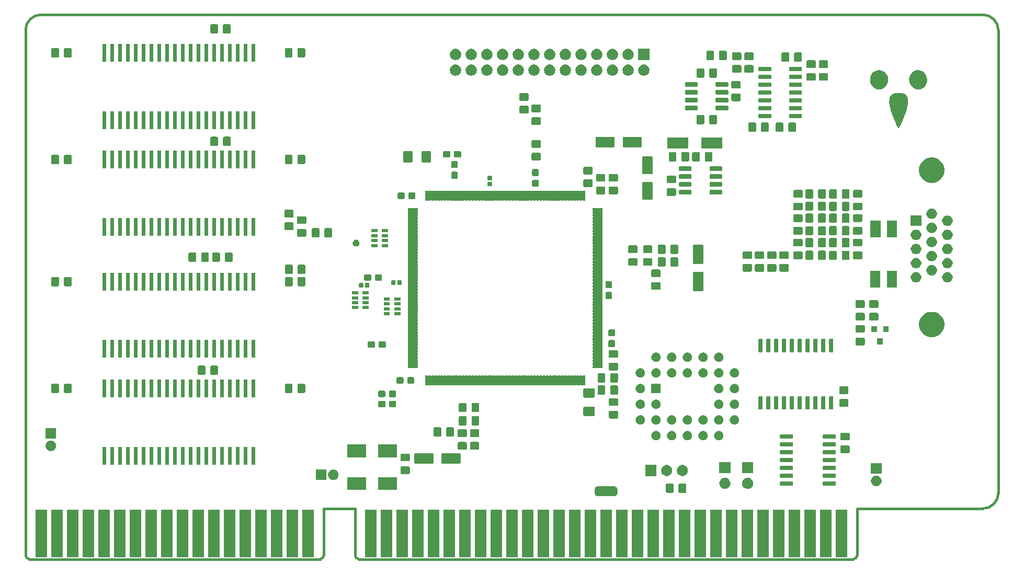
<source format=gbr>
%TF.GenerationSoftware,KiCad,Pcbnew,(5.1.6)-1*%
%TF.CreationDate,2020-07-21T14:46:33+03:00*%
%TF.ProjectId,GD5434,47443534-3334-42e6-9b69-6361645f7063,rev?*%
%TF.SameCoordinates,Original*%
%TF.FileFunction,Soldermask,Top*%
%TF.FilePolarity,Negative*%
%FSLAX46Y46*%
G04 Gerber Fmt 4.6, Leading zero omitted, Abs format (unit mm)*
G04 Created by KiCad (PCBNEW (5.1.6)-1) date 2020-07-21 14:46:33*
%MOMM*%
%LPD*%
G01*
G04 APERTURE LIST*
%TA.AperFunction,Profile*%
%ADD10C,0.381000*%
%TD*%
%ADD11C,0.155000*%
G04 APERTURE END LIST*
D10*
X73675240Y-113670080D02*
G75*
G03*
X74310240Y-114305080I635000J0D01*
G01*
X73675740Y-28658820D02*
X73675740Y-113670080D01*
X121318520Y-114303740D02*
G75*
G03*
X121953520Y-113668740I0J635000D01*
G01*
X74310740Y-114305080D02*
X121318520Y-114303740D01*
X121953520Y-106123740D02*
X121953520Y-113668740D01*
X127025900Y-106123740D02*
X121953520Y-106123740D01*
X127025900Y-106123740D02*
X127025900Y-113670080D01*
X208305900Y-106125080D02*
X208305900Y-113670080D01*
X76213838Y-26111208D02*
X228625900Y-26111208D01*
X207670900Y-114305080D02*
G75*
G03*
X208305900Y-113670080I0J635000D01*
G01*
X127660900Y-114305080D02*
X207670900Y-114305080D01*
X231165900Y-28651208D02*
G75*
G03*
X228625900Y-26111208I-2540000J0D01*
G01*
X228625900Y-106125080D02*
X208305900Y-106125080D01*
X231165900Y-103585080D02*
X231165900Y-28651208D01*
X228625900Y-106125080D02*
G75*
G03*
X231165900Y-103585080I0J2540000D01*
G01*
X127025900Y-113670080D02*
G75*
G03*
X127660900Y-114305080I635000J0D01*
G01*
X76213838Y-26111209D02*
G75*
G03*
X73675740Y-28658820I6982J-2545071D01*
G01*
D11*
%TO.C,REF\u002A\u002A*%
G36*
X218456301Y-35222598D02*
G01*
X218717094Y-35314206D01*
X218750656Y-35330097D01*
X218977842Y-35470128D01*
X219167569Y-35646216D01*
X219319323Y-35851745D01*
X219432589Y-36080098D01*
X219506854Y-36324659D01*
X219541603Y-36578812D01*
X219536322Y-36835940D01*
X219490498Y-37089428D01*
X219403617Y-37332659D01*
X219275164Y-37559016D01*
X219104625Y-37761884D01*
X218949832Y-37893875D01*
X218739934Y-38017458D01*
X218504604Y-38102979D01*
X218258947Y-38146950D01*
X218018068Y-38145882D01*
X217922127Y-38131199D01*
X217677661Y-38053675D01*
X217450683Y-37927302D01*
X217247796Y-37758614D01*
X217075606Y-37554146D01*
X216940717Y-37320435D01*
X216851772Y-37072024D01*
X216822386Y-36904839D01*
X216809632Y-36711113D01*
X216813602Y-36514246D01*
X216834384Y-36337638D01*
X216848700Y-36273044D01*
X216941313Y-36016000D01*
X217073437Y-35781894D01*
X217238210Y-35580730D01*
X217428769Y-35422517D01*
X217434661Y-35418638D01*
X217684152Y-35285438D01*
X217938486Y-35208304D01*
X218196317Y-35187327D01*
X218456301Y-35222598D01*
G37*
X218456301Y-35222598D02*
X218717094Y-35314206D01*
X218750656Y-35330097D01*
X218977842Y-35470128D01*
X219167569Y-35646216D01*
X219319323Y-35851745D01*
X219432589Y-36080098D01*
X219506854Y-36324659D01*
X219541603Y-36578812D01*
X219536322Y-36835940D01*
X219490498Y-37089428D01*
X219403617Y-37332659D01*
X219275164Y-37559016D01*
X219104625Y-37761884D01*
X218949832Y-37893875D01*
X218739934Y-38017458D01*
X218504604Y-38102979D01*
X218258947Y-38146950D01*
X218018068Y-38145882D01*
X217922127Y-38131199D01*
X217677661Y-38053675D01*
X217450683Y-37927302D01*
X217247796Y-37758614D01*
X217075606Y-37554146D01*
X216940717Y-37320435D01*
X216851772Y-37072024D01*
X216822386Y-36904839D01*
X216809632Y-36711113D01*
X216813602Y-36514246D01*
X216834384Y-36337638D01*
X216848700Y-36273044D01*
X216941313Y-36016000D01*
X217073437Y-35781894D01*
X217238210Y-35580730D01*
X217428769Y-35422517D01*
X217434661Y-35418638D01*
X217684152Y-35285438D01*
X217938486Y-35208304D01*
X218196317Y-35187327D01*
X218456301Y-35222598D01*
G36*
X215256401Y-38912739D02*
G01*
X215449915Y-38918340D01*
X215603963Y-38929978D01*
X215727017Y-38949635D01*
X215827546Y-38979292D01*
X215914022Y-39020930D01*
X215994914Y-39076531D01*
X216078693Y-39148077D01*
X216096144Y-39164106D01*
X216244605Y-39327347D01*
X216336193Y-39482566D01*
X216406551Y-39698549D01*
X216444030Y-39956651D01*
X216449150Y-40253484D01*
X216422427Y-40585663D01*
X216364383Y-40949801D01*
X216275535Y-41342514D01*
X216156402Y-41760415D01*
X216007504Y-42200119D01*
X215861593Y-42579431D01*
X215726919Y-42907636D01*
X215598230Y-43212659D01*
X215477493Y-43490219D01*
X215366677Y-43736036D01*
X215267750Y-43945831D01*
X215182679Y-44115324D01*
X215113432Y-44240233D01*
X215064270Y-44313491D01*
X215008429Y-44382441D01*
X214929092Y-44257047D01*
X214862253Y-44140496D01*
X214778142Y-43974676D01*
X214676379Y-43758768D01*
X214556585Y-43491948D01*
X214418380Y-43173398D01*
X214310018Y-42918098D01*
X214195836Y-42644371D01*
X214101473Y-42411225D01*
X214023156Y-42207963D01*
X213957112Y-42023888D01*
X213899565Y-41848303D01*
X213846744Y-41670511D01*
X213794874Y-41479816D01*
X213773486Y-41397291D01*
X213702436Y-41103534D01*
X213650661Y-40847902D01*
X213616082Y-40616269D01*
X213596620Y-40394512D01*
X213590193Y-40168505D01*
X213590178Y-40152320D01*
X213598672Y-39901208D01*
X213626138Y-39694346D01*
X213676091Y-39521696D01*
X213752046Y-39373221D01*
X213857519Y-39238885D01*
X213937897Y-39159554D01*
X214024565Y-39085091D01*
X214107992Y-39026968D01*
X214196711Y-38983218D01*
X214299255Y-38951874D01*
X214424159Y-38930967D01*
X214579956Y-38918531D01*
X214775179Y-38912596D01*
X215014952Y-38911194D01*
X215256401Y-38912739D01*
G37*
X215256401Y-38912739D02*
X215449915Y-38918340D01*
X215603963Y-38929978D01*
X215727017Y-38949635D01*
X215827546Y-38979292D01*
X215914022Y-39020930D01*
X215994914Y-39076531D01*
X216078693Y-39148077D01*
X216096144Y-39164106D01*
X216244605Y-39327347D01*
X216336193Y-39482566D01*
X216406551Y-39698549D01*
X216444030Y-39956651D01*
X216449150Y-40253484D01*
X216422427Y-40585663D01*
X216364383Y-40949801D01*
X216275535Y-41342514D01*
X216156402Y-41760415D01*
X216007504Y-42200119D01*
X215861593Y-42579431D01*
X215726919Y-42907636D01*
X215598230Y-43212659D01*
X215477493Y-43490219D01*
X215366677Y-43736036D01*
X215267750Y-43945831D01*
X215182679Y-44115324D01*
X215113432Y-44240233D01*
X215064270Y-44313491D01*
X215008429Y-44382441D01*
X214929092Y-44257047D01*
X214862253Y-44140496D01*
X214778142Y-43974676D01*
X214676379Y-43758768D01*
X214556585Y-43491948D01*
X214418380Y-43173398D01*
X214310018Y-42918098D01*
X214195836Y-42644371D01*
X214101473Y-42411225D01*
X214023156Y-42207963D01*
X213957112Y-42023888D01*
X213899565Y-41848303D01*
X213846744Y-41670511D01*
X213794874Y-41479816D01*
X213773486Y-41397291D01*
X213702436Y-41103534D01*
X213650661Y-40847902D01*
X213616082Y-40616269D01*
X213596620Y-40394512D01*
X213590193Y-40168505D01*
X213590178Y-40152320D01*
X213598672Y-39901208D01*
X213626138Y-39694346D01*
X213676091Y-39521696D01*
X213752046Y-39373221D01*
X213857519Y-39238885D01*
X213937897Y-39159554D01*
X214024565Y-39085091D01*
X214107992Y-39026968D01*
X214196711Y-38983218D01*
X214299255Y-38951874D01*
X214424159Y-38930967D01*
X214579956Y-38918531D01*
X214775179Y-38912596D01*
X215014952Y-38911194D01*
X215256401Y-38912739D01*
G36*
X212174786Y-35227282D02*
G01*
X212411111Y-35314278D01*
X212628966Y-35444903D01*
X212822257Y-35614886D01*
X212984891Y-35819954D01*
X213110776Y-36055837D01*
X213179627Y-36258826D01*
X213208150Y-36421856D01*
X213220603Y-36614442D01*
X213216950Y-36812762D01*
X213197158Y-36992995D01*
X213180815Y-37070363D01*
X213088168Y-37328108D01*
X212954912Y-37558530D01*
X212787073Y-37757502D01*
X212590680Y-37920895D01*
X212371757Y-38044580D01*
X212136332Y-38124431D01*
X211890431Y-38156318D01*
X211640081Y-38136115D01*
X211628285Y-38133810D01*
X211366495Y-38053340D01*
X211128151Y-37924272D01*
X210918762Y-37751529D01*
X210743836Y-37540029D01*
X210608881Y-37294695D01*
X210566203Y-37184953D01*
X210535812Y-37087504D01*
X210516202Y-36995182D01*
X210505286Y-36891030D01*
X210500978Y-36758090D01*
X210500714Y-36652764D01*
X210502727Y-36499676D01*
X210508973Y-36386608D01*
X210521843Y-36297162D01*
X210543726Y-36214944D01*
X210577016Y-36123559D01*
X210578414Y-36120001D01*
X210708537Y-35858089D01*
X210876050Y-35633986D01*
X211076836Y-35451155D01*
X211306777Y-35313057D01*
X211561755Y-35223155D01*
X211671097Y-35201265D01*
X211926084Y-35188187D01*
X212174786Y-35227282D01*
G37*
X212174786Y-35227282D02*
X212411111Y-35314278D01*
X212628966Y-35444903D01*
X212822257Y-35614886D01*
X212984891Y-35819954D01*
X213110776Y-36055837D01*
X213179627Y-36258826D01*
X213208150Y-36421856D01*
X213220603Y-36614442D01*
X213216950Y-36812762D01*
X213197158Y-36992995D01*
X213180815Y-37070363D01*
X213088168Y-37328108D01*
X212954912Y-37558530D01*
X212787073Y-37757502D01*
X212590680Y-37920895D01*
X212371757Y-38044580D01*
X212136332Y-38124431D01*
X211890431Y-38156318D01*
X211640081Y-38136115D01*
X211628285Y-38133810D01*
X211366495Y-38053340D01*
X211128151Y-37924272D01*
X210918762Y-37751529D01*
X210743836Y-37540029D01*
X210608881Y-37294695D01*
X210566203Y-37184953D01*
X210535812Y-37087504D01*
X210516202Y-36995182D01*
X210505286Y-36891030D01*
X210500978Y-36758090D01*
X210500714Y-36652764D01*
X210502727Y-36499676D01*
X210508973Y-36386608D01*
X210521843Y-36297162D01*
X210543726Y-36214944D01*
X210577016Y-36123559D01*
X210578414Y-36120001D01*
X210708537Y-35858089D01*
X210876050Y-35633986D01*
X211076836Y-35451155D01*
X211306777Y-35313057D01*
X211561755Y-35223155D01*
X211671097Y-35201265D01*
X211926084Y-35188187D01*
X212174786Y-35227282D01*
G36*
X168606700Y-114038380D02*
G01*
X166725100Y-114038380D01*
X166725100Y-106316780D01*
X168606700Y-106316780D01*
X168606700Y-114038380D01*
G37*
G36*
X201626700Y-114038380D02*
G01*
X199745100Y-114038380D01*
X199745100Y-106316780D01*
X201626700Y-106316780D01*
X201626700Y-114038380D01*
G37*
G36*
X199086700Y-114038380D02*
G01*
X197205100Y-114038380D01*
X197205100Y-106316780D01*
X199086700Y-106316780D01*
X199086700Y-114038380D01*
G37*
G36*
X196546700Y-114038380D02*
G01*
X194665100Y-114038380D01*
X194665100Y-106316780D01*
X196546700Y-106316780D01*
X196546700Y-114038380D01*
G37*
G36*
X194006700Y-114038380D02*
G01*
X192125100Y-114038380D01*
X192125100Y-106316780D01*
X194006700Y-106316780D01*
X194006700Y-114038380D01*
G37*
G36*
X191466700Y-114038380D02*
G01*
X189585100Y-114038380D01*
X189585100Y-106316780D01*
X191466700Y-106316780D01*
X191466700Y-114038380D01*
G37*
G36*
X188926700Y-114038380D02*
G01*
X187045100Y-114038380D01*
X187045100Y-106316780D01*
X188926700Y-106316780D01*
X188926700Y-114038380D01*
G37*
G36*
X186386700Y-114038380D02*
G01*
X184505100Y-114038380D01*
X184505100Y-106316780D01*
X186386700Y-106316780D01*
X186386700Y-114038380D01*
G37*
G36*
X183846700Y-114038380D02*
G01*
X181965100Y-114038380D01*
X181965100Y-106316780D01*
X183846700Y-106316780D01*
X183846700Y-114038380D01*
G37*
G36*
X181306700Y-114038380D02*
G01*
X179425100Y-114038380D01*
X179425100Y-106316780D01*
X181306700Y-106316780D01*
X181306700Y-114038380D01*
G37*
G36*
X178766700Y-114038380D02*
G01*
X176885100Y-114038380D01*
X176885100Y-106316780D01*
X178766700Y-106316780D01*
X178766700Y-114038380D01*
G37*
G36*
X176226700Y-114038380D02*
G01*
X174345100Y-114038380D01*
X174345100Y-106316780D01*
X176226700Y-106316780D01*
X176226700Y-114038380D01*
G37*
G36*
X173686700Y-114038380D02*
G01*
X171805100Y-114038380D01*
X171805100Y-106316780D01*
X173686700Y-106316780D01*
X173686700Y-114038380D01*
G37*
G36*
X138126700Y-114038380D02*
G01*
X136245100Y-114038380D01*
X136245100Y-106316780D01*
X138126700Y-106316780D01*
X138126700Y-114038380D01*
G37*
G36*
X166066700Y-114038380D02*
G01*
X164185100Y-114038380D01*
X164185100Y-106316780D01*
X166066700Y-106316780D01*
X166066700Y-114038380D01*
G37*
G36*
X163526700Y-114038380D02*
G01*
X161645100Y-114038380D01*
X161645100Y-106316780D01*
X163526700Y-106316780D01*
X163526700Y-114038380D01*
G37*
G36*
X160986700Y-114038380D02*
G01*
X159105100Y-114038380D01*
X159105100Y-106316780D01*
X160986700Y-106316780D01*
X160986700Y-114038380D01*
G37*
G36*
X158446700Y-114038380D02*
G01*
X156565100Y-114038380D01*
X156565100Y-106316780D01*
X158446700Y-106316780D01*
X158446700Y-114038380D01*
G37*
G36*
X155906700Y-114038380D02*
G01*
X154025100Y-114038380D01*
X154025100Y-106316780D01*
X155906700Y-106316780D01*
X155906700Y-114038380D01*
G37*
G36*
X153366700Y-114038380D02*
G01*
X151485100Y-114038380D01*
X151485100Y-106316780D01*
X153366700Y-106316780D01*
X153366700Y-114038380D01*
G37*
G36*
X150826700Y-114038380D02*
G01*
X148945100Y-114038380D01*
X148945100Y-106316780D01*
X150826700Y-106316780D01*
X150826700Y-114038380D01*
G37*
G36*
X148286700Y-114038380D02*
G01*
X146405100Y-114038380D01*
X146405100Y-106316780D01*
X148286700Y-106316780D01*
X148286700Y-114038380D01*
G37*
G36*
X145746700Y-114038380D02*
G01*
X143865100Y-114038380D01*
X143865100Y-106316780D01*
X145746700Y-106316780D01*
X145746700Y-114038380D01*
G37*
G36*
X143206700Y-114038380D02*
G01*
X141325100Y-114038380D01*
X141325100Y-106316780D01*
X143206700Y-106316780D01*
X143206700Y-114038380D01*
G37*
G36*
X100026700Y-114038380D02*
G01*
X98145100Y-114038380D01*
X98145100Y-106316780D01*
X100026700Y-106316780D01*
X100026700Y-114038380D01*
G37*
G36*
X206706700Y-114038380D02*
G01*
X204825100Y-114038380D01*
X204825100Y-106316780D01*
X206706700Y-106316780D01*
X206706700Y-114038380D01*
G37*
G36*
X171146700Y-114038380D02*
G01*
X169265100Y-114038380D01*
X169265100Y-106316780D01*
X171146700Y-106316780D01*
X171146700Y-114038380D01*
G37*
G36*
X135586700Y-114038380D02*
G01*
X133705100Y-114038380D01*
X133705100Y-106316780D01*
X135586700Y-106316780D01*
X135586700Y-114038380D01*
G37*
G36*
X133046700Y-114038380D02*
G01*
X131165100Y-114038380D01*
X131165100Y-106316780D01*
X133046700Y-106316780D01*
X133046700Y-114038380D01*
G37*
G36*
X130506700Y-114038380D02*
G01*
X128625100Y-114038380D01*
X128625100Y-106316780D01*
X130506700Y-106316780D01*
X130506700Y-114038380D01*
G37*
G36*
X120346700Y-114038380D02*
G01*
X118465100Y-114038380D01*
X118465100Y-106316780D01*
X120346700Y-106316780D01*
X120346700Y-114038380D01*
G37*
G36*
X117806700Y-114038380D02*
G01*
X115925100Y-114038380D01*
X115925100Y-106316780D01*
X117806700Y-106316780D01*
X117806700Y-114038380D01*
G37*
G36*
X115266700Y-114038380D02*
G01*
X113385100Y-114038380D01*
X113385100Y-106316780D01*
X115266700Y-106316780D01*
X115266700Y-114038380D01*
G37*
G36*
X112726700Y-114038380D02*
G01*
X110845100Y-114038380D01*
X110845100Y-106316780D01*
X112726700Y-106316780D01*
X112726700Y-114038380D01*
G37*
G36*
X110186700Y-114038380D02*
G01*
X108305100Y-114038380D01*
X108305100Y-106316780D01*
X110186700Y-106316780D01*
X110186700Y-114038380D01*
G37*
G36*
X107646700Y-114038380D02*
G01*
X105765100Y-114038380D01*
X105765100Y-106316780D01*
X107646700Y-106316780D01*
X107646700Y-114038380D01*
G37*
G36*
X105106700Y-114038380D02*
G01*
X103225100Y-114038380D01*
X103225100Y-106316780D01*
X105106700Y-106316780D01*
X105106700Y-114038380D01*
G37*
G36*
X102566700Y-114038380D02*
G01*
X100685100Y-114038380D01*
X100685100Y-106316780D01*
X102566700Y-106316780D01*
X102566700Y-114038380D01*
G37*
G36*
X97486700Y-114038380D02*
G01*
X95605100Y-114038380D01*
X95605100Y-106316780D01*
X97486700Y-106316780D01*
X97486700Y-114038380D01*
G37*
G36*
X140666700Y-114038380D02*
G01*
X138785100Y-114038380D01*
X138785100Y-106316780D01*
X140666700Y-106316780D01*
X140666700Y-114038380D01*
G37*
G36*
X204166700Y-114038380D02*
G01*
X202285100Y-114038380D01*
X202285100Y-106316780D01*
X204166700Y-106316780D01*
X204166700Y-114038380D01*
G37*
G36*
X77166700Y-114038380D02*
G01*
X75285100Y-114038380D01*
X75285100Y-106316780D01*
X77166700Y-106316780D01*
X77166700Y-114038380D01*
G37*
G36*
X79706700Y-114038380D02*
G01*
X77825100Y-114038380D01*
X77825100Y-106316780D01*
X79706700Y-106316780D01*
X79706700Y-114038380D01*
G37*
G36*
X82246700Y-114038380D02*
G01*
X80365100Y-114038380D01*
X80365100Y-106316780D01*
X82246700Y-106316780D01*
X82246700Y-114038380D01*
G37*
G36*
X87326700Y-114038380D02*
G01*
X85445100Y-114038380D01*
X85445100Y-106316780D01*
X87326700Y-106316780D01*
X87326700Y-114038380D01*
G37*
G36*
X89866700Y-114038380D02*
G01*
X87985100Y-114038380D01*
X87985100Y-106316780D01*
X89866700Y-106316780D01*
X89866700Y-114038380D01*
G37*
G36*
X92406700Y-114038380D02*
G01*
X90525100Y-114038380D01*
X90525100Y-106316780D01*
X92406700Y-106316780D01*
X92406700Y-114038380D01*
G37*
G36*
X94946700Y-114038380D02*
G01*
X93065100Y-114038380D01*
X93065100Y-106316780D01*
X94946700Y-106316780D01*
X94946700Y-114038380D01*
G37*
G36*
X84786700Y-114038380D02*
G01*
X82905100Y-114038380D01*
X82905100Y-106316780D01*
X84786700Y-106316780D01*
X84786700Y-114038380D01*
G37*
G36*
X166899203Y-102496330D02*
G01*
X166902499Y-102496655D01*
X166904018Y-102497116D01*
X166912075Y-102499559D01*
X166919936Y-102503762D01*
X166920900Y-102504277D01*
X166928306Y-102510355D01*
X166944599Y-102521242D01*
X166962710Y-102528744D01*
X166981937Y-102532569D01*
X167001540Y-102532570D01*
X167020767Y-102528746D01*
X167038878Y-102521245D01*
X167055178Y-102510354D01*
X167069040Y-102496493D01*
X167069423Y-102495920D01*
X168216194Y-102495920D01*
X168222629Y-102503762D01*
X168237783Y-102516198D01*
X168255071Y-102525439D01*
X168273830Y-102531130D01*
X168293339Y-102533051D01*
X168312848Y-102531130D01*
X168331607Y-102525439D01*
X168348895Y-102516198D01*
X168356768Y-102510360D01*
X168364180Y-102504277D01*
X168365144Y-102503762D01*
X168373005Y-102499559D01*
X168381062Y-102497116D01*
X168382581Y-102496655D01*
X168385877Y-102496330D01*
X168397450Y-102495190D01*
X168937630Y-102495190D01*
X168957182Y-102497116D01*
X168966985Y-102497598D01*
X168986639Y-102497598D01*
X169006412Y-102499546D01*
X169092920Y-102516753D01*
X169111943Y-102522523D01*
X169193422Y-102556272D01*
X169210947Y-102565640D01*
X169284283Y-102614641D01*
X169299646Y-102627250D01*
X169362010Y-102689614D01*
X169374619Y-102704977D01*
X169423620Y-102778313D01*
X169432988Y-102795838D01*
X169466737Y-102877317D01*
X169472507Y-102896340D01*
X169489714Y-102982848D01*
X169491662Y-103002621D01*
X169491662Y-103022275D01*
X169492144Y-103032078D01*
X169494070Y-103051630D01*
X169494070Y-103541810D01*
X169492144Y-103561363D01*
X169491662Y-103571166D01*
X169491662Y-103590819D01*
X169489714Y-103610592D01*
X169472507Y-103697100D01*
X169466737Y-103716123D01*
X169432988Y-103797602D01*
X169423620Y-103815127D01*
X169374619Y-103888463D01*
X169362010Y-103903826D01*
X169299646Y-103966190D01*
X169284283Y-103978799D01*
X169210947Y-104027800D01*
X169193422Y-104037168D01*
X169111943Y-104070917D01*
X169092920Y-104076687D01*
X169006412Y-104093894D01*
X168986639Y-104095842D01*
X168966985Y-104095842D01*
X168957182Y-104096324D01*
X168937630Y-104098250D01*
X168397450Y-104098250D01*
X168384226Y-104096947D01*
X168382581Y-104096785D01*
X168380774Y-104096237D01*
X168373005Y-104093881D01*
X168364184Y-104089165D01*
X168364180Y-104089163D01*
X168356774Y-104083085D01*
X168340481Y-104072198D01*
X168322370Y-104064696D01*
X168303143Y-104060871D01*
X168283540Y-104060870D01*
X168264313Y-104064694D01*
X168246202Y-104072195D01*
X168229902Y-104083086D01*
X168216040Y-104096947D01*
X168215657Y-104097520D01*
X167068886Y-104097520D01*
X167062451Y-104089678D01*
X167047297Y-104077242D01*
X167030009Y-104068001D01*
X167011250Y-104062310D01*
X166991741Y-104060389D01*
X166972232Y-104062310D01*
X166953473Y-104068001D01*
X166936185Y-104077242D01*
X166928312Y-104083080D01*
X166920900Y-104089163D01*
X166920896Y-104089165D01*
X166912075Y-104093881D01*
X166904306Y-104096237D01*
X166902499Y-104096785D01*
X166900854Y-104096947D01*
X166887630Y-104098250D01*
X166347450Y-104098250D01*
X166327898Y-104096324D01*
X166318095Y-104095842D01*
X166298441Y-104095842D01*
X166278668Y-104093894D01*
X166192160Y-104076687D01*
X166173137Y-104070917D01*
X166091658Y-104037168D01*
X166074133Y-104027800D01*
X166000797Y-103978799D01*
X165985434Y-103966190D01*
X165923070Y-103903826D01*
X165910461Y-103888463D01*
X165861460Y-103815127D01*
X165852092Y-103797602D01*
X165818343Y-103716123D01*
X165812573Y-103697100D01*
X165795366Y-103610592D01*
X165793418Y-103590819D01*
X165793418Y-103571166D01*
X165792936Y-103561363D01*
X165791010Y-103541810D01*
X165791010Y-103051630D01*
X165792936Y-103032078D01*
X165793418Y-103022275D01*
X165793418Y-103002621D01*
X165795366Y-102982848D01*
X165812573Y-102896340D01*
X165818343Y-102877317D01*
X165852092Y-102795838D01*
X165861460Y-102778313D01*
X165910461Y-102704977D01*
X165923070Y-102689614D01*
X165985434Y-102627250D01*
X166000797Y-102614641D01*
X166074133Y-102565640D01*
X166091658Y-102556272D01*
X166173137Y-102522523D01*
X166192160Y-102516753D01*
X166278668Y-102499546D01*
X166298441Y-102497598D01*
X166318095Y-102497598D01*
X166327898Y-102497116D01*
X166347450Y-102495190D01*
X166887630Y-102495190D01*
X166899203Y-102496330D01*
G37*
G36*
X180464756Y-102057777D02*
G01*
X180505105Y-102070017D01*
X180542283Y-102089889D01*
X180574880Y-102116640D01*
X180601631Y-102149237D01*
X180621503Y-102186415D01*
X180633743Y-102226764D01*
X180638360Y-102273642D01*
X180638360Y-103334278D01*
X180633743Y-103381156D01*
X180621503Y-103421505D01*
X180601631Y-103458683D01*
X180574880Y-103491280D01*
X180542283Y-103518031D01*
X180505105Y-103537903D01*
X180464756Y-103550143D01*
X180417878Y-103554760D01*
X179607242Y-103554760D01*
X179560364Y-103550143D01*
X179520015Y-103537903D01*
X179482837Y-103518031D01*
X179450240Y-103491280D01*
X179423489Y-103458683D01*
X179403617Y-103421505D01*
X179391377Y-103381156D01*
X179386760Y-103334278D01*
X179386760Y-102273642D01*
X179391377Y-102226764D01*
X179403617Y-102186415D01*
X179423489Y-102149237D01*
X179450240Y-102116640D01*
X179482837Y-102089889D01*
X179520015Y-102070017D01*
X179560364Y-102057777D01*
X179607242Y-102053160D01*
X180417878Y-102053160D01*
X180464756Y-102057777D01*
G37*
G36*
X178414756Y-102057777D02*
G01*
X178455105Y-102070017D01*
X178492283Y-102089889D01*
X178524880Y-102116640D01*
X178551631Y-102149237D01*
X178571503Y-102186415D01*
X178583743Y-102226764D01*
X178588360Y-102273642D01*
X178588360Y-103334278D01*
X178583743Y-103381156D01*
X178571503Y-103421505D01*
X178551631Y-103458683D01*
X178524880Y-103491280D01*
X178492283Y-103518031D01*
X178455105Y-103537903D01*
X178414756Y-103550143D01*
X178367878Y-103554760D01*
X177557242Y-103554760D01*
X177510364Y-103550143D01*
X177470015Y-103537903D01*
X177432837Y-103518031D01*
X177400240Y-103491280D01*
X177373489Y-103458683D01*
X177353617Y-103421505D01*
X177341377Y-103381156D01*
X177336760Y-103334278D01*
X177336760Y-102273642D01*
X177341377Y-102226764D01*
X177353617Y-102186415D01*
X177373489Y-102149237D01*
X177400240Y-102116640D01*
X177432837Y-102089889D01*
X177470015Y-102070017D01*
X177510364Y-102057777D01*
X177557242Y-102053160D01*
X178367878Y-102053160D01*
X178414756Y-102057777D01*
G37*
G36*
X128837180Y-103091480D02*
G01*
X125735580Y-103091480D01*
X125735580Y-101009880D01*
X128837180Y-101009880D01*
X128837180Y-103091480D01*
G37*
G36*
X133837180Y-103091480D02*
G01*
X130735580Y-103091480D01*
X130735580Y-101009880D01*
X133837180Y-101009880D01*
X133837180Y-103091480D01*
G37*
G36*
X187046454Y-101139767D02*
G01*
X187150874Y-101160537D01*
X187314809Y-101228441D01*
X187462347Y-101327023D01*
X187587817Y-101452493D01*
X187686399Y-101600031D01*
X187754303Y-101763966D01*
X187768267Y-101834168D01*
X187788920Y-101937997D01*
X187788920Y-102115443D01*
X187775073Y-102185054D01*
X187754303Y-102289474D01*
X187686399Y-102453409D01*
X187587817Y-102600947D01*
X187462347Y-102726417D01*
X187314809Y-102824999D01*
X187150874Y-102892903D01*
X187046454Y-102913673D01*
X186976843Y-102927520D01*
X186799397Y-102927520D01*
X186729786Y-102913673D01*
X186625366Y-102892903D01*
X186461431Y-102824999D01*
X186313893Y-102726417D01*
X186188423Y-102600947D01*
X186089841Y-102453409D01*
X186021937Y-102289474D01*
X186001167Y-102185054D01*
X185987320Y-102115443D01*
X185987320Y-101937997D01*
X186007973Y-101834168D01*
X186021937Y-101763966D01*
X186089841Y-101600031D01*
X186188423Y-101452493D01*
X186313893Y-101327023D01*
X186461431Y-101228441D01*
X186625366Y-101160537D01*
X186729786Y-101139767D01*
X186799397Y-101125920D01*
X186976843Y-101125920D01*
X187046454Y-101139767D01*
G37*
G36*
X190739614Y-101139767D02*
G01*
X190844034Y-101160537D01*
X191007969Y-101228441D01*
X191155507Y-101327023D01*
X191280977Y-101452493D01*
X191379559Y-101600031D01*
X191447463Y-101763966D01*
X191461427Y-101834168D01*
X191482080Y-101937997D01*
X191482080Y-102115443D01*
X191468233Y-102185054D01*
X191447463Y-102289474D01*
X191379559Y-102453409D01*
X191280977Y-102600947D01*
X191155507Y-102726417D01*
X191007969Y-102824999D01*
X190844034Y-102892903D01*
X190739614Y-102913673D01*
X190670003Y-102927520D01*
X190492557Y-102927520D01*
X190422946Y-102913673D01*
X190318526Y-102892903D01*
X190154591Y-102824999D01*
X190007053Y-102726417D01*
X189881583Y-102600947D01*
X189783001Y-102453409D01*
X189715097Y-102289474D01*
X189694327Y-102185054D01*
X189680480Y-102115443D01*
X189680480Y-101937997D01*
X189701133Y-101834168D01*
X189715097Y-101763966D01*
X189783001Y-101600031D01*
X189881583Y-101452493D01*
X190007053Y-101327023D01*
X190154591Y-101228441D01*
X190318526Y-101160537D01*
X190422946Y-101139767D01*
X190492557Y-101125920D01*
X190670003Y-101125920D01*
X190739614Y-101139767D01*
G37*
G36*
X211647289Y-100813395D02*
G01*
X211647291Y-100813396D01*
X211647292Y-100813396D01*
X211802124Y-100877530D01*
X211802125Y-100877531D01*
X211941474Y-100970640D01*
X212059980Y-101089146D01*
X212107681Y-101160537D01*
X212153090Y-101228496D01*
X212217224Y-101383328D01*
X212217225Y-101383331D01*
X212249920Y-101547703D01*
X212249920Y-101715297D01*
X212224113Y-101845041D01*
X212217224Y-101879672D01*
X212153090Y-102034504D01*
X212153089Y-102034505D01*
X212059980Y-102173854D01*
X211941474Y-102292360D01*
X211856017Y-102349460D01*
X211802124Y-102385470D01*
X211647292Y-102449604D01*
X211647291Y-102449604D01*
X211647289Y-102449605D01*
X211482917Y-102482300D01*
X211315323Y-102482300D01*
X211150951Y-102449605D01*
X211150949Y-102449604D01*
X211150948Y-102449604D01*
X210996116Y-102385470D01*
X210942223Y-102349460D01*
X210856766Y-102292360D01*
X210738260Y-102173854D01*
X210645151Y-102034505D01*
X210645150Y-102034504D01*
X210581016Y-101879672D01*
X210574128Y-101845041D01*
X210548320Y-101715297D01*
X210548320Y-101547703D01*
X210581015Y-101383331D01*
X210581016Y-101383328D01*
X210645150Y-101228496D01*
X210690559Y-101160537D01*
X210738260Y-101089146D01*
X210856766Y-100970640D01*
X210996115Y-100877531D01*
X210996116Y-100877530D01*
X211150948Y-100813396D01*
X211150949Y-100813396D01*
X211150951Y-100813395D01*
X211315323Y-100780700D01*
X211482917Y-100780700D01*
X211647289Y-100813395D01*
G37*
G36*
X204716870Y-101706744D02*
G01*
X204740300Y-101713851D01*
X204761900Y-101725397D01*
X204780829Y-101740931D01*
X204796363Y-101759860D01*
X204807909Y-101781460D01*
X204815016Y-101804890D01*
X204817900Y-101834168D01*
X204817900Y-102275152D01*
X204815016Y-102304430D01*
X204807909Y-102327860D01*
X204796363Y-102349460D01*
X204780829Y-102368389D01*
X204761900Y-102383923D01*
X204740300Y-102395469D01*
X204716870Y-102402576D01*
X204687592Y-102405460D01*
X202871608Y-102405460D01*
X202842330Y-102402576D01*
X202818900Y-102395469D01*
X202797300Y-102383923D01*
X202778371Y-102368389D01*
X202762837Y-102349460D01*
X202751291Y-102327860D01*
X202744184Y-102304430D01*
X202741300Y-102275152D01*
X202741300Y-101834168D01*
X202744184Y-101804890D01*
X202751291Y-101781460D01*
X202762837Y-101759860D01*
X202778371Y-101740931D01*
X202797300Y-101725397D01*
X202818900Y-101713851D01*
X202842330Y-101706744D01*
X202871608Y-101703860D01*
X204687592Y-101703860D01*
X204716870Y-101706744D01*
G37*
G36*
X197791870Y-101706744D02*
G01*
X197815300Y-101713851D01*
X197836900Y-101725397D01*
X197855829Y-101740931D01*
X197871363Y-101759860D01*
X197882909Y-101781460D01*
X197890016Y-101804890D01*
X197892900Y-101834168D01*
X197892900Y-102275152D01*
X197890016Y-102304430D01*
X197882909Y-102327860D01*
X197871363Y-102349460D01*
X197855829Y-102368389D01*
X197836900Y-102383923D01*
X197815300Y-102395469D01*
X197791870Y-102402576D01*
X197762592Y-102405460D01*
X195946608Y-102405460D01*
X195917330Y-102402576D01*
X195893900Y-102395469D01*
X195872300Y-102383923D01*
X195853371Y-102368389D01*
X195837837Y-102349460D01*
X195826291Y-102327860D01*
X195819184Y-102304430D01*
X195816300Y-102275152D01*
X195816300Y-101834168D01*
X195819184Y-101804890D01*
X195826291Y-101781460D01*
X195837837Y-101759860D01*
X195853371Y-101740931D01*
X195872300Y-101725397D01*
X195893900Y-101713851D01*
X195917330Y-101706744D01*
X195946608Y-101703860D01*
X197762592Y-101703860D01*
X197791870Y-101706744D01*
G37*
G36*
X122354240Y-101495760D02*
G01*
X120652640Y-101495760D01*
X120652640Y-99794160D01*
X122354240Y-99794160D01*
X122354240Y-101495760D01*
G37*
G36*
X123751609Y-99826855D02*
G01*
X123751611Y-99826856D01*
X123751612Y-99826856D01*
X123906444Y-99890990D01*
X123906445Y-99890991D01*
X124045794Y-99984100D01*
X124164300Y-100102606D01*
X124233833Y-100206671D01*
X124257410Y-100241956D01*
X124299975Y-100344717D01*
X124321545Y-100396791D01*
X124354240Y-100561163D01*
X124354240Y-100728757D01*
X124324648Y-100877531D01*
X124321544Y-100893132D01*
X124257410Y-101047964D01*
X124236365Y-101079460D01*
X124164300Y-101187314D01*
X124045794Y-101305820D01*
X123941163Y-101375731D01*
X123906444Y-101398930D01*
X123751612Y-101463064D01*
X123751611Y-101463064D01*
X123751609Y-101463065D01*
X123587237Y-101495760D01*
X123419643Y-101495760D01*
X123255271Y-101463065D01*
X123255269Y-101463064D01*
X123255268Y-101463064D01*
X123100436Y-101398930D01*
X123065717Y-101375731D01*
X122961086Y-101305820D01*
X122842580Y-101187314D01*
X122770515Y-101079460D01*
X122749470Y-101047964D01*
X122685336Y-100893132D01*
X122682233Y-100877531D01*
X122652640Y-100728757D01*
X122652640Y-100561163D01*
X122685335Y-100396791D01*
X122706905Y-100344717D01*
X122749470Y-100241956D01*
X122773047Y-100206671D01*
X122842580Y-100102606D01*
X122961086Y-99984100D01*
X123100435Y-99890991D01*
X123100436Y-99890990D01*
X123255268Y-99826856D01*
X123255269Y-99826856D01*
X123255271Y-99826855D01*
X123419643Y-99794160D01*
X123587237Y-99794160D01*
X123751609Y-99826855D01*
G37*
G36*
X197791870Y-100436744D02*
G01*
X197815300Y-100443851D01*
X197836900Y-100455397D01*
X197855829Y-100470931D01*
X197871363Y-100489860D01*
X197882909Y-100511460D01*
X197890016Y-100534890D01*
X197892900Y-100564168D01*
X197892900Y-101005152D01*
X197890016Y-101034430D01*
X197882909Y-101057860D01*
X197871363Y-101079460D01*
X197855829Y-101098389D01*
X197836900Y-101113923D01*
X197815300Y-101125469D01*
X197791870Y-101132576D01*
X197762592Y-101135460D01*
X195946608Y-101135460D01*
X195917330Y-101132576D01*
X195893900Y-101125469D01*
X195872300Y-101113923D01*
X195853371Y-101098389D01*
X195837837Y-101079460D01*
X195826291Y-101057860D01*
X195819184Y-101034430D01*
X195816300Y-101005152D01*
X195816300Y-100564168D01*
X195819184Y-100534890D01*
X195826291Y-100511460D01*
X195837837Y-100489860D01*
X195853371Y-100470931D01*
X195872300Y-100455397D01*
X195893900Y-100443851D01*
X195917330Y-100436744D01*
X195946608Y-100433860D01*
X197762592Y-100433860D01*
X197791870Y-100436744D01*
G37*
G36*
X204716870Y-100436744D02*
G01*
X204740300Y-100443851D01*
X204761900Y-100455397D01*
X204780829Y-100470931D01*
X204796363Y-100489860D01*
X204807909Y-100511460D01*
X204815016Y-100534890D01*
X204817900Y-100564168D01*
X204817900Y-101005152D01*
X204815016Y-101034430D01*
X204807909Y-101057860D01*
X204796363Y-101079460D01*
X204780829Y-101098389D01*
X204761900Y-101113923D01*
X204740300Y-101125469D01*
X204716870Y-101132576D01*
X204687592Y-101135460D01*
X202871608Y-101135460D01*
X202842330Y-101132576D01*
X202818900Y-101125469D01*
X202797300Y-101113923D01*
X202778371Y-101098389D01*
X202762837Y-101079460D01*
X202751291Y-101057860D01*
X202744184Y-101034430D01*
X202741300Y-101005152D01*
X202741300Y-100564168D01*
X202744184Y-100534890D01*
X202751291Y-100511460D01*
X202762837Y-100489860D01*
X202778371Y-100470931D01*
X202797300Y-100455397D01*
X202818900Y-100443851D01*
X202842330Y-100436744D01*
X202871608Y-100433860D01*
X204687592Y-100433860D01*
X204716870Y-100436744D01*
G37*
G36*
X180168134Y-99056967D02*
G01*
X180272554Y-99077737D01*
X180436489Y-99145641D01*
X180584027Y-99244223D01*
X180709497Y-99369693D01*
X180808079Y-99517231D01*
X180875983Y-99681166D01*
X180892545Y-99764430D01*
X180909986Y-99852108D01*
X180910600Y-99855199D01*
X180910600Y-100032641D01*
X180875983Y-100206674D01*
X180808079Y-100370609D01*
X180709497Y-100518147D01*
X180584027Y-100643617D01*
X180436489Y-100742199D01*
X180272554Y-100810103D01*
X180168134Y-100830873D01*
X180098523Y-100844720D01*
X179921077Y-100844720D01*
X179851466Y-100830873D01*
X179747046Y-100810103D01*
X179583111Y-100742199D01*
X179435573Y-100643617D01*
X179310103Y-100518147D01*
X179211521Y-100370609D01*
X179143617Y-100206674D01*
X179109000Y-100032641D01*
X179109000Y-99855199D01*
X179109615Y-99852108D01*
X179127055Y-99764430D01*
X179143617Y-99681166D01*
X179211521Y-99517231D01*
X179310103Y-99369693D01*
X179435573Y-99244223D01*
X179583111Y-99145641D01*
X179747046Y-99077737D01*
X179851466Y-99056967D01*
X179921077Y-99043120D01*
X180098523Y-99043120D01*
X180168134Y-99056967D01*
G37*
G36*
X177628134Y-99056967D02*
G01*
X177732554Y-99077737D01*
X177896489Y-99145641D01*
X178044027Y-99244223D01*
X178169497Y-99369693D01*
X178268079Y-99517231D01*
X178335983Y-99681166D01*
X178352545Y-99764430D01*
X178369986Y-99852108D01*
X178370600Y-99855199D01*
X178370600Y-100032641D01*
X178335983Y-100206674D01*
X178268079Y-100370609D01*
X178169497Y-100518147D01*
X178044027Y-100643617D01*
X177896489Y-100742199D01*
X177732554Y-100810103D01*
X177628134Y-100830873D01*
X177558523Y-100844720D01*
X177381077Y-100844720D01*
X177311466Y-100830873D01*
X177207046Y-100810103D01*
X177043111Y-100742199D01*
X176895573Y-100643617D01*
X176770103Y-100518147D01*
X176671521Y-100370609D01*
X176603617Y-100206674D01*
X176569000Y-100032641D01*
X176569000Y-99855199D01*
X176569615Y-99852108D01*
X176587055Y-99764430D01*
X176603617Y-99681166D01*
X176671521Y-99517231D01*
X176770103Y-99369693D01*
X176895573Y-99244223D01*
X177043111Y-99145641D01*
X177207046Y-99077737D01*
X177311466Y-99056967D01*
X177381077Y-99043120D01*
X177558523Y-99043120D01*
X177628134Y-99056967D01*
G37*
G36*
X175830600Y-100844720D02*
G01*
X174029000Y-100844720D01*
X174029000Y-99043120D01*
X175830600Y-99043120D01*
X175830600Y-100844720D01*
G37*
G36*
X135702656Y-99265697D02*
G01*
X135743005Y-99277937D01*
X135780183Y-99297809D01*
X135812780Y-99324560D01*
X135839531Y-99357157D01*
X135859403Y-99394335D01*
X135871643Y-99434684D01*
X135876260Y-99481562D01*
X135876260Y-100292198D01*
X135871643Y-100339076D01*
X135859403Y-100379425D01*
X135839531Y-100416603D01*
X135812780Y-100449200D01*
X135780183Y-100475951D01*
X135743005Y-100495823D01*
X135702656Y-100508063D01*
X135655778Y-100512680D01*
X134595142Y-100512680D01*
X134548264Y-100508063D01*
X134507915Y-100495823D01*
X134470737Y-100475951D01*
X134438140Y-100449200D01*
X134411389Y-100416603D01*
X134391517Y-100379425D01*
X134379277Y-100339076D01*
X134374660Y-100292198D01*
X134374660Y-99481562D01*
X134379277Y-99434684D01*
X134391517Y-99394335D01*
X134411389Y-99357157D01*
X134438140Y-99324560D01*
X134470737Y-99297809D01*
X134507915Y-99277937D01*
X134548264Y-99265697D01*
X134595142Y-99261080D01*
X135655778Y-99261080D01*
X135702656Y-99265697D01*
G37*
G36*
X212249920Y-100482300D02*
G01*
X210548320Y-100482300D01*
X210548320Y-98780700D01*
X212249920Y-98780700D01*
X212249920Y-100482300D01*
G37*
G36*
X191482080Y-100387520D02*
G01*
X189680480Y-100387520D01*
X189680480Y-98585920D01*
X191482080Y-98585920D01*
X191482080Y-100387520D01*
G37*
G36*
X187788920Y-100387520D02*
G01*
X185987320Y-100387520D01*
X185987320Y-98585920D01*
X187788920Y-98585920D01*
X187788920Y-100387520D01*
G37*
G36*
X204716870Y-99166744D02*
G01*
X204740300Y-99173851D01*
X204761900Y-99185397D01*
X204780829Y-99200931D01*
X204796363Y-99219860D01*
X204807909Y-99241460D01*
X204815016Y-99264890D01*
X204817900Y-99294168D01*
X204817900Y-99735152D01*
X204815016Y-99764430D01*
X204807909Y-99787860D01*
X204796363Y-99809460D01*
X204780829Y-99828389D01*
X204761900Y-99843923D01*
X204740300Y-99855469D01*
X204716870Y-99862576D01*
X204687592Y-99865460D01*
X202871608Y-99865460D01*
X202842330Y-99862576D01*
X202818900Y-99855469D01*
X202797300Y-99843923D01*
X202778371Y-99828389D01*
X202762837Y-99809460D01*
X202751291Y-99787860D01*
X202744184Y-99764430D01*
X202741300Y-99735152D01*
X202741300Y-99294168D01*
X202744184Y-99264890D01*
X202751291Y-99241460D01*
X202762837Y-99219860D01*
X202778371Y-99200931D01*
X202797300Y-99185397D01*
X202818900Y-99173851D01*
X202842330Y-99166744D01*
X202871608Y-99163860D01*
X204687592Y-99163860D01*
X204716870Y-99166744D01*
G37*
G36*
X197791870Y-99166744D02*
G01*
X197815300Y-99173851D01*
X197836900Y-99185397D01*
X197855829Y-99200931D01*
X197871363Y-99219860D01*
X197882909Y-99241460D01*
X197890016Y-99264890D01*
X197892900Y-99294168D01*
X197892900Y-99735152D01*
X197890016Y-99764430D01*
X197882909Y-99787860D01*
X197871363Y-99809460D01*
X197855829Y-99828389D01*
X197836900Y-99843923D01*
X197815300Y-99855469D01*
X197791870Y-99862576D01*
X197762592Y-99865460D01*
X195946608Y-99865460D01*
X195917330Y-99862576D01*
X195893900Y-99855469D01*
X195872300Y-99843923D01*
X195853371Y-99828389D01*
X195837837Y-99809460D01*
X195826291Y-99787860D01*
X195819184Y-99764430D01*
X195816300Y-99735152D01*
X195816300Y-99294168D01*
X195819184Y-99264890D01*
X195826291Y-99241460D01*
X195837837Y-99219860D01*
X195853371Y-99200931D01*
X195872300Y-99185397D01*
X195893900Y-99173851D01*
X195917330Y-99166744D01*
X195946608Y-99163860D01*
X197762592Y-99163860D01*
X197791870Y-99166744D01*
G37*
G36*
X86735920Y-98985220D02*
G01*
X86126320Y-98985220D01*
X86126320Y-96105620D01*
X86735920Y-96105620D01*
X86735920Y-98985220D01*
G37*
G36*
X88005920Y-98985220D02*
G01*
X87396320Y-98985220D01*
X87396320Y-96105620D01*
X88005920Y-96105620D01*
X88005920Y-98985220D01*
G37*
G36*
X109595920Y-98985220D02*
G01*
X108986320Y-98985220D01*
X108986320Y-96105620D01*
X109595920Y-96105620D01*
X109595920Y-98985220D01*
G37*
G36*
X91815920Y-98985220D02*
G01*
X91206320Y-98985220D01*
X91206320Y-96105620D01*
X91815920Y-96105620D01*
X91815920Y-98985220D01*
G37*
G36*
X108325920Y-98985220D02*
G01*
X107716320Y-98985220D01*
X107716320Y-96105620D01*
X108325920Y-96105620D01*
X108325920Y-98985220D01*
G37*
G36*
X107055920Y-98985220D02*
G01*
X106446320Y-98985220D01*
X106446320Y-96105620D01*
X107055920Y-96105620D01*
X107055920Y-98985220D01*
G37*
G36*
X105785920Y-98985220D02*
G01*
X105176320Y-98985220D01*
X105176320Y-96105620D01*
X105785920Y-96105620D01*
X105785920Y-98985220D01*
G37*
G36*
X104515920Y-98985220D02*
G01*
X103906320Y-98985220D01*
X103906320Y-96105620D01*
X104515920Y-96105620D01*
X104515920Y-98985220D01*
G37*
G36*
X103245920Y-98985220D02*
G01*
X102636320Y-98985220D01*
X102636320Y-96105620D01*
X103245920Y-96105620D01*
X103245920Y-98985220D01*
G37*
G36*
X101975920Y-98985220D02*
G01*
X101366320Y-98985220D01*
X101366320Y-96105620D01*
X101975920Y-96105620D01*
X101975920Y-98985220D01*
G37*
G36*
X94355920Y-98985220D02*
G01*
X93746320Y-98985220D01*
X93746320Y-96105620D01*
X94355920Y-96105620D01*
X94355920Y-98985220D01*
G37*
G36*
X100705920Y-98985220D02*
G01*
X100096320Y-98985220D01*
X100096320Y-96105620D01*
X100705920Y-96105620D01*
X100705920Y-98985220D01*
G37*
G36*
X90545920Y-98985220D02*
G01*
X89936320Y-98985220D01*
X89936320Y-96105620D01*
X90545920Y-96105620D01*
X90545920Y-98985220D01*
G37*
G36*
X89275920Y-98985220D02*
G01*
X88666320Y-98985220D01*
X88666320Y-96105620D01*
X89275920Y-96105620D01*
X89275920Y-98985220D01*
G37*
G36*
X93085920Y-98985220D02*
G01*
X92476320Y-98985220D01*
X92476320Y-96105620D01*
X93085920Y-96105620D01*
X93085920Y-98985220D01*
G37*
G36*
X110865920Y-98985220D02*
G01*
X110256320Y-98985220D01*
X110256320Y-96105620D01*
X110865920Y-96105620D01*
X110865920Y-98985220D01*
G37*
G36*
X95625920Y-98985220D02*
G01*
X95016320Y-98985220D01*
X95016320Y-96105620D01*
X95625920Y-96105620D01*
X95625920Y-98985220D01*
G37*
G36*
X96895920Y-98985220D02*
G01*
X96286320Y-98985220D01*
X96286320Y-96105620D01*
X96895920Y-96105620D01*
X96895920Y-98985220D01*
G37*
G36*
X98165920Y-98985220D02*
G01*
X97556320Y-98985220D01*
X97556320Y-96105620D01*
X98165920Y-96105620D01*
X98165920Y-98985220D01*
G37*
G36*
X99435920Y-98985220D02*
G01*
X98826320Y-98985220D01*
X98826320Y-96105620D01*
X99435920Y-96105620D01*
X99435920Y-98985220D01*
G37*
G36*
X143942281Y-97133963D02*
G01*
X143979167Y-97145152D01*
X144013162Y-97163323D01*
X144042961Y-97187779D01*
X144067417Y-97217578D01*
X144085588Y-97251573D01*
X144096777Y-97288459D01*
X144101040Y-97331742D01*
X144101040Y-98629258D01*
X144096777Y-98672541D01*
X144085588Y-98709427D01*
X144067417Y-98743422D01*
X144042961Y-98773221D01*
X144013162Y-98797677D01*
X143979167Y-98815848D01*
X143942281Y-98827037D01*
X143898998Y-98831300D01*
X141201482Y-98831300D01*
X141158199Y-98827037D01*
X141121313Y-98815848D01*
X141087318Y-98797677D01*
X141057519Y-98773221D01*
X141033063Y-98743422D01*
X141014892Y-98709427D01*
X141003703Y-98672541D01*
X140999440Y-98629258D01*
X140999440Y-97331742D01*
X141003703Y-97288459D01*
X141014892Y-97251573D01*
X141033063Y-97217578D01*
X141057519Y-97187779D01*
X141087318Y-97163323D01*
X141121313Y-97145152D01*
X141158199Y-97133963D01*
X141201482Y-97129700D01*
X143898998Y-97129700D01*
X143942281Y-97133963D01*
G37*
G36*
X139542281Y-97133963D02*
G01*
X139579167Y-97145152D01*
X139613162Y-97163323D01*
X139642961Y-97187779D01*
X139667417Y-97217578D01*
X139685588Y-97251573D01*
X139696777Y-97288459D01*
X139701040Y-97331742D01*
X139701040Y-98629258D01*
X139696777Y-98672541D01*
X139685588Y-98709427D01*
X139667417Y-98743422D01*
X139642961Y-98773221D01*
X139613162Y-98797677D01*
X139579167Y-98815848D01*
X139542281Y-98827037D01*
X139498998Y-98831300D01*
X136801482Y-98831300D01*
X136758199Y-98827037D01*
X136721313Y-98815848D01*
X136687318Y-98797677D01*
X136657519Y-98773221D01*
X136633063Y-98743422D01*
X136614892Y-98709427D01*
X136603703Y-98672541D01*
X136599440Y-98629258D01*
X136599440Y-97331742D01*
X136603703Y-97288459D01*
X136614892Y-97251573D01*
X136633063Y-97217578D01*
X136657519Y-97187779D01*
X136687318Y-97163323D01*
X136721313Y-97145152D01*
X136758199Y-97133963D01*
X136801482Y-97129700D01*
X139498998Y-97129700D01*
X139542281Y-97133963D01*
G37*
G36*
X197791870Y-97896744D02*
G01*
X197815300Y-97903851D01*
X197836900Y-97915397D01*
X197855829Y-97930931D01*
X197871363Y-97949860D01*
X197882909Y-97971460D01*
X197890016Y-97994890D01*
X197892900Y-98024168D01*
X197892900Y-98465152D01*
X197890016Y-98494430D01*
X197882909Y-98517860D01*
X197871363Y-98539460D01*
X197855829Y-98558389D01*
X197836900Y-98573923D01*
X197815300Y-98585469D01*
X197791870Y-98592576D01*
X197762592Y-98595460D01*
X195946608Y-98595460D01*
X195917330Y-98592576D01*
X195893900Y-98585469D01*
X195872300Y-98573923D01*
X195853371Y-98558389D01*
X195837837Y-98539460D01*
X195826291Y-98517860D01*
X195819184Y-98494430D01*
X195816300Y-98465152D01*
X195816300Y-98024168D01*
X195819184Y-97994890D01*
X195826291Y-97971460D01*
X195837837Y-97949860D01*
X195853371Y-97930931D01*
X195872300Y-97915397D01*
X195893900Y-97903851D01*
X195917330Y-97896744D01*
X195946608Y-97893860D01*
X197762592Y-97893860D01*
X197791870Y-97896744D01*
G37*
G36*
X204716870Y-97896744D02*
G01*
X204740300Y-97903851D01*
X204761900Y-97915397D01*
X204780829Y-97930931D01*
X204796363Y-97949860D01*
X204807909Y-97971460D01*
X204815016Y-97994890D01*
X204817900Y-98024168D01*
X204817900Y-98465152D01*
X204815016Y-98494430D01*
X204807909Y-98517860D01*
X204796363Y-98539460D01*
X204780829Y-98558389D01*
X204761900Y-98573923D01*
X204740300Y-98585469D01*
X204716870Y-98592576D01*
X204687592Y-98595460D01*
X202871608Y-98595460D01*
X202842330Y-98592576D01*
X202818900Y-98585469D01*
X202797300Y-98573923D01*
X202778371Y-98558389D01*
X202762837Y-98539460D01*
X202751291Y-98517860D01*
X202744184Y-98494430D01*
X202741300Y-98465152D01*
X202741300Y-98024168D01*
X202744184Y-97994890D01*
X202751291Y-97971460D01*
X202762837Y-97949860D01*
X202778371Y-97930931D01*
X202797300Y-97915397D01*
X202818900Y-97903851D01*
X202842330Y-97896744D01*
X202871608Y-97893860D01*
X204687592Y-97893860D01*
X204716870Y-97896744D01*
G37*
G36*
X135702656Y-97215697D02*
G01*
X135743005Y-97227937D01*
X135780183Y-97247809D01*
X135812780Y-97274560D01*
X135839531Y-97307157D01*
X135859403Y-97344335D01*
X135871643Y-97384684D01*
X135876260Y-97431562D01*
X135876260Y-98242198D01*
X135871643Y-98289076D01*
X135859403Y-98329425D01*
X135839531Y-98366603D01*
X135812780Y-98399200D01*
X135780183Y-98425951D01*
X135743005Y-98445823D01*
X135702656Y-98458063D01*
X135655778Y-98462680D01*
X134595142Y-98462680D01*
X134548264Y-98458063D01*
X134507915Y-98445823D01*
X134470737Y-98425951D01*
X134438140Y-98399200D01*
X134411389Y-98366603D01*
X134391517Y-98329425D01*
X134379277Y-98289076D01*
X134374660Y-98242198D01*
X134374660Y-97431562D01*
X134379277Y-97384684D01*
X134391517Y-97344335D01*
X134411389Y-97307157D01*
X134438140Y-97274560D01*
X134470737Y-97247809D01*
X134507915Y-97227937D01*
X134548264Y-97215697D01*
X134595142Y-97211080D01*
X135655778Y-97211080D01*
X135702656Y-97215697D01*
G37*
G36*
X128837180Y-97831480D02*
G01*
X125735580Y-97831480D01*
X125735580Y-95749880D01*
X128837180Y-95749880D01*
X128837180Y-97831480D01*
G37*
G36*
X133837180Y-97831480D02*
G01*
X130735580Y-97831480D01*
X130735580Y-95749880D01*
X133837180Y-95749880D01*
X133837180Y-97831480D01*
G37*
G36*
X197791870Y-96626744D02*
G01*
X197815300Y-96633851D01*
X197836900Y-96645397D01*
X197855829Y-96660931D01*
X197871363Y-96679860D01*
X197882909Y-96701460D01*
X197890016Y-96724890D01*
X197892900Y-96754168D01*
X197892900Y-97195152D01*
X197890016Y-97224430D01*
X197882909Y-97247860D01*
X197871363Y-97269460D01*
X197855829Y-97288389D01*
X197836900Y-97303923D01*
X197815300Y-97315469D01*
X197791870Y-97322576D01*
X197762592Y-97325460D01*
X195946608Y-97325460D01*
X195917330Y-97322576D01*
X195893900Y-97315469D01*
X195872300Y-97303923D01*
X195853371Y-97288389D01*
X195837837Y-97269460D01*
X195826291Y-97247860D01*
X195819184Y-97224430D01*
X195816300Y-97195152D01*
X195816300Y-96754168D01*
X195819184Y-96724890D01*
X195826291Y-96701460D01*
X195837837Y-96679860D01*
X195853371Y-96660931D01*
X195872300Y-96645397D01*
X195893900Y-96633851D01*
X195917330Y-96626744D01*
X195946608Y-96623860D01*
X197762592Y-96623860D01*
X197791870Y-96626744D01*
G37*
G36*
X204716870Y-96626744D02*
G01*
X204740300Y-96633851D01*
X204761900Y-96645397D01*
X204780829Y-96660931D01*
X204796363Y-96679860D01*
X204807909Y-96701460D01*
X204815016Y-96724890D01*
X204817900Y-96754168D01*
X204817900Y-97195152D01*
X204815016Y-97224430D01*
X204807909Y-97247860D01*
X204796363Y-97269460D01*
X204780829Y-97288389D01*
X204761900Y-97303923D01*
X204740300Y-97315469D01*
X204716870Y-97322576D01*
X204687592Y-97325460D01*
X202871608Y-97325460D01*
X202842330Y-97322576D01*
X202818900Y-97315469D01*
X202797300Y-97303923D01*
X202778371Y-97288389D01*
X202762837Y-97269460D01*
X202751291Y-97247860D01*
X202744184Y-97224430D01*
X202741300Y-97195152D01*
X202741300Y-96754168D01*
X202744184Y-96724890D01*
X202751291Y-96701460D01*
X202762837Y-96679860D01*
X202778371Y-96660931D01*
X202797300Y-96645397D01*
X202818900Y-96633851D01*
X202842330Y-96626744D01*
X202871608Y-96623860D01*
X204687592Y-96623860D01*
X204716870Y-96626744D01*
G37*
G36*
X206911556Y-95867177D02*
G01*
X206951905Y-95879417D01*
X206989083Y-95899289D01*
X207021680Y-95926040D01*
X207048431Y-95958637D01*
X207068303Y-95995815D01*
X207080543Y-96036164D01*
X207085160Y-96083042D01*
X207085160Y-96893678D01*
X207080543Y-96940556D01*
X207068303Y-96980905D01*
X207048431Y-97018083D01*
X207021680Y-97050680D01*
X206989083Y-97077431D01*
X206951905Y-97097303D01*
X206911556Y-97109543D01*
X206864678Y-97114160D01*
X205804042Y-97114160D01*
X205757164Y-97109543D01*
X205716815Y-97097303D01*
X205679637Y-97077431D01*
X205647040Y-97050680D01*
X205620289Y-97018083D01*
X205600417Y-96980905D01*
X205588177Y-96940556D01*
X205583560Y-96893678D01*
X205583560Y-96083042D01*
X205588177Y-96036164D01*
X205600417Y-95995815D01*
X205620289Y-95958637D01*
X205647040Y-95926040D01*
X205679637Y-95899289D01*
X205716815Y-95879417D01*
X205757164Y-95867177D01*
X205804042Y-95862560D01*
X206864678Y-95862560D01*
X206911556Y-95867177D01*
G37*
G36*
X78017889Y-95122775D02*
G01*
X78017891Y-95122776D01*
X78017892Y-95122776D01*
X78172724Y-95186910D01*
X78172725Y-95186911D01*
X78312074Y-95280020D01*
X78430580Y-95398526D01*
X78496460Y-95497123D01*
X78523690Y-95537876D01*
X78587824Y-95692708D01*
X78587825Y-95692711D01*
X78620520Y-95857083D01*
X78620520Y-96024677D01*
X78604420Y-96105620D01*
X78587824Y-96189052D01*
X78523690Y-96343884D01*
X78523689Y-96343885D01*
X78430580Y-96483234D01*
X78312074Y-96601740D01*
X78223487Y-96660931D01*
X78172724Y-96694850D01*
X78017892Y-96758984D01*
X78017891Y-96758984D01*
X78017889Y-96758985D01*
X77853517Y-96791680D01*
X77685923Y-96791680D01*
X77521551Y-96758985D01*
X77521549Y-96758984D01*
X77521548Y-96758984D01*
X77366716Y-96694850D01*
X77315953Y-96660931D01*
X77227366Y-96601740D01*
X77108860Y-96483234D01*
X77015751Y-96343885D01*
X77015750Y-96343884D01*
X76951616Y-96189052D01*
X76935021Y-96105620D01*
X76918920Y-96024677D01*
X76918920Y-95857083D01*
X76951615Y-95692711D01*
X76951616Y-95692708D01*
X77015750Y-95537876D01*
X77042980Y-95497123D01*
X77108860Y-95398526D01*
X77227366Y-95280020D01*
X77366715Y-95186911D01*
X77366716Y-95186910D01*
X77521548Y-95122776D01*
X77521549Y-95122776D01*
X77521551Y-95122775D01*
X77685923Y-95090080D01*
X77853517Y-95090080D01*
X78017889Y-95122775D01*
G37*
G36*
X146954856Y-95333777D02*
G01*
X146995205Y-95346017D01*
X147032383Y-95365889D01*
X147064980Y-95392640D01*
X147091731Y-95425237D01*
X147111603Y-95462415D01*
X147123843Y-95502764D01*
X147128460Y-95549642D01*
X147128460Y-96360278D01*
X147123843Y-96407156D01*
X147111603Y-96447505D01*
X147091731Y-96484683D01*
X147064980Y-96517280D01*
X147032383Y-96544031D01*
X146995205Y-96563903D01*
X146954856Y-96576143D01*
X146907978Y-96580760D01*
X145847342Y-96580760D01*
X145800464Y-96576143D01*
X145760115Y-96563903D01*
X145722937Y-96544031D01*
X145690340Y-96517280D01*
X145663589Y-96484683D01*
X145643717Y-96447505D01*
X145631477Y-96407156D01*
X145626860Y-96360278D01*
X145626860Y-95549642D01*
X145631477Y-95502764D01*
X145643717Y-95462415D01*
X145663589Y-95425237D01*
X145690340Y-95392640D01*
X145722937Y-95365889D01*
X145760115Y-95346017D01*
X145800464Y-95333777D01*
X145847342Y-95329160D01*
X146907978Y-95329160D01*
X146954856Y-95333777D01*
G37*
G36*
X144943176Y-95333777D02*
G01*
X144983525Y-95346017D01*
X145020703Y-95365889D01*
X145053300Y-95392640D01*
X145080051Y-95425237D01*
X145099923Y-95462415D01*
X145112163Y-95502764D01*
X145116780Y-95549642D01*
X145116780Y-96360278D01*
X145112163Y-96407156D01*
X145099923Y-96447505D01*
X145080051Y-96484683D01*
X145053300Y-96517280D01*
X145020703Y-96544031D01*
X144983525Y-96563903D01*
X144943176Y-96576143D01*
X144896298Y-96580760D01*
X143835662Y-96580760D01*
X143788784Y-96576143D01*
X143748435Y-96563903D01*
X143711257Y-96544031D01*
X143678660Y-96517280D01*
X143651909Y-96484683D01*
X143632037Y-96447505D01*
X143619797Y-96407156D01*
X143615180Y-96360278D01*
X143615180Y-95549642D01*
X143619797Y-95502764D01*
X143632037Y-95462415D01*
X143651909Y-95425237D01*
X143678660Y-95392640D01*
X143711257Y-95365889D01*
X143748435Y-95346017D01*
X143788784Y-95333777D01*
X143835662Y-95329160D01*
X144896298Y-95329160D01*
X144943176Y-95333777D01*
G37*
G36*
X197791870Y-95356744D02*
G01*
X197815300Y-95363851D01*
X197836900Y-95375397D01*
X197855829Y-95390931D01*
X197871363Y-95409860D01*
X197882909Y-95431460D01*
X197890016Y-95454890D01*
X197892900Y-95484168D01*
X197892900Y-95925152D01*
X197890016Y-95954430D01*
X197882909Y-95977860D01*
X197871363Y-95999460D01*
X197855829Y-96018389D01*
X197836900Y-96033923D01*
X197815300Y-96045469D01*
X197791870Y-96052576D01*
X197762592Y-96055460D01*
X195946608Y-96055460D01*
X195917330Y-96052576D01*
X195893900Y-96045469D01*
X195872300Y-96033923D01*
X195853371Y-96018389D01*
X195837837Y-95999460D01*
X195826291Y-95977860D01*
X195819184Y-95954430D01*
X195816300Y-95925152D01*
X195816300Y-95484168D01*
X195819184Y-95454890D01*
X195826291Y-95431460D01*
X195837837Y-95409860D01*
X195853371Y-95390931D01*
X195872300Y-95375397D01*
X195893900Y-95363851D01*
X195917330Y-95356744D01*
X195946608Y-95353860D01*
X197762592Y-95353860D01*
X197791870Y-95356744D01*
G37*
G36*
X204716870Y-95356744D02*
G01*
X204740300Y-95363851D01*
X204761900Y-95375397D01*
X204780829Y-95390931D01*
X204796363Y-95409860D01*
X204807909Y-95431460D01*
X204815016Y-95454890D01*
X204817900Y-95484168D01*
X204817900Y-95925152D01*
X204815016Y-95954430D01*
X204807909Y-95977860D01*
X204796363Y-95999460D01*
X204780829Y-96018389D01*
X204761900Y-96033923D01*
X204740300Y-96045469D01*
X204716870Y-96052576D01*
X204687592Y-96055460D01*
X202871608Y-96055460D01*
X202842330Y-96052576D01*
X202818900Y-96045469D01*
X202797300Y-96033923D01*
X202778371Y-96018389D01*
X202762837Y-95999460D01*
X202751291Y-95977860D01*
X202744184Y-95954430D01*
X202741300Y-95925152D01*
X202741300Y-95484168D01*
X202744184Y-95454890D01*
X202751291Y-95431460D01*
X202762837Y-95409860D01*
X202778371Y-95390931D01*
X202797300Y-95375397D01*
X202818900Y-95363851D01*
X202842330Y-95356744D01*
X202871608Y-95353860D01*
X204687592Y-95353860D01*
X204716870Y-95356744D01*
G37*
G36*
X186127407Y-93572403D02*
G01*
X186127409Y-93572404D01*
X186127410Y-93572404D01*
X186266082Y-93629843D01*
X186328485Y-93671540D01*
X186390887Y-93713236D01*
X186497024Y-93819373D01*
X186506310Y-93833271D01*
X186580417Y-93944178D01*
X186616613Y-94031565D01*
X186637857Y-94082853D01*
X186667140Y-94230070D01*
X186667140Y-94380170D01*
X186641306Y-94510049D01*
X186637856Y-94527390D01*
X186580417Y-94666062D01*
X186538720Y-94728465D01*
X186497024Y-94790867D01*
X186390887Y-94897004D01*
X186328484Y-94938700D01*
X186266082Y-94980397D01*
X186127410Y-95037836D01*
X186127409Y-95037836D01*
X186127407Y-95037837D01*
X185980190Y-95067120D01*
X185830090Y-95067120D01*
X185682873Y-95037837D01*
X185682871Y-95037836D01*
X185682870Y-95037836D01*
X185544198Y-94980397D01*
X185481796Y-94938700D01*
X185419393Y-94897004D01*
X185313256Y-94790867D01*
X185271560Y-94728465D01*
X185229863Y-94666062D01*
X185172424Y-94527390D01*
X185168975Y-94510049D01*
X185143140Y-94380170D01*
X185143140Y-94230070D01*
X185172423Y-94082853D01*
X185193667Y-94031565D01*
X185229863Y-93944178D01*
X185303970Y-93833271D01*
X185313256Y-93819373D01*
X185419393Y-93713236D01*
X185481796Y-93671540D01*
X185544198Y-93629843D01*
X185682870Y-93572404D01*
X185682871Y-93572404D01*
X185682873Y-93572403D01*
X185830090Y-93543120D01*
X185980190Y-93543120D01*
X186127407Y-93572403D01*
G37*
G36*
X178507407Y-93572403D02*
G01*
X178507409Y-93572404D01*
X178507410Y-93572404D01*
X178646082Y-93629843D01*
X178708485Y-93671540D01*
X178770887Y-93713236D01*
X178877024Y-93819373D01*
X178886310Y-93833271D01*
X178960417Y-93944178D01*
X178996613Y-94031565D01*
X179017857Y-94082853D01*
X179047140Y-94230070D01*
X179047140Y-94380170D01*
X179021306Y-94510049D01*
X179017856Y-94527390D01*
X178960417Y-94666062D01*
X178918720Y-94728465D01*
X178877024Y-94790867D01*
X178770887Y-94897004D01*
X178708484Y-94938700D01*
X178646082Y-94980397D01*
X178507410Y-95037836D01*
X178507409Y-95037836D01*
X178507407Y-95037837D01*
X178360190Y-95067120D01*
X178210090Y-95067120D01*
X178062873Y-95037837D01*
X178062871Y-95037836D01*
X178062870Y-95037836D01*
X177924198Y-94980397D01*
X177861796Y-94938700D01*
X177799393Y-94897004D01*
X177693256Y-94790867D01*
X177651560Y-94728465D01*
X177609863Y-94666062D01*
X177552424Y-94527390D01*
X177548975Y-94510049D01*
X177523140Y-94380170D01*
X177523140Y-94230070D01*
X177552423Y-94082853D01*
X177573667Y-94031565D01*
X177609863Y-93944178D01*
X177683970Y-93833271D01*
X177693256Y-93819373D01*
X177799393Y-93713236D01*
X177861796Y-93671540D01*
X177924198Y-93629843D01*
X178062870Y-93572404D01*
X178062871Y-93572404D01*
X178062873Y-93572403D01*
X178210090Y-93543120D01*
X178360190Y-93543120D01*
X178507407Y-93572403D01*
G37*
G36*
X181047407Y-93572403D02*
G01*
X181047409Y-93572404D01*
X181047410Y-93572404D01*
X181186082Y-93629843D01*
X181248485Y-93671540D01*
X181310887Y-93713236D01*
X181417024Y-93819373D01*
X181426310Y-93833271D01*
X181500417Y-93944178D01*
X181536613Y-94031565D01*
X181557857Y-94082853D01*
X181587140Y-94230070D01*
X181587140Y-94380170D01*
X181561306Y-94510049D01*
X181557856Y-94527390D01*
X181500417Y-94666062D01*
X181458720Y-94728465D01*
X181417024Y-94790867D01*
X181310887Y-94897004D01*
X181248484Y-94938700D01*
X181186082Y-94980397D01*
X181047410Y-95037836D01*
X181047409Y-95037836D01*
X181047407Y-95037837D01*
X180900190Y-95067120D01*
X180750090Y-95067120D01*
X180602873Y-95037837D01*
X180602871Y-95037836D01*
X180602870Y-95037836D01*
X180464198Y-94980397D01*
X180401796Y-94938700D01*
X180339393Y-94897004D01*
X180233256Y-94790867D01*
X180191560Y-94728465D01*
X180149863Y-94666062D01*
X180092424Y-94527390D01*
X180088975Y-94510049D01*
X180063140Y-94380170D01*
X180063140Y-94230070D01*
X180092423Y-94082853D01*
X180113667Y-94031565D01*
X180149863Y-93944178D01*
X180223970Y-93833271D01*
X180233256Y-93819373D01*
X180339393Y-93713236D01*
X180401796Y-93671540D01*
X180464198Y-93629843D01*
X180602870Y-93572404D01*
X180602871Y-93572404D01*
X180602873Y-93572403D01*
X180750090Y-93543120D01*
X180900190Y-93543120D01*
X181047407Y-93572403D01*
G37*
G36*
X183587407Y-93572403D02*
G01*
X183587409Y-93572404D01*
X183587410Y-93572404D01*
X183726082Y-93629843D01*
X183788485Y-93671540D01*
X183850887Y-93713236D01*
X183957024Y-93819373D01*
X183966310Y-93833271D01*
X184040417Y-93944178D01*
X184076613Y-94031565D01*
X184097857Y-94082853D01*
X184127140Y-94230070D01*
X184127140Y-94380170D01*
X184101306Y-94510049D01*
X184097856Y-94527390D01*
X184040417Y-94666062D01*
X183998720Y-94728465D01*
X183957024Y-94790867D01*
X183850887Y-94897004D01*
X183788484Y-94938700D01*
X183726082Y-94980397D01*
X183587410Y-95037836D01*
X183587409Y-95037836D01*
X183587407Y-95037837D01*
X183440190Y-95067120D01*
X183290090Y-95067120D01*
X183142873Y-95037837D01*
X183142871Y-95037836D01*
X183142870Y-95037836D01*
X183004198Y-94980397D01*
X182941796Y-94938700D01*
X182879393Y-94897004D01*
X182773256Y-94790867D01*
X182731560Y-94728465D01*
X182689863Y-94666062D01*
X182632424Y-94527390D01*
X182628975Y-94510049D01*
X182603140Y-94380170D01*
X182603140Y-94230070D01*
X182632423Y-94082853D01*
X182653667Y-94031565D01*
X182689863Y-93944178D01*
X182763970Y-93833271D01*
X182773256Y-93819373D01*
X182879393Y-93713236D01*
X182941796Y-93671540D01*
X183004198Y-93629843D01*
X183142870Y-93572404D01*
X183142871Y-93572404D01*
X183142873Y-93572403D01*
X183290090Y-93543120D01*
X183440190Y-93543120D01*
X183587407Y-93572403D01*
G37*
G36*
X175967407Y-93572403D02*
G01*
X175967409Y-93572404D01*
X175967410Y-93572404D01*
X176106082Y-93629843D01*
X176168485Y-93671540D01*
X176230887Y-93713236D01*
X176337024Y-93819373D01*
X176346310Y-93833271D01*
X176420417Y-93944178D01*
X176456613Y-94031565D01*
X176477857Y-94082853D01*
X176507140Y-94230070D01*
X176507140Y-94380170D01*
X176481306Y-94510049D01*
X176477856Y-94527390D01*
X176420417Y-94666062D01*
X176378720Y-94728465D01*
X176337024Y-94790867D01*
X176230887Y-94897004D01*
X176168484Y-94938700D01*
X176106082Y-94980397D01*
X175967410Y-95037836D01*
X175967409Y-95037836D01*
X175967407Y-95037837D01*
X175820190Y-95067120D01*
X175670090Y-95067120D01*
X175522873Y-95037837D01*
X175522871Y-95037836D01*
X175522870Y-95037836D01*
X175384198Y-94980397D01*
X175321796Y-94938700D01*
X175259393Y-94897004D01*
X175153256Y-94790867D01*
X175111560Y-94728465D01*
X175069863Y-94666062D01*
X175012424Y-94527390D01*
X175008975Y-94510049D01*
X174983140Y-94380170D01*
X174983140Y-94230070D01*
X175012423Y-94082853D01*
X175033667Y-94031565D01*
X175069863Y-93944178D01*
X175143970Y-93833271D01*
X175153256Y-93819373D01*
X175259393Y-93713236D01*
X175321796Y-93671540D01*
X175384198Y-93629843D01*
X175522870Y-93572404D01*
X175522871Y-93572404D01*
X175522873Y-93572403D01*
X175670090Y-93543120D01*
X175820190Y-93543120D01*
X175967407Y-93572403D01*
G37*
G36*
X206911556Y-93817177D02*
G01*
X206951905Y-93829417D01*
X206989083Y-93849289D01*
X207021680Y-93876040D01*
X207048431Y-93908637D01*
X207068303Y-93945815D01*
X207080543Y-93986164D01*
X207085160Y-94033042D01*
X207085160Y-94843678D01*
X207080543Y-94890556D01*
X207068303Y-94930905D01*
X207048431Y-94968083D01*
X207021680Y-95000680D01*
X206989083Y-95027431D01*
X206951905Y-95047303D01*
X206911556Y-95059543D01*
X206864678Y-95064160D01*
X205804042Y-95064160D01*
X205757164Y-95059543D01*
X205716815Y-95047303D01*
X205679637Y-95027431D01*
X205647040Y-95000680D01*
X205620289Y-94968083D01*
X205600417Y-94930905D01*
X205588177Y-94890556D01*
X205583560Y-94843678D01*
X205583560Y-94033042D01*
X205588177Y-93986164D01*
X205600417Y-93945815D01*
X205620289Y-93908637D01*
X205647040Y-93876040D01*
X205679637Y-93849289D01*
X205716815Y-93829417D01*
X205757164Y-93817177D01*
X205804042Y-93812560D01*
X206864678Y-93812560D01*
X206911556Y-93817177D01*
G37*
G36*
X78620520Y-94791680D02*
G01*
X76918920Y-94791680D01*
X76918920Y-93090080D01*
X78620520Y-93090080D01*
X78620520Y-94791680D01*
G37*
G36*
X204716870Y-94086744D02*
G01*
X204740300Y-94093851D01*
X204761900Y-94105397D01*
X204780829Y-94120931D01*
X204796363Y-94139860D01*
X204807909Y-94161460D01*
X204815016Y-94184890D01*
X204817900Y-94214168D01*
X204817900Y-94655152D01*
X204815016Y-94684430D01*
X204807909Y-94707860D01*
X204796363Y-94729460D01*
X204780829Y-94748389D01*
X204761900Y-94763923D01*
X204740300Y-94775469D01*
X204716870Y-94782576D01*
X204687592Y-94785460D01*
X202871608Y-94785460D01*
X202842330Y-94782576D01*
X202818900Y-94775469D01*
X202797300Y-94763923D01*
X202778371Y-94748389D01*
X202762837Y-94729460D01*
X202751291Y-94707860D01*
X202744184Y-94684430D01*
X202741300Y-94655152D01*
X202741300Y-94214168D01*
X202744184Y-94184890D01*
X202751291Y-94161460D01*
X202762837Y-94139860D01*
X202778371Y-94120931D01*
X202797300Y-94105397D01*
X202818900Y-94093851D01*
X202842330Y-94086744D01*
X202871608Y-94083860D01*
X204687592Y-94083860D01*
X204716870Y-94086744D01*
G37*
G36*
X197791870Y-94086744D02*
G01*
X197815300Y-94093851D01*
X197836900Y-94105397D01*
X197855829Y-94120931D01*
X197871363Y-94139860D01*
X197882909Y-94161460D01*
X197890016Y-94184890D01*
X197892900Y-94214168D01*
X197892900Y-94655152D01*
X197890016Y-94684430D01*
X197882909Y-94707860D01*
X197871363Y-94729460D01*
X197855829Y-94748389D01*
X197836900Y-94763923D01*
X197815300Y-94775469D01*
X197791870Y-94782576D01*
X197762592Y-94785460D01*
X195946608Y-94785460D01*
X195917330Y-94782576D01*
X195893900Y-94775469D01*
X195872300Y-94763923D01*
X195853371Y-94748389D01*
X195837837Y-94729460D01*
X195826291Y-94707860D01*
X195819184Y-94684430D01*
X195816300Y-94655152D01*
X195816300Y-94214168D01*
X195819184Y-94184890D01*
X195826291Y-94161460D01*
X195837837Y-94139860D01*
X195853371Y-94120931D01*
X195872300Y-94105397D01*
X195893900Y-94093851D01*
X195917330Y-94086744D01*
X195946608Y-94083860D01*
X197762592Y-94083860D01*
X197791870Y-94086744D01*
G37*
G36*
X146954856Y-93283777D02*
G01*
X146995205Y-93296017D01*
X147032383Y-93315889D01*
X147064980Y-93342640D01*
X147091731Y-93375237D01*
X147111603Y-93412415D01*
X147123843Y-93452764D01*
X147128460Y-93499642D01*
X147128460Y-94310278D01*
X147123843Y-94357156D01*
X147111603Y-94397505D01*
X147091731Y-94434683D01*
X147064980Y-94467280D01*
X147032383Y-94494031D01*
X146995205Y-94513903D01*
X146954856Y-94526143D01*
X146907978Y-94530760D01*
X145847342Y-94530760D01*
X145800464Y-94526143D01*
X145760115Y-94513903D01*
X145722937Y-94494031D01*
X145690340Y-94467280D01*
X145663589Y-94434683D01*
X145643717Y-94397505D01*
X145631477Y-94357156D01*
X145626860Y-94310278D01*
X145626860Y-93499642D01*
X145631477Y-93452764D01*
X145643717Y-93412415D01*
X145663589Y-93375237D01*
X145690340Y-93342640D01*
X145722937Y-93315889D01*
X145760115Y-93296017D01*
X145800464Y-93283777D01*
X145847342Y-93279160D01*
X146907978Y-93279160D01*
X146954856Y-93283777D01*
G37*
G36*
X144943176Y-93283777D02*
G01*
X144983525Y-93296017D01*
X145020703Y-93315889D01*
X145053300Y-93342640D01*
X145080051Y-93375237D01*
X145099923Y-93412415D01*
X145112163Y-93452764D01*
X145116780Y-93499642D01*
X145116780Y-94310278D01*
X145112163Y-94357156D01*
X145099923Y-94397505D01*
X145080051Y-94434683D01*
X145053300Y-94467280D01*
X145020703Y-94494031D01*
X144983525Y-94513903D01*
X144943176Y-94526143D01*
X144896298Y-94530760D01*
X143835662Y-94530760D01*
X143788784Y-94526143D01*
X143748435Y-94513903D01*
X143711257Y-94494031D01*
X143678660Y-94467280D01*
X143651909Y-94434683D01*
X143632037Y-94397505D01*
X143619797Y-94357156D01*
X143615180Y-94310278D01*
X143615180Y-93499642D01*
X143619797Y-93452764D01*
X143632037Y-93412415D01*
X143651909Y-93375237D01*
X143678660Y-93342640D01*
X143711257Y-93315889D01*
X143748435Y-93296017D01*
X143788784Y-93283777D01*
X143835662Y-93279160D01*
X144896298Y-93279160D01*
X144943176Y-93283777D01*
G37*
G36*
X142842056Y-92954417D02*
G01*
X142882405Y-92966657D01*
X142919583Y-92986529D01*
X142952180Y-93013280D01*
X142978931Y-93045877D01*
X142998803Y-93083055D01*
X143011043Y-93123404D01*
X143015660Y-93170282D01*
X143015660Y-94230918D01*
X143011043Y-94277796D01*
X142998803Y-94318145D01*
X142978931Y-94355323D01*
X142952180Y-94387920D01*
X142919583Y-94414671D01*
X142882405Y-94434543D01*
X142842056Y-94446783D01*
X142795178Y-94451400D01*
X141984542Y-94451400D01*
X141937664Y-94446783D01*
X141897315Y-94434543D01*
X141860137Y-94414671D01*
X141827540Y-94387920D01*
X141800789Y-94355323D01*
X141780917Y-94318145D01*
X141768677Y-94277796D01*
X141764060Y-94230918D01*
X141764060Y-93170282D01*
X141768677Y-93123404D01*
X141780917Y-93083055D01*
X141800789Y-93045877D01*
X141827540Y-93013280D01*
X141860137Y-92986529D01*
X141897315Y-92966657D01*
X141937664Y-92954417D01*
X141984542Y-92949800D01*
X142795178Y-92949800D01*
X142842056Y-92954417D01*
G37*
G36*
X140792056Y-92954417D02*
G01*
X140832405Y-92966657D01*
X140869583Y-92986529D01*
X140902180Y-93013280D01*
X140928931Y-93045877D01*
X140948803Y-93083055D01*
X140961043Y-93123404D01*
X140965660Y-93170282D01*
X140965660Y-94230918D01*
X140961043Y-94277796D01*
X140948803Y-94318145D01*
X140928931Y-94355323D01*
X140902180Y-94387920D01*
X140869583Y-94414671D01*
X140832405Y-94434543D01*
X140792056Y-94446783D01*
X140745178Y-94451400D01*
X139934542Y-94451400D01*
X139887664Y-94446783D01*
X139847315Y-94434543D01*
X139810137Y-94414671D01*
X139777540Y-94387920D01*
X139750789Y-94355323D01*
X139730917Y-94318145D01*
X139718677Y-94277796D01*
X139714060Y-94230918D01*
X139714060Y-93170282D01*
X139718677Y-93123404D01*
X139730917Y-93083055D01*
X139750789Y-93045877D01*
X139777540Y-93013280D01*
X139810137Y-92986529D01*
X139847315Y-92966657D01*
X139887664Y-92954417D01*
X139934542Y-92949800D01*
X140745178Y-92949800D01*
X140792056Y-92954417D01*
G37*
G36*
X144892576Y-91142897D02*
G01*
X144932925Y-91155137D01*
X144970103Y-91175009D01*
X145002700Y-91201760D01*
X145029451Y-91234357D01*
X145049323Y-91271535D01*
X145061563Y-91311884D01*
X145066180Y-91358762D01*
X145066180Y-92419398D01*
X145061563Y-92466276D01*
X145049323Y-92506625D01*
X145029451Y-92543803D01*
X145002700Y-92576400D01*
X144970103Y-92603151D01*
X144932925Y-92623023D01*
X144892576Y-92635263D01*
X144845698Y-92639880D01*
X144035062Y-92639880D01*
X143988184Y-92635263D01*
X143947835Y-92623023D01*
X143910657Y-92603151D01*
X143878060Y-92576400D01*
X143851309Y-92543803D01*
X143831437Y-92506625D01*
X143819197Y-92466276D01*
X143814580Y-92419398D01*
X143814580Y-91358762D01*
X143819197Y-91311884D01*
X143831437Y-91271535D01*
X143851309Y-91234357D01*
X143878060Y-91201760D01*
X143910657Y-91175009D01*
X143947835Y-91155137D01*
X143988184Y-91142897D01*
X144035062Y-91138280D01*
X144845698Y-91138280D01*
X144892576Y-91142897D01*
G37*
G36*
X146942576Y-91142897D02*
G01*
X146982925Y-91155137D01*
X147020103Y-91175009D01*
X147052700Y-91201760D01*
X147079451Y-91234357D01*
X147099323Y-91271535D01*
X147111563Y-91311884D01*
X147116180Y-91358762D01*
X147116180Y-92419398D01*
X147111563Y-92466276D01*
X147099323Y-92506625D01*
X147079451Y-92543803D01*
X147052700Y-92576400D01*
X147020103Y-92603151D01*
X146982925Y-92623023D01*
X146942576Y-92635263D01*
X146895698Y-92639880D01*
X146085062Y-92639880D01*
X146038184Y-92635263D01*
X145997835Y-92623023D01*
X145960657Y-92603151D01*
X145928060Y-92576400D01*
X145901309Y-92543803D01*
X145881437Y-92506625D01*
X145869197Y-92466276D01*
X145864580Y-92419398D01*
X145864580Y-91358762D01*
X145869197Y-91311884D01*
X145881437Y-91271535D01*
X145901309Y-91234357D01*
X145928060Y-91201760D01*
X145960657Y-91175009D01*
X145997835Y-91155137D01*
X146038184Y-91142897D01*
X146085062Y-91138280D01*
X146895698Y-91138280D01*
X146942576Y-91142897D01*
G37*
G36*
X178507407Y-91032403D02*
G01*
X178507409Y-91032404D01*
X178507410Y-91032404D01*
X178646082Y-91089843D01*
X178708484Y-91131540D01*
X178770887Y-91173236D01*
X178877024Y-91279373D01*
X178896509Y-91308535D01*
X178960417Y-91404178D01*
X179017856Y-91542850D01*
X179047140Y-91690071D01*
X179047140Y-91840169D01*
X179017856Y-91987390D01*
X178960417Y-92126062D01*
X178918720Y-92188465D01*
X178877024Y-92250867D01*
X178770887Y-92357004D01*
X178708484Y-92398700D01*
X178646082Y-92440397D01*
X178507410Y-92497836D01*
X178507409Y-92497836D01*
X178507407Y-92497837D01*
X178360190Y-92527120D01*
X178210090Y-92527120D01*
X178062873Y-92497837D01*
X178062871Y-92497836D01*
X178062870Y-92497836D01*
X177924198Y-92440397D01*
X177861796Y-92398700D01*
X177799393Y-92357004D01*
X177693256Y-92250867D01*
X177651560Y-92188465D01*
X177609863Y-92126062D01*
X177552424Y-91987390D01*
X177523140Y-91840169D01*
X177523140Y-91690071D01*
X177552424Y-91542850D01*
X177609863Y-91404178D01*
X177673771Y-91308535D01*
X177693256Y-91279373D01*
X177799393Y-91173236D01*
X177861796Y-91131540D01*
X177924198Y-91089843D01*
X178062870Y-91032404D01*
X178062871Y-91032404D01*
X178062873Y-91032403D01*
X178210090Y-91003120D01*
X178360190Y-91003120D01*
X178507407Y-91032403D01*
G37*
G36*
X175967407Y-91032403D02*
G01*
X175967409Y-91032404D01*
X175967410Y-91032404D01*
X176106082Y-91089843D01*
X176168484Y-91131540D01*
X176230887Y-91173236D01*
X176337024Y-91279373D01*
X176356509Y-91308535D01*
X176420417Y-91404178D01*
X176477856Y-91542850D01*
X176507140Y-91690071D01*
X176507140Y-91840169D01*
X176477856Y-91987390D01*
X176420417Y-92126062D01*
X176378720Y-92188465D01*
X176337024Y-92250867D01*
X176230887Y-92357004D01*
X176168484Y-92398700D01*
X176106082Y-92440397D01*
X175967410Y-92497836D01*
X175967409Y-92497836D01*
X175967407Y-92497837D01*
X175820190Y-92527120D01*
X175670090Y-92527120D01*
X175522873Y-92497837D01*
X175522871Y-92497836D01*
X175522870Y-92497836D01*
X175384198Y-92440397D01*
X175321796Y-92398700D01*
X175259393Y-92357004D01*
X175153256Y-92250867D01*
X175111560Y-92188465D01*
X175069863Y-92126062D01*
X175012424Y-91987390D01*
X174983140Y-91840169D01*
X174983140Y-91690071D01*
X175012424Y-91542850D01*
X175069863Y-91404178D01*
X175133771Y-91308535D01*
X175153256Y-91279373D01*
X175259393Y-91173236D01*
X175321796Y-91131540D01*
X175384198Y-91089843D01*
X175522870Y-91032404D01*
X175522871Y-91032404D01*
X175522873Y-91032403D01*
X175670090Y-91003120D01*
X175820190Y-91003120D01*
X175967407Y-91032403D01*
G37*
G36*
X181047407Y-91032403D02*
G01*
X181047409Y-91032404D01*
X181047410Y-91032404D01*
X181186082Y-91089843D01*
X181248484Y-91131540D01*
X181310887Y-91173236D01*
X181417024Y-91279373D01*
X181436509Y-91308535D01*
X181500417Y-91404178D01*
X181557856Y-91542850D01*
X181587140Y-91690071D01*
X181587140Y-91840169D01*
X181557856Y-91987390D01*
X181500417Y-92126062D01*
X181458720Y-92188465D01*
X181417024Y-92250867D01*
X181310887Y-92357004D01*
X181248484Y-92398700D01*
X181186082Y-92440397D01*
X181047410Y-92497836D01*
X181047409Y-92497836D01*
X181047407Y-92497837D01*
X180900190Y-92527120D01*
X180750090Y-92527120D01*
X180602873Y-92497837D01*
X180602871Y-92497836D01*
X180602870Y-92497836D01*
X180464198Y-92440397D01*
X180401796Y-92398700D01*
X180339393Y-92357004D01*
X180233256Y-92250867D01*
X180191560Y-92188465D01*
X180149863Y-92126062D01*
X180092424Y-91987390D01*
X180063140Y-91840169D01*
X180063140Y-91690071D01*
X180092424Y-91542850D01*
X180149863Y-91404178D01*
X180213771Y-91308535D01*
X180233256Y-91279373D01*
X180339393Y-91173236D01*
X180401796Y-91131540D01*
X180464198Y-91089843D01*
X180602870Y-91032404D01*
X180602871Y-91032404D01*
X180602873Y-91032403D01*
X180750090Y-91003120D01*
X180900190Y-91003120D01*
X181047407Y-91032403D01*
G37*
G36*
X183587407Y-91032403D02*
G01*
X183587409Y-91032404D01*
X183587410Y-91032404D01*
X183726082Y-91089843D01*
X183788484Y-91131540D01*
X183850887Y-91173236D01*
X183957024Y-91279373D01*
X183976509Y-91308535D01*
X184040417Y-91404178D01*
X184097856Y-91542850D01*
X184127140Y-91690071D01*
X184127140Y-91840169D01*
X184097856Y-91987390D01*
X184040417Y-92126062D01*
X183998720Y-92188465D01*
X183957024Y-92250867D01*
X183850887Y-92357004D01*
X183788484Y-92398700D01*
X183726082Y-92440397D01*
X183587410Y-92497836D01*
X183587409Y-92497836D01*
X183587407Y-92497837D01*
X183440190Y-92527120D01*
X183290090Y-92527120D01*
X183142873Y-92497837D01*
X183142871Y-92497836D01*
X183142870Y-92497836D01*
X183004198Y-92440397D01*
X182941796Y-92398700D01*
X182879393Y-92357004D01*
X182773256Y-92250867D01*
X182731560Y-92188465D01*
X182689863Y-92126062D01*
X182632424Y-91987390D01*
X182603140Y-91840169D01*
X182603140Y-91690071D01*
X182632424Y-91542850D01*
X182689863Y-91404178D01*
X182753771Y-91308535D01*
X182773256Y-91279373D01*
X182879393Y-91173236D01*
X182941796Y-91131540D01*
X183004198Y-91089843D01*
X183142870Y-91032404D01*
X183142871Y-91032404D01*
X183142873Y-91032403D01*
X183290090Y-91003120D01*
X183440190Y-91003120D01*
X183587407Y-91032403D01*
G37*
G36*
X188667407Y-91032403D02*
G01*
X188667409Y-91032404D01*
X188667410Y-91032404D01*
X188806082Y-91089843D01*
X188868484Y-91131540D01*
X188930887Y-91173236D01*
X189037024Y-91279373D01*
X189056509Y-91308535D01*
X189120417Y-91404178D01*
X189177856Y-91542850D01*
X189207140Y-91690071D01*
X189207140Y-91840169D01*
X189177856Y-91987390D01*
X189120417Y-92126062D01*
X189078720Y-92188465D01*
X189037024Y-92250867D01*
X188930887Y-92357004D01*
X188868484Y-92398700D01*
X188806082Y-92440397D01*
X188667410Y-92497836D01*
X188667409Y-92497836D01*
X188667407Y-92497837D01*
X188520190Y-92527120D01*
X188370090Y-92527120D01*
X188222873Y-92497837D01*
X188222871Y-92497836D01*
X188222870Y-92497836D01*
X188084198Y-92440397D01*
X188021796Y-92398700D01*
X187959393Y-92357004D01*
X187853256Y-92250867D01*
X187811560Y-92188465D01*
X187769863Y-92126062D01*
X187712424Y-91987390D01*
X187683140Y-91840169D01*
X187683140Y-91690071D01*
X187712424Y-91542850D01*
X187769863Y-91404178D01*
X187833771Y-91308535D01*
X187853256Y-91279373D01*
X187959393Y-91173236D01*
X188021796Y-91131540D01*
X188084198Y-91089843D01*
X188222870Y-91032404D01*
X188222871Y-91032404D01*
X188222873Y-91032403D01*
X188370090Y-91003120D01*
X188520190Y-91003120D01*
X188667407Y-91032403D01*
G37*
G36*
X186127407Y-91032403D02*
G01*
X186127409Y-91032404D01*
X186127410Y-91032404D01*
X186266082Y-91089843D01*
X186328484Y-91131540D01*
X186390887Y-91173236D01*
X186497024Y-91279373D01*
X186516509Y-91308535D01*
X186580417Y-91404178D01*
X186637856Y-91542850D01*
X186667140Y-91690071D01*
X186667140Y-91840169D01*
X186637856Y-91987390D01*
X186580417Y-92126062D01*
X186538720Y-92188465D01*
X186497024Y-92250867D01*
X186390887Y-92357004D01*
X186328484Y-92398700D01*
X186266082Y-92440397D01*
X186127410Y-92497836D01*
X186127409Y-92497836D01*
X186127407Y-92497837D01*
X185980190Y-92527120D01*
X185830090Y-92527120D01*
X185682873Y-92497837D01*
X185682871Y-92497836D01*
X185682870Y-92497836D01*
X185544198Y-92440397D01*
X185481796Y-92398700D01*
X185419393Y-92357004D01*
X185313256Y-92250867D01*
X185271560Y-92188465D01*
X185229863Y-92126062D01*
X185172424Y-91987390D01*
X185143140Y-91840169D01*
X185143140Y-91690071D01*
X185172424Y-91542850D01*
X185229863Y-91404178D01*
X185293771Y-91308535D01*
X185313256Y-91279373D01*
X185419393Y-91173236D01*
X185481796Y-91131540D01*
X185544198Y-91089843D01*
X185682870Y-91032404D01*
X185682871Y-91032404D01*
X185682873Y-91032403D01*
X185830090Y-91003120D01*
X185980190Y-91003120D01*
X186127407Y-91032403D01*
G37*
G36*
X173427407Y-91032403D02*
G01*
X173427409Y-91032404D01*
X173427410Y-91032404D01*
X173566082Y-91089843D01*
X173628484Y-91131540D01*
X173690887Y-91173236D01*
X173797024Y-91279373D01*
X173816509Y-91308535D01*
X173880417Y-91404178D01*
X173937856Y-91542850D01*
X173967140Y-91690071D01*
X173967140Y-91840169D01*
X173937856Y-91987390D01*
X173880417Y-92126062D01*
X173838720Y-92188465D01*
X173797024Y-92250867D01*
X173690887Y-92357004D01*
X173628484Y-92398700D01*
X173566082Y-92440397D01*
X173427410Y-92497836D01*
X173427409Y-92497836D01*
X173427407Y-92497837D01*
X173280190Y-92527120D01*
X173130090Y-92527120D01*
X172982873Y-92497837D01*
X172982871Y-92497836D01*
X172982870Y-92497836D01*
X172844198Y-92440397D01*
X172781796Y-92398700D01*
X172719393Y-92357004D01*
X172613256Y-92250867D01*
X172571560Y-92188465D01*
X172529863Y-92126062D01*
X172472424Y-91987390D01*
X172443140Y-91840169D01*
X172443140Y-91690071D01*
X172472424Y-91542850D01*
X172529863Y-91404178D01*
X172593771Y-91308535D01*
X172613256Y-91279373D01*
X172719393Y-91173236D01*
X172781796Y-91131540D01*
X172844198Y-91089843D01*
X172982870Y-91032404D01*
X172982871Y-91032404D01*
X172982873Y-91032403D01*
X173130090Y-91003120D01*
X173280190Y-91003120D01*
X173427407Y-91032403D01*
G37*
G36*
X169441476Y-90280557D02*
G01*
X169481825Y-90292797D01*
X169519003Y-90312669D01*
X169551600Y-90339420D01*
X169578351Y-90372017D01*
X169598223Y-90409195D01*
X169610463Y-90449544D01*
X169615080Y-90496422D01*
X169615080Y-91307058D01*
X169610463Y-91353936D01*
X169598223Y-91394285D01*
X169578351Y-91431463D01*
X169551600Y-91464060D01*
X169519003Y-91490811D01*
X169481825Y-91510683D01*
X169441476Y-91522923D01*
X169394598Y-91527540D01*
X168333962Y-91527540D01*
X168287084Y-91522923D01*
X168246735Y-91510683D01*
X168209557Y-91490811D01*
X168176960Y-91464060D01*
X168150209Y-91431463D01*
X168130337Y-91394285D01*
X168118097Y-91353936D01*
X168113480Y-91307058D01*
X168113480Y-90496422D01*
X168118097Y-90449544D01*
X168130337Y-90409195D01*
X168150209Y-90372017D01*
X168176960Y-90339420D01*
X168209557Y-90312669D01*
X168246735Y-90292797D01*
X168287084Y-90280557D01*
X168333962Y-90275940D01*
X169394598Y-90275940D01*
X169441476Y-90280557D01*
G37*
G36*
X165666800Y-89591414D02*
G01*
X165704775Y-89602934D01*
X165739770Y-89621639D01*
X165770446Y-89646814D01*
X165795621Y-89677490D01*
X165814326Y-89712485D01*
X165825846Y-89750460D01*
X165830220Y-89794870D01*
X165830220Y-90905810D01*
X165825846Y-90950220D01*
X165814326Y-90988195D01*
X165795621Y-91023190D01*
X165770446Y-91053866D01*
X165739770Y-91079041D01*
X165704775Y-91097746D01*
X165666800Y-91109266D01*
X165622390Y-91113640D01*
X164186450Y-91113640D01*
X164142040Y-91109266D01*
X164104065Y-91097746D01*
X164069070Y-91079041D01*
X164038394Y-91053866D01*
X164013219Y-91023190D01*
X163994514Y-90988195D01*
X163982994Y-90950220D01*
X163978620Y-90905810D01*
X163978620Y-89794870D01*
X163982994Y-89750460D01*
X163994514Y-89712485D01*
X164013219Y-89677490D01*
X164038394Y-89646814D01*
X164069070Y-89621639D01*
X164104065Y-89602934D01*
X164142040Y-89591414D01*
X164186450Y-89587040D01*
X165622390Y-89587040D01*
X165666800Y-89591414D01*
G37*
G36*
X144899236Y-88986937D02*
G01*
X144939585Y-88999177D01*
X144976763Y-89019049D01*
X145009360Y-89045800D01*
X145036111Y-89078397D01*
X145055983Y-89115575D01*
X145068223Y-89155924D01*
X145072840Y-89202802D01*
X145072840Y-90263438D01*
X145068223Y-90310316D01*
X145055983Y-90350665D01*
X145036111Y-90387843D01*
X145009360Y-90420440D01*
X144976763Y-90447191D01*
X144939585Y-90467063D01*
X144899236Y-90479303D01*
X144852358Y-90483920D01*
X144041722Y-90483920D01*
X143994844Y-90479303D01*
X143954495Y-90467063D01*
X143917317Y-90447191D01*
X143884720Y-90420440D01*
X143857969Y-90387843D01*
X143838097Y-90350665D01*
X143825857Y-90310316D01*
X143821240Y-90263438D01*
X143821240Y-89202802D01*
X143825857Y-89155924D01*
X143838097Y-89115575D01*
X143857969Y-89078397D01*
X143884720Y-89045800D01*
X143917317Y-89019049D01*
X143954495Y-88999177D01*
X143994844Y-88986937D01*
X144041722Y-88982320D01*
X144852358Y-88982320D01*
X144899236Y-88986937D01*
G37*
G36*
X146949236Y-88986937D02*
G01*
X146989585Y-88999177D01*
X147026763Y-89019049D01*
X147059360Y-89045800D01*
X147086111Y-89078397D01*
X147105983Y-89115575D01*
X147118223Y-89155924D01*
X147122840Y-89202802D01*
X147122840Y-90263438D01*
X147118223Y-90310316D01*
X147105983Y-90350665D01*
X147086111Y-90387843D01*
X147059360Y-90420440D01*
X147026763Y-90447191D01*
X146989585Y-90467063D01*
X146949236Y-90479303D01*
X146902358Y-90483920D01*
X146091722Y-90483920D01*
X146044844Y-90479303D01*
X146004495Y-90467063D01*
X145967317Y-90447191D01*
X145934720Y-90420440D01*
X145907969Y-90387843D01*
X145888097Y-90350665D01*
X145875857Y-90310316D01*
X145871240Y-90263438D01*
X145871240Y-89202802D01*
X145875857Y-89155924D01*
X145888097Y-89115575D01*
X145907969Y-89078397D01*
X145934720Y-89045800D01*
X145967317Y-89019049D01*
X146004495Y-88999177D01*
X146044844Y-88986937D01*
X146091722Y-88982320D01*
X146902358Y-88982320D01*
X146949236Y-88986937D01*
G37*
G36*
X200526230Y-87933024D02*
G01*
X200549660Y-87940131D01*
X200571260Y-87951677D01*
X200590189Y-87967211D01*
X200605723Y-87986140D01*
X200617269Y-88007740D01*
X200624376Y-88031170D01*
X200627260Y-88060448D01*
X200627260Y-89951432D01*
X200624376Y-89980710D01*
X200617269Y-90004140D01*
X200605723Y-90025740D01*
X200590189Y-90044669D01*
X200571260Y-90060203D01*
X200549660Y-90071749D01*
X200526230Y-90078856D01*
X200496952Y-90081740D01*
X200055968Y-90081740D01*
X200026690Y-90078856D01*
X200003260Y-90071749D01*
X199981660Y-90060203D01*
X199962731Y-90044669D01*
X199947197Y-90025740D01*
X199935651Y-90004140D01*
X199928544Y-89980710D01*
X199925660Y-89951432D01*
X199925660Y-88060448D01*
X199928544Y-88031170D01*
X199935651Y-88007740D01*
X199947197Y-87986140D01*
X199962731Y-87967211D01*
X199981660Y-87951677D01*
X200003260Y-87940131D01*
X200026690Y-87933024D01*
X200055968Y-87930140D01*
X200496952Y-87930140D01*
X200526230Y-87933024D01*
G37*
G36*
X201796230Y-87933024D02*
G01*
X201819660Y-87940131D01*
X201841260Y-87951677D01*
X201860189Y-87967211D01*
X201875723Y-87986140D01*
X201887269Y-88007740D01*
X201894376Y-88031170D01*
X201897260Y-88060448D01*
X201897260Y-89951432D01*
X201894376Y-89980710D01*
X201887269Y-90004140D01*
X201875723Y-90025740D01*
X201860189Y-90044669D01*
X201841260Y-90060203D01*
X201819660Y-90071749D01*
X201796230Y-90078856D01*
X201766952Y-90081740D01*
X201325968Y-90081740D01*
X201296690Y-90078856D01*
X201273260Y-90071749D01*
X201251660Y-90060203D01*
X201232731Y-90044669D01*
X201217197Y-90025740D01*
X201205651Y-90004140D01*
X201198544Y-89980710D01*
X201195660Y-89951432D01*
X201195660Y-88060448D01*
X201198544Y-88031170D01*
X201205651Y-88007740D01*
X201217197Y-87986140D01*
X201232731Y-87967211D01*
X201251660Y-87951677D01*
X201273260Y-87940131D01*
X201296690Y-87933024D01*
X201325968Y-87930140D01*
X201766952Y-87930140D01*
X201796230Y-87933024D01*
G37*
G36*
X204336230Y-87933024D02*
G01*
X204359660Y-87940131D01*
X204381260Y-87951677D01*
X204400189Y-87967211D01*
X204415723Y-87986140D01*
X204427269Y-88007740D01*
X204434376Y-88031170D01*
X204437260Y-88060448D01*
X204437260Y-89951432D01*
X204434376Y-89980710D01*
X204427269Y-90004140D01*
X204415723Y-90025740D01*
X204400189Y-90044669D01*
X204381260Y-90060203D01*
X204359660Y-90071749D01*
X204336230Y-90078856D01*
X204306952Y-90081740D01*
X203865968Y-90081740D01*
X203836690Y-90078856D01*
X203813260Y-90071749D01*
X203791660Y-90060203D01*
X203772731Y-90044669D01*
X203757197Y-90025740D01*
X203745651Y-90004140D01*
X203738544Y-89980710D01*
X203735660Y-89951432D01*
X203735660Y-88060448D01*
X203738544Y-88031170D01*
X203745651Y-88007740D01*
X203757197Y-87986140D01*
X203772731Y-87967211D01*
X203791660Y-87951677D01*
X203813260Y-87940131D01*
X203836690Y-87933024D01*
X203865968Y-87930140D01*
X204306952Y-87930140D01*
X204336230Y-87933024D01*
G37*
G36*
X203066230Y-87933024D02*
G01*
X203089660Y-87940131D01*
X203111260Y-87951677D01*
X203130189Y-87967211D01*
X203145723Y-87986140D01*
X203157269Y-88007740D01*
X203164376Y-88031170D01*
X203167260Y-88060448D01*
X203167260Y-89951432D01*
X203164376Y-89980710D01*
X203157269Y-90004140D01*
X203145723Y-90025740D01*
X203130189Y-90044669D01*
X203111260Y-90060203D01*
X203089660Y-90071749D01*
X203066230Y-90078856D01*
X203036952Y-90081740D01*
X202595968Y-90081740D01*
X202566690Y-90078856D01*
X202543260Y-90071749D01*
X202521660Y-90060203D01*
X202502731Y-90044669D01*
X202487197Y-90025740D01*
X202475651Y-90004140D01*
X202468544Y-89980710D01*
X202465660Y-89951432D01*
X202465660Y-88060448D01*
X202468544Y-88031170D01*
X202475651Y-88007740D01*
X202487197Y-87986140D01*
X202502731Y-87967211D01*
X202521660Y-87951677D01*
X202543260Y-87940131D01*
X202566690Y-87933024D01*
X202595968Y-87930140D01*
X203036952Y-87930140D01*
X203066230Y-87933024D01*
G37*
G36*
X199256230Y-87933024D02*
G01*
X199279660Y-87940131D01*
X199301260Y-87951677D01*
X199320189Y-87967211D01*
X199335723Y-87986140D01*
X199347269Y-88007740D01*
X199354376Y-88031170D01*
X199357260Y-88060448D01*
X199357260Y-89951432D01*
X199354376Y-89980710D01*
X199347269Y-90004140D01*
X199335723Y-90025740D01*
X199320189Y-90044669D01*
X199301260Y-90060203D01*
X199279660Y-90071749D01*
X199256230Y-90078856D01*
X199226952Y-90081740D01*
X198785968Y-90081740D01*
X198756690Y-90078856D01*
X198733260Y-90071749D01*
X198711660Y-90060203D01*
X198692731Y-90044669D01*
X198677197Y-90025740D01*
X198665651Y-90004140D01*
X198658544Y-89980710D01*
X198655660Y-89951432D01*
X198655660Y-88060448D01*
X198658544Y-88031170D01*
X198665651Y-88007740D01*
X198677197Y-87986140D01*
X198692731Y-87967211D01*
X198711660Y-87951677D01*
X198733260Y-87940131D01*
X198756690Y-87933024D01*
X198785968Y-87930140D01*
X199226952Y-87930140D01*
X199256230Y-87933024D01*
G37*
G36*
X197986230Y-87933024D02*
G01*
X198009660Y-87940131D01*
X198031260Y-87951677D01*
X198050189Y-87967211D01*
X198065723Y-87986140D01*
X198077269Y-88007740D01*
X198084376Y-88031170D01*
X198087260Y-88060448D01*
X198087260Y-89951432D01*
X198084376Y-89980710D01*
X198077269Y-90004140D01*
X198065723Y-90025740D01*
X198050189Y-90044669D01*
X198031260Y-90060203D01*
X198009660Y-90071749D01*
X197986230Y-90078856D01*
X197956952Y-90081740D01*
X197515968Y-90081740D01*
X197486690Y-90078856D01*
X197463260Y-90071749D01*
X197441660Y-90060203D01*
X197422731Y-90044669D01*
X197407197Y-90025740D01*
X197395651Y-90004140D01*
X197388544Y-89980710D01*
X197385660Y-89951432D01*
X197385660Y-88060448D01*
X197388544Y-88031170D01*
X197395651Y-88007740D01*
X197407197Y-87986140D01*
X197422731Y-87967211D01*
X197441660Y-87951677D01*
X197463260Y-87940131D01*
X197486690Y-87933024D01*
X197515968Y-87930140D01*
X197956952Y-87930140D01*
X197986230Y-87933024D01*
G37*
G36*
X196716230Y-87933024D02*
G01*
X196739660Y-87940131D01*
X196761260Y-87951677D01*
X196780189Y-87967211D01*
X196795723Y-87986140D01*
X196807269Y-88007740D01*
X196814376Y-88031170D01*
X196817260Y-88060448D01*
X196817260Y-89951432D01*
X196814376Y-89980710D01*
X196807269Y-90004140D01*
X196795723Y-90025740D01*
X196780189Y-90044669D01*
X196761260Y-90060203D01*
X196739660Y-90071749D01*
X196716230Y-90078856D01*
X196686952Y-90081740D01*
X196245968Y-90081740D01*
X196216690Y-90078856D01*
X196193260Y-90071749D01*
X196171660Y-90060203D01*
X196152731Y-90044669D01*
X196137197Y-90025740D01*
X196125651Y-90004140D01*
X196118544Y-89980710D01*
X196115660Y-89951432D01*
X196115660Y-88060448D01*
X196118544Y-88031170D01*
X196125651Y-88007740D01*
X196137197Y-87986140D01*
X196152731Y-87967211D01*
X196171660Y-87951677D01*
X196193260Y-87940131D01*
X196216690Y-87933024D01*
X196245968Y-87930140D01*
X196686952Y-87930140D01*
X196716230Y-87933024D01*
G37*
G36*
X194176230Y-87933024D02*
G01*
X194199660Y-87940131D01*
X194221260Y-87951677D01*
X194240189Y-87967211D01*
X194255723Y-87986140D01*
X194267269Y-88007740D01*
X194274376Y-88031170D01*
X194277260Y-88060448D01*
X194277260Y-89951432D01*
X194274376Y-89980710D01*
X194267269Y-90004140D01*
X194255723Y-90025740D01*
X194240189Y-90044669D01*
X194221260Y-90060203D01*
X194199660Y-90071749D01*
X194176230Y-90078856D01*
X194146952Y-90081740D01*
X193705968Y-90081740D01*
X193676690Y-90078856D01*
X193653260Y-90071749D01*
X193631660Y-90060203D01*
X193612731Y-90044669D01*
X193597197Y-90025740D01*
X193585651Y-90004140D01*
X193578544Y-89980710D01*
X193575660Y-89951432D01*
X193575660Y-88060448D01*
X193578544Y-88031170D01*
X193585651Y-88007740D01*
X193597197Y-87986140D01*
X193612731Y-87967211D01*
X193631660Y-87951677D01*
X193653260Y-87940131D01*
X193676690Y-87933024D01*
X193705968Y-87930140D01*
X194146952Y-87930140D01*
X194176230Y-87933024D01*
G37*
G36*
X192906230Y-87933024D02*
G01*
X192929660Y-87940131D01*
X192951260Y-87951677D01*
X192970189Y-87967211D01*
X192985723Y-87986140D01*
X192997269Y-88007740D01*
X193004376Y-88031170D01*
X193007260Y-88060448D01*
X193007260Y-89951432D01*
X193004376Y-89980710D01*
X192997269Y-90004140D01*
X192985723Y-90025740D01*
X192970189Y-90044669D01*
X192951260Y-90060203D01*
X192929660Y-90071749D01*
X192906230Y-90078856D01*
X192876952Y-90081740D01*
X192435968Y-90081740D01*
X192406690Y-90078856D01*
X192383260Y-90071749D01*
X192361660Y-90060203D01*
X192342731Y-90044669D01*
X192327197Y-90025740D01*
X192315651Y-90004140D01*
X192308544Y-89980710D01*
X192305660Y-89951432D01*
X192305660Y-88060448D01*
X192308544Y-88031170D01*
X192315651Y-88007740D01*
X192327197Y-87986140D01*
X192342731Y-87967211D01*
X192361660Y-87951677D01*
X192383260Y-87940131D01*
X192406690Y-87933024D01*
X192435968Y-87930140D01*
X192876952Y-87930140D01*
X192906230Y-87933024D01*
G37*
G36*
X195446230Y-87933024D02*
G01*
X195469660Y-87940131D01*
X195491260Y-87951677D01*
X195510189Y-87967211D01*
X195525723Y-87986140D01*
X195537269Y-88007740D01*
X195544376Y-88031170D01*
X195547260Y-88060448D01*
X195547260Y-89951432D01*
X195544376Y-89980710D01*
X195537269Y-90004140D01*
X195525723Y-90025740D01*
X195510189Y-90044669D01*
X195491260Y-90060203D01*
X195469660Y-90071749D01*
X195446230Y-90078856D01*
X195416952Y-90081740D01*
X194975968Y-90081740D01*
X194946690Y-90078856D01*
X194923260Y-90071749D01*
X194901660Y-90060203D01*
X194882731Y-90044669D01*
X194867197Y-90025740D01*
X194855651Y-90004140D01*
X194848544Y-89980710D01*
X194845660Y-89951432D01*
X194845660Y-88060448D01*
X194848544Y-88031170D01*
X194855651Y-88007740D01*
X194867197Y-87986140D01*
X194882731Y-87967211D01*
X194901660Y-87951677D01*
X194923260Y-87940131D01*
X194946690Y-87933024D01*
X194975968Y-87930140D01*
X195416952Y-87930140D01*
X195446230Y-87933024D01*
G37*
G36*
X186127407Y-88492403D02*
G01*
X186127409Y-88492404D01*
X186127410Y-88492404D01*
X186266082Y-88549843D01*
X186328484Y-88591540D01*
X186390887Y-88633236D01*
X186497024Y-88739373D01*
X186525954Y-88782670D01*
X186580417Y-88864178D01*
X186637856Y-89002850D01*
X186637857Y-89002853D01*
X186667140Y-89150070D01*
X186667140Y-89300170D01*
X186645844Y-89407235D01*
X186637856Y-89447390D01*
X186580417Y-89586062D01*
X186553959Y-89625658D01*
X186497024Y-89710867D01*
X186390887Y-89817004D01*
X186334224Y-89854865D01*
X186266082Y-89900397D01*
X186127410Y-89957836D01*
X186127409Y-89957836D01*
X186127407Y-89957837D01*
X185980190Y-89987120D01*
X185830090Y-89987120D01*
X185682873Y-89957837D01*
X185682871Y-89957836D01*
X185682870Y-89957836D01*
X185544198Y-89900397D01*
X185476056Y-89854865D01*
X185419393Y-89817004D01*
X185313256Y-89710867D01*
X185256321Y-89625658D01*
X185229863Y-89586062D01*
X185172424Y-89447390D01*
X185164437Y-89407235D01*
X185143140Y-89300170D01*
X185143140Y-89150070D01*
X185172423Y-89002853D01*
X185172424Y-89002850D01*
X185229863Y-88864178D01*
X185284326Y-88782670D01*
X185313256Y-88739373D01*
X185419393Y-88633236D01*
X185481796Y-88591540D01*
X185544198Y-88549843D01*
X185682870Y-88492404D01*
X185682871Y-88492404D01*
X185682873Y-88492403D01*
X185830090Y-88463120D01*
X185980190Y-88463120D01*
X186127407Y-88492403D01*
G37*
G36*
X173427407Y-88492403D02*
G01*
X173427409Y-88492404D01*
X173427410Y-88492404D01*
X173566082Y-88549843D01*
X173628484Y-88591540D01*
X173690887Y-88633236D01*
X173797024Y-88739373D01*
X173825954Y-88782670D01*
X173880417Y-88864178D01*
X173937856Y-89002850D01*
X173937857Y-89002853D01*
X173967140Y-89150070D01*
X173967140Y-89300170D01*
X173945844Y-89407235D01*
X173937856Y-89447390D01*
X173880417Y-89586062D01*
X173853959Y-89625658D01*
X173797024Y-89710867D01*
X173690887Y-89817004D01*
X173634224Y-89854865D01*
X173566082Y-89900397D01*
X173427410Y-89957836D01*
X173427409Y-89957836D01*
X173427407Y-89957837D01*
X173280190Y-89987120D01*
X173130090Y-89987120D01*
X172982873Y-89957837D01*
X172982871Y-89957836D01*
X172982870Y-89957836D01*
X172844198Y-89900397D01*
X172776056Y-89854865D01*
X172719393Y-89817004D01*
X172613256Y-89710867D01*
X172556321Y-89625658D01*
X172529863Y-89586062D01*
X172472424Y-89447390D01*
X172464437Y-89407235D01*
X172443140Y-89300170D01*
X172443140Y-89150070D01*
X172472423Y-89002853D01*
X172472424Y-89002850D01*
X172529863Y-88864178D01*
X172584326Y-88782670D01*
X172613256Y-88739373D01*
X172719393Y-88633236D01*
X172781796Y-88591540D01*
X172844198Y-88549843D01*
X172982870Y-88492404D01*
X172982871Y-88492404D01*
X172982873Y-88492403D01*
X173130090Y-88463120D01*
X173280190Y-88463120D01*
X173427407Y-88492403D01*
G37*
G36*
X175967407Y-88492403D02*
G01*
X175967409Y-88492404D01*
X175967410Y-88492404D01*
X176106082Y-88549843D01*
X176168484Y-88591540D01*
X176230887Y-88633236D01*
X176337024Y-88739373D01*
X176365954Y-88782670D01*
X176420417Y-88864178D01*
X176477856Y-89002850D01*
X176477857Y-89002853D01*
X176507140Y-89150070D01*
X176507140Y-89300170D01*
X176485844Y-89407235D01*
X176477856Y-89447390D01*
X176420417Y-89586062D01*
X176393959Y-89625658D01*
X176337024Y-89710867D01*
X176230887Y-89817004D01*
X176174224Y-89854865D01*
X176106082Y-89900397D01*
X175967410Y-89957836D01*
X175967409Y-89957836D01*
X175967407Y-89957837D01*
X175820190Y-89987120D01*
X175670090Y-89987120D01*
X175522873Y-89957837D01*
X175522871Y-89957836D01*
X175522870Y-89957836D01*
X175384198Y-89900397D01*
X175316056Y-89854865D01*
X175259393Y-89817004D01*
X175153256Y-89710867D01*
X175096321Y-89625658D01*
X175069863Y-89586062D01*
X175012424Y-89447390D01*
X175004437Y-89407235D01*
X174983140Y-89300170D01*
X174983140Y-89150070D01*
X175012423Y-89002853D01*
X175012424Y-89002850D01*
X175069863Y-88864178D01*
X175124326Y-88782670D01*
X175153256Y-88739373D01*
X175259393Y-88633236D01*
X175321796Y-88591540D01*
X175384198Y-88549843D01*
X175522870Y-88492404D01*
X175522871Y-88492404D01*
X175522873Y-88492403D01*
X175670090Y-88463120D01*
X175820190Y-88463120D01*
X175967407Y-88492403D01*
G37*
G36*
X188667407Y-88492403D02*
G01*
X188667409Y-88492404D01*
X188667410Y-88492404D01*
X188806082Y-88549843D01*
X188868484Y-88591540D01*
X188930887Y-88633236D01*
X189037024Y-88739373D01*
X189065954Y-88782670D01*
X189120417Y-88864178D01*
X189177856Y-89002850D01*
X189177857Y-89002853D01*
X189207140Y-89150070D01*
X189207140Y-89300170D01*
X189185844Y-89407235D01*
X189177856Y-89447390D01*
X189120417Y-89586062D01*
X189093959Y-89625658D01*
X189037024Y-89710867D01*
X188930887Y-89817004D01*
X188874224Y-89854865D01*
X188806082Y-89900397D01*
X188667410Y-89957836D01*
X188667409Y-89957836D01*
X188667407Y-89957837D01*
X188520190Y-89987120D01*
X188370090Y-89987120D01*
X188222873Y-89957837D01*
X188222871Y-89957836D01*
X188222870Y-89957836D01*
X188084198Y-89900397D01*
X188016056Y-89854865D01*
X187959393Y-89817004D01*
X187853256Y-89710867D01*
X187796321Y-89625658D01*
X187769863Y-89586062D01*
X187712424Y-89447390D01*
X187704437Y-89407235D01*
X187683140Y-89300170D01*
X187683140Y-89150070D01*
X187712423Y-89002853D01*
X187712424Y-89002850D01*
X187769863Y-88864178D01*
X187824326Y-88782670D01*
X187853256Y-88739373D01*
X187959393Y-88633236D01*
X188021796Y-88591540D01*
X188084198Y-88549843D01*
X188222870Y-88492404D01*
X188222871Y-88492404D01*
X188222873Y-88492403D01*
X188370090Y-88463120D01*
X188520190Y-88463120D01*
X188667407Y-88492403D01*
G37*
G36*
X131742662Y-88655626D02*
G01*
X131782510Y-88667714D01*
X131819230Y-88687341D01*
X131851421Y-88713759D01*
X131877839Y-88745950D01*
X131897466Y-88782670D01*
X131909554Y-88822518D01*
X131914120Y-88868877D01*
X131914120Y-89484843D01*
X131909554Y-89531202D01*
X131897466Y-89571050D01*
X131877839Y-89607770D01*
X131851421Y-89639961D01*
X131819230Y-89666379D01*
X131782510Y-89686006D01*
X131742662Y-89698094D01*
X131696303Y-89702660D01*
X130980337Y-89702660D01*
X130933978Y-89698094D01*
X130894130Y-89686006D01*
X130857410Y-89666379D01*
X130825219Y-89639961D01*
X130798801Y-89607770D01*
X130779174Y-89571050D01*
X130767086Y-89531202D01*
X130762520Y-89484843D01*
X130762520Y-88868877D01*
X130767086Y-88822518D01*
X130779174Y-88782670D01*
X130798801Y-88745950D01*
X130825219Y-88713759D01*
X130857410Y-88687341D01*
X130894130Y-88667714D01*
X130933978Y-88655626D01*
X130980337Y-88651060D01*
X131696303Y-88651060D01*
X131742662Y-88655626D01*
G37*
G36*
X133492662Y-88655626D02*
G01*
X133532510Y-88667714D01*
X133569230Y-88687341D01*
X133601421Y-88713759D01*
X133627839Y-88745950D01*
X133647466Y-88782670D01*
X133659554Y-88822518D01*
X133664120Y-88868877D01*
X133664120Y-89484843D01*
X133659554Y-89531202D01*
X133647466Y-89571050D01*
X133627839Y-89607770D01*
X133601421Y-89639961D01*
X133569230Y-89666379D01*
X133532510Y-89686006D01*
X133492662Y-89698094D01*
X133446303Y-89702660D01*
X132730337Y-89702660D01*
X132683978Y-89698094D01*
X132644130Y-89686006D01*
X132607410Y-89666379D01*
X132575219Y-89639961D01*
X132548801Y-89607770D01*
X132529174Y-89571050D01*
X132517086Y-89531202D01*
X132512520Y-89484843D01*
X132512520Y-88868877D01*
X132517086Y-88822518D01*
X132529174Y-88782670D01*
X132548801Y-88745950D01*
X132575219Y-88713759D01*
X132607410Y-88687341D01*
X132644130Y-88667714D01*
X132683978Y-88655626D01*
X132730337Y-88651060D01*
X133446303Y-88651060D01*
X133492662Y-88655626D01*
G37*
G36*
X206718516Y-88379257D02*
G01*
X206758865Y-88391497D01*
X206796043Y-88411369D01*
X206828640Y-88438120D01*
X206855391Y-88470717D01*
X206875263Y-88507895D01*
X206887503Y-88548244D01*
X206892120Y-88595122D01*
X206892120Y-89405758D01*
X206887503Y-89452636D01*
X206875263Y-89492985D01*
X206855391Y-89530163D01*
X206828640Y-89562760D01*
X206796043Y-89589511D01*
X206758865Y-89609383D01*
X206718516Y-89621623D01*
X206671638Y-89626240D01*
X205611002Y-89626240D01*
X205564124Y-89621623D01*
X205523775Y-89609383D01*
X205486597Y-89589511D01*
X205454000Y-89562760D01*
X205427249Y-89530163D01*
X205407377Y-89492985D01*
X205395137Y-89452636D01*
X205390520Y-89405758D01*
X205390520Y-88595122D01*
X205395137Y-88548244D01*
X205407377Y-88507895D01*
X205427249Y-88470717D01*
X205454000Y-88438120D01*
X205486597Y-88411369D01*
X205523775Y-88391497D01*
X205564124Y-88379257D01*
X205611002Y-88374640D01*
X206671638Y-88374640D01*
X206718516Y-88379257D01*
G37*
G36*
X169441476Y-88230557D02*
G01*
X169481825Y-88242797D01*
X169519003Y-88262669D01*
X169551600Y-88289420D01*
X169578351Y-88322017D01*
X169598223Y-88359195D01*
X169610463Y-88399544D01*
X169615080Y-88446422D01*
X169615080Y-89257058D01*
X169610463Y-89303936D01*
X169598223Y-89344285D01*
X169578351Y-89381463D01*
X169551600Y-89414060D01*
X169519003Y-89440811D01*
X169481825Y-89460683D01*
X169441476Y-89472923D01*
X169394598Y-89477540D01*
X168333962Y-89477540D01*
X168287084Y-89472923D01*
X168246735Y-89460683D01*
X168209557Y-89440811D01*
X168176960Y-89414060D01*
X168150209Y-89381463D01*
X168130337Y-89344285D01*
X168118097Y-89303936D01*
X168113480Y-89257058D01*
X168113480Y-88446422D01*
X168118097Y-88399544D01*
X168130337Y-88359195D01*
X168150209Y-88322017D01*
X168176960Y-88289420D01*
X168209557Y-88262669D01*
X168246735Y-88242797D01*
X168287084Y-88230557D01*
X168333962Y-88225940D01*
X169394598Y-88225940D01*
X169441476Y-88230557D01*
G37*
G36*
X165666800Y-86616414D02*
G01*
X165704775Y-86627934D01*
X165739770Y-86646639D01*
X165770446Y-86671814D01*
X165795621Y-86702490D01*
X165814326Y-86737485D01*
X165825846Y-86775460D01*
X165830220Y-86819870D01*
X165830220Y-87930810D01*
X165825846Y-87975220D01*
X165814326Y-88013195D01*
X165795621Y-88048190D01*
X165770446Y-88078866D01*
X165739770Y-88104041D01*
X165704775Y-88122746D01*
X165666800Y-88134266D01*
X165622390Y-88138640D01*
X164186450Y-88138640D01*
X164142040Y-88134266D01*
X164104065Y-88122746D01*
X164069070Y-88104041D01*
X164038394Y-88078866D01*
X164013219Y-88048190D01*
X163994514Y-88013195D01*
X163982994Y-87975220D01*
X163978620Y-87930810D01*
X163978620Y-86819870D01*
X163982994Y-86775460D01*
X163994514Y-86737485D01*
X164013219Y-86702490D01*
X164038394Y-86671814D01*
X164069070Y-86646639D01*
X164104065Y-86627934D01*
X164142040Y-86616414D01*
X164186450Y-86612040D01*
X165622390Y-86612040D01*
X165666800Y-86616414D01*
G37*
G36*
X95625920Y-88079220D02*
G01*
X95016320Y-88079220D01*
X95016320Y-85199620D01*
X95625920Y-85199620D01*
X95625920Y-88079220D01*
G37*
G36*
X98165920Y-88079220D02*
G01*
X97556320Y-88079220D01*
X97556320Y-85199620D01*
X98165920Y-85199620D01*
X98165920Y-88079220D01*
G37*
G36*
X93085920Y-88079220D02*
G01*
X92476320Y-88079220D01*
X92476320Y-85199620D01*
X93085920Y-85199620D01*
X93085920Y-88079220D01*
G37*
G36*
X91815920Y-88079220D02*
G01*
X91206320Y-88079220D01*
X91206320Y-85199620D01*
X91815920Y-85199620D01*
X91815920Y-88079220D01*
G37*
G36*
X90545920Y-88079220D02*
G01*
X89936320Y-88079220D01*
X89936320Y-85199620D01*
X90545920Y-85199620D01*
X90545920Y-88079220D01*
G37*
G36*
X89275920Y-88079220D02*
G01*
X88666320Y-88079220D01*
X88666320Y-85199620D01*
X89275920Y-85199620D01*
X89275920Y-88079220D01*
G37*
G36*
X88005920Y-88079220D02*
G01*
X87396320Y-88079220D01*
X87396320Y-85199620D01*
X88005920Y-85199620D01*
X88005920Y-88079220D01*
G37*
G36*
X86735920Y-88079220D02*
G01*
X86126320Y-88079220D01*
X86126320Y-85199620D01*
X86735920Y-85199620D01*
X86735920Y-88079220D01*
G37*
G36*
X107055920Y-88079220D02*
G01*
X106446320Y-88079220D01*
X106446320Y-85199620D01*
X107055920Y-85199620D01*
X107055920Y-88079220D01*
G37*
G36*
X94355920Y-88079220D02*
G01*
X93746320Y-88079220D01*
X93746320Y-85199620D01*
X94355920Y-85199620D01*
X94355920Y-88079220D01*
G37*
G36*
X100705920Y-88079220D02*
G01*
X100096320Y-88079220D01*
X100096320Y-85199620D01*
X100705920Y-85199620D01*
X100705920Y-88079220D01*
G37*
G36*
X99435920Y-88079220D02*
G01*
X98826320Y-88079220D01*
X98826320Y-85199620D01*
X99435920Y-85199620D01*
X99435920Y-88079220D01*
G37*
G36*
X96895920Y-88079220D02*
G01*
X96286320Y-88079220D01*
X96286320Y-85199620D01*
X96895920Y-85199620D01*
X96895920Y-88079220D01*
G37*
G36*
X110865920Y-88079220D02*
G01*
X110256320Y-88079220D01*
X110256320Y-85199620D01*
X110865920Y-85199620D01*
X110865920Y-88079220D01*
G37*
G36*
X109595920Y-88079220D02*
G01*
X108986320Y-88079220D01*
X108986320Y-85199620D01*
X109595920Y-85199620D01*
X109595920Y-88079220D01*
G37*
G36*
X108325920Y-88079220D02*
G01*
X107716320Y-88079220D01*
X107716320Y-85199620D01*
X108325920Y-85199620D01*
X108325920Y-88079220D01*
G37*
G36*
X105785920Y-88079220D02*
G01*
X105176320Y-88079220D01*
X105176320Y-85199620D01*
X105785920Y-85199620D01*
X105785920Y-88079220D01*
G37*
G36*
X104515920Y-88079220D02*
G01*
X103906320Y-88079220D01*
X103906320Y-85199620D01*
X104515920Y-85199620D01*
X104515920Y-88079220D01*
G37*
G36*
X103245920Y-88079220D02*
G01*
X102636320Y-88079220D01*
X102636320Y-85199620D01*
X103245920Y-85199620D01*
X103245920Y-88079220D01*
G37*
G36*
X101975920Y-88079220D02*
G01*
X101366320Y-88079220D01*
X101366320Y-85199620D01*
X101975920Y-85199620D01*
X101975920Y-88079220D01*
G37*
G36*
X131742582Y-87012246D02*
G01*
X131782430Y-87024334D01*
X131819150Y-87043961D01*
X131851341Y-87070379D01*
X131877759Y-87102570D01*
X131897386Y-87139290D01*
X131909474Y-87179138D01*
X131914040Y-87225497D01*
X131914040Y-87841463D01*
X131909474Y-87887822D01*
X131897386Y-87927670D01*
X131877759Y-87964390D01*
X131851341Y-87996581D01*
X131819150Y-88022999D01*
X131782430Y-88042626D01*
X131742582Y-88054714D01*
X131696223Y-88059280D01*
X130980257Y-88059280D01*
X130933898Y-88054714D01*
X130894050Y-88042626D01*
X130857330Y-88022999D01*
X130825139Y-87996581D01*
X130798721Y-87964390D01*
X130779094Y-87927670D01*
X130767006Y-87887822D01*
X130762440Y-87841463D01*
X130762440Y-87225497D01*
X130767006Y-87179138D01*
X130779094Y-87139290D01*
X130798721Y-87102570D01*
X130825139Y-87070379D01*
X130857330Y-87043961D01*
X130894050Y-87024334D01*
X130933898Y-87012246D01*
X130980257Y-87007680D01*
X131696223Y-87007680D01*
X131742582Y-87012246D01*
G37*
G36*
X133492582Y-87012246D02*
G01*
X133532430Y-87024334D01*
X133569150Y-87043961D01*
X133601341Y-87070379D01*
X133627759Y-87102570D01*
X133647386Y-87139290D01*
X133659474Y-87179138D01*
X133664040Y-87225497D01*
X133664040Y-87841463D01*
X133659474Y-87887822D01*
X133647386Y-87927670D01*
X133627759Y-87964390D01*
X133601341Y-87996581D01*
X133569150Y-88022999D01*
X133532430Y-88042626D01*
X133492582Y-88054714D01*
X133446223Y-88059280D01*
X132730257Y-88059280D01*
X132683898Y-88054714D01*
X132644050Y-88042626D01*
X132607330Y-88022999D01*
X132575139Y-87996581D01*
X132548721Y-87964390D01*
X132529094Y-87927670D01*
X132517006Y-87887822D01*
X132512440Y-87841463D01*
X132512440Y-87225497D01*
X132517006Y-87179138D01*
X132529094Y-87139290D01*
X132548721Y-87102570D01*
X132575139Y-87070379D01*
X132607330Y-87043961D01*
X132644050Y-87024334D01*
X132683898Y-87012246D01*
X132730257Y-87007680D01*
X133446223Y-87007680D01*
X133492582Y-87012246D01*
G37*
G36*
X167357916Y-86167537D02*
G01*
X167398265Y-86179777D01*
X167435443Y-86199649D01*
X167468040Y-86226400D01*
X167494791Y-86258997D01*
X167514663Y-86296175D01*
X167526903Y-86336524D01*
X167531520Y-86383402D01*
X167531520Y-87444038D01*
X167526903Y-87490916D01*
X167514663Y-87531265D01*
X167494791Y-87568443D01*
X167468040Y-87601040D01*
X167435443Y-87627791D01*
X167398265Y-87647663D01*
X167357916Y-87659903D01*
X167311038Y-87664520D01*
X166500402Y-87664520D01*
X166453524Y-87659903D01*
X166413175Y-87647663D01*
X166375997Y-87627791D01*
X166343400Y-87601040D01*
X166316649Y-87568443D01*
X166296777Y-87531265D01*
X166284537Y-87490916D01*
X166279920Y-87444038D01*
X166279920Y-86383402D01*
X166284537Y-86336524D01*
X166296777Y-86296175D01*
X166316649Y-86258997D01*
X166343400Y-86226400D01*
X166375997Y-86199649D01*
X166413175Y-86179777D01*
X166453524Y-86167537D01*
X166500402Y-86162920D01*
X167311038Y-86162920D01*
X167357916Y-86167537D01*
G37*
G36*
X169407916Y-86167537D02*
G01*
X169448265Y-86179777D01*
X169485443Y-86199649D01*
X169518040Y-86226400D01*
X169544791Y-86258997D01*
X169564663Y-86296175D01*
X169576903Y-86336524D01*
X169581520Y-86383402D01*
X169581520Y-87444038D01*
X169576903Y-87490916D01*
X169564663Y-87531265D01*
X169544791Y-87568443D01*
X169518040Y-87601040D01*
X169485443Y-87627791D01*
X169448265Y-87647663D01*
X169407916Y-87659903D01*
X169361038Y-87664520D01*
X168550402Y-87664520D01*
X168503524Y-87659903D01*
X168463175Y-87647663D01*
X168425997Y-87627791D01*
X168393400Y-87601040D01*
X168366649Y-87568443D01*
X168346777Y-87531265D01*
X168334537Y-87490916D01*
X168329920Y-87444038D01*
X168329920Y-86383402D01*
X168334537Y-86336524D01*
X168346777Y-86296175D01*
X168366649Y-86258997D01*
X168393400Y-86226400D01*
X168425997Y-86199649D01*
X168463175Y-86179777D01*
X168503524Y-86167537D01*
X168550402Y-86162920D01*
X169361038Y-86162920D01*
X169407916Y-86167537D01*
G37*
G36*
X206718516Y-86329257D02*
G01*
X206758865Y-86341497D01*
X206796043Y-86361369D01*
X206828640Y-86388120D01*
X206855391Y-86420717D01*
X206875263Y-86457895D01*
X206887503Y-86498244D01*
X206892120Y-86545122D01*
X206892120Y-87355758D01*
X206887503Y-87402636D01*
X206875263Y-87442985D01*
X206855391Y-87480163D01*
X206828640Y-87512760D01*
X206796043Y-87539511D01*
X206758865Y-87559383D01*
X206718516Y-87571623D01*
X206671638Y-87576240D01*
X205611002Y-87576240D01*
X205564124Y-87571623D01*
X205523775Y-87559383D01*
X205486597Y-87539511D01*
X205454000Y-87512760D01*
X205427249Y-87480163D01*
X205407377Y-87442985D01*
X205395137Y-87402636D01*
X205390520Y-87355758D01*
X205390520Y-86545122D01*
X205395137Y-86498244D01*
X205407377Y-86457895D01*
X205427249Y-86420717D01*
X205454000Y-86388120D01*
X205486597Y-86361369D01*
X205523775Y-86341497D01*
X205564124Y-86329257D01*
X205611002Y-86324640D01*
X206671638Y-86324640D01*
X206718516Y-86329257D01*
G37*
G36*
X173427407Y-85952403D02*
G01*
X173427409Y-85952404D01*
X173427410Y-85952404D01*
X173566082Y-86009843D01*
X173624743Y-86049040D01*
X173690887Y-86093236D01*
X173797024Y-86199373D01*
X173825915Y-86242612D01*
X173880417Y-86324178D01*
X173937856Y-86462850D01*
X173937857Y-86462853D01*
X173967140Y-86610070D01*
X173967140Y-86760170D01*
X173964099Y-86775460D01*
X173937856Y-86907390D01*
X173880417Y-87046062D01*
X173854611Y-87084682D01*
X173797024Y-87170867D01*
X173690887Y-87277004D01*
X173641283Y-87310148D01*
X173566082Y-87360397D01*
X173427410Y-87417836D01*
X173427409Y-87417836D01*
X173427407Y-87417837D01*
X173280190Y-87447120D01*
X173130090Y-87447120D01*
X172982873Y-87417837D01*
X172982871Y-87417836D01*
X172982870Y-87417836D01*
X172844198Y-87360397D01*
X172768997Y-87310148D01*
X172719393Y-87277004D01*
X172613256Y-87170867D01*
X172555669Y-87084682D01*
X172529863Y-87046062D01*
X172472424Y-86907390D01*
X172446182Y-86775460D01*
X172443140Y-86760170D01*
X172443140Y-86610070D01*
X172472423Y-86462853D01*
X172472424Y-86462850D01*
X172529863Y-86324178D01*
X172584365Y-86242612D01*
X172613256Y-86199373D01*
X172719393Y-86093236D01*
X172785537Y-86049040D01*
X172844198Y-86009843D01*
X172982870Y-85952404D01*
X172982871Y-85952404D01*
X172982873Y-85952403D01*
X173130090Y-85923120D01*
X173280190Y-85923120D01*
X173427407Y-85952403D01*
G37*
G36*
X176507140Y-87447120D02*
G01*
X174983140Y-87447120D01*
X174983140Y-85923120D01*
X176507140Y-85923120D01*
X176507140Y-87447120D01*
G37*
G36*
X188667407Y-85952403D02*
G01*
X188667409Y-85952404D01*
X188667410Y-85952404D01*
X188806082Y-86009843D01*
X188864743Y-86049040D01*
X188930887Y-86093236D01*
X189037024Y-86199373D01*
X189065915Y-86242612D01*
X189120417Y-86324178D01*
X189177856Y-86462850D01*
X189177857Y-86462853D01*
X189207140Y-86610070D01*
X189207140Y-86760170D01*
X189204099Y-86775460D01*
X189177856Y-86907390D01*
X189120417Y-87046062D01*
X189094611Y-87084682D01*
X189037024Y-87170867D01*
X188930887Y-87277004D01*
X188881283Y-87310148D01*
X188806082Y-87360397D01*
X188667410Y-87417836D01*
X188667409Y-87417836D01*
X188667407Y-87417837D01*
X188520190Y-87447120D01*
X188370090Y-87447120D01*
X188222873Y-87417837D01*
X188222871Y-87417836D01*
X188222870Y-87417836D01*
X188084198Y-87360397D01*
X188008997Y-87310148D01*
X187959393Y-87277004D01*
X187853256Y-87170867D01*
X187795669Y-87084682D01*
X187769863Y-87046062D01*
X187712424Y-86907390D01*
X187686182Y-86775460D01*
X187683140Y-86760170D01*
X187683140Y-86610070D01*
X187712423Y-86462853D01*
X187712424Y-86462850D01*
X187769863Y-86324178D01*
X187824365Y-86242612D01*
X187853256Y-86199373D01*
X187959393Y-86093236D01*
X188025537Y-86049040D01*
X188084198Y-86009843D01*
X188222870Y-85952404D01*
X188222871Y-85952404D01*
X188222873Y-85952403D01*
X188370090Y-85923120D01*
X188520190Y-85923120D01*
X188667407Y-85952403D01*
G37*
G36*
X186127407Y-85952403D02*
G01*
X186127409Y-85952404D01*
X186127410Y-85952404D01*
X186266082Y-86009843D01*
X186324743Y-86049040D01*
X186390887Y-86093236D01*
X186497024Y-86199373D01*
X186525915Y-86242612D01*
X186580417Y-86324178D01*
X186637856Y-86462850D01*
X186637857Y-86462853D01*
X186667140Y-86610070D01*
X186667140Y-86760170D01*
X186664099Y-86775460D01*
X186637856Y-86907390D01*
X186580417Y-87046062D01*
X186554611Y-87084682D01*
X186497024Y-87170867D01*
X186390887Y-87277004D01*
X186341283Y-87310148D01*
X186266082Y-87360397D01*
X186127410Y-87417836D01*
X186127409Y-87417836D01*
X186127407Y-87417837D01*
X185980190Y-87447120D01*
X185830090Y-87447120D01*
X185682873Y-87417837D01*
X185682871Y-87417836D01*
X185682870Y-87417836D01*
X185544198Y-87360397D01*
X185468997Y-87310148D01*
X185419393Y-87277004D01*
X185313256Y-87170867D01*
X185255669Y-87084682D01*
X185229863Y-87046062D01*
X185172424Y-86907390D01*
X185146182Y-86775460D01*
X185143140Y-86760170D01*
X185143140Y-86610070D01*
X185172423Y-86462853D01*
X185172424Y-86462850D01*
X185229863Y-86324178D01*
X185284365Y-86242612D01*
X185313256Y-86199373D01*
X185419393Y-86093236D01*
X185485537Y-86049040D01*
X185544198Y-86009843D01*
X185682870Y-85952404D01*
X185682871Y-85952404D01*
X185682873Y-85952403D01*
X185830090Y-85923120D01*
X185980190Y-85923120D01*
X186127407Y-85952403D01*
G37*
G36*
X80962576Y-85892857D02*
G01*
X81002925Y-85905097D01*
X81040103Y-85924969D01*
X81072700Y-85951720D01*
X81099451Y-85984317D01*
X81119323Y-86021495D01*
X81131563Y-86061844D01*
X81136180Y-86108722D01*
X81136180Y-87169358D01*
X81131563Y-87216236D01*
X81119323Y-87256585D01*
X81099451Y-87293763D01*
X81072700Y-87326360D01*
X81040103Y-87353111D01*
X81002925Y-87372983D01*
X80962576Y-87385223D01*
X80915698Y-87389840D01*
X80105062Y-87389840D01*
X80058184Y-87385223D01*
X80017835Y-87372983D01*
X79980657Y-87353111D01*
X79948060Y-87326360D01*
X79921309Y-87293763D01*
X79901437Y-87256585D01*
X79889197Y-87216236D01*
X79884580Y-87169358D01*
X79884580Y-86108722D01*
X79889197Y-86061844D01*
X79901437Y-86021495D01*
X79921309Y-85984317D01*
X79948060Y-85951720D01*
X79980657Y-85924969D01*
X80017835Y-85905097D01*
X80058184Y-85892857D01*
X80105062Y-85888240D01*
X80915698Y-85888240D01*
X80962576Y-85892857D01*
G37*
G36*
X78912576Y-85892857D02*
G01*
X78952925Y-85905097D01*
X78990103Y-85924969D01*
X79022700Y-85951720D01*
X79049451Y-85984317D01*
X79069323Y-86021495D01*
X79081563Y-86061844D01*
X79086180Y-86108722D01*
X79086180Y-87169358D01*
X79081563Y-87216236D01*
X79069323Y-87256585D01*
X79049451Y-87293763D01*
X79022700Y-87326360D01*
X78990103Y-87353111D01*
X78952925Y-87372983D01*
X78912576Y-87385223D01*
X78865698Y-87389840D01*
X78055062Y-87389840D01*
X78008184Y-87385223D01*
X77967835Y-87372983D01*
X77930657Y-87353111D01*
X77898060Y-87326360D01*
X77871309Y-87293763D01*
X77851437Y-87256585D01*
X77839197Y-87216236D01*
X77834580Y-87169358D01*
X77834580Y-86108722D01*
X77839197Y-86061844D01*
X77851437Y-86021495D01*
X77871309Y-85984317D01*
X77898060Y-85951720D01*
X77930657Y-85924969D01*
X77967835Y-85905097D01*
X78008184Y-85892857D01*
X78055062Y-85888240D01*
X78865698Y-85888240D01*
X78912576Y-85892857D01*
G37*
G36*
X116725556Y-85890317D02*
G01*
X116765905Y-85902557D01*
X116803083Y-85922429D01*
X116835680Y-85949180D01*
X116862431Y-85981777D01*
X116882303Y-86018955D01*
X116894543Y-86059304D01*
X116899160Y-86106182D01*
X116899160Y-87166818D01*
X116894543Y-87213696D01*
X116882303Y-87254045D01*
X116862431Y-87291223D01*
X116835680Y-87323820D01*
X116803083Y-87350571D01*
X116765905Y-87370443D01*
X116725556Y-87382683D01*
X116678678Y-87387300D01*
X115868042Y-87387300D01*
X115821164Y-87382683D01*
X115780815Y-87370443D01*
X115743637Y-87350571D01*
X115711040Y-87323820D01*
X115684289Y-87291223D01*
X115664417Y-87254045D01*
X115652177Y-87213696D01*
X115647560Y-87166818D01*
X115647560Y-86106182D01*
X115652177Y-86059304D01*
X115664417Y-86018955D01*
X115684289Y-85981777D01*
X115711040Y-85949180D01*
X115743637Y-85922429D01*
X115780815Y-85902557D01*
X115821164Y-85890317D01*
X115868042Y-85885700D01*
X116678678Y-85885700D01*
X116725556Y-85890317D01*
G37*
G36*
X118775556Y-85890317D02*
G01*
X118815905Y-85902557D01*
X118853083Y-85922429D01*
X118885680Y-85949180D01*
X118912431Y-85981777D01*
X118932303Y-86018955D01*
X118944543Y-86059304D01*
X118949160Y-86106182D01*
X118949160Y-87166818D01*
X118944543Y-87213696D01*
X118932303Y-87254045D01*
X118912431Y-87291223D01*
X118885680Y-87323820D01*
X118853083Y-87350571D01*
X118815905Y-87370443D01*
X118775556Y-87382683D01*
X118728678Y-87387300D01*
X117918042Y-87387300D01*
X117871164Y-87382683D01*
X117830815Y-87370443D01*
X117793637Y-87350571D01*
X117761040Y-87323820D01*
X117734289Y-87291223D01*
X117714417Y-87254045D01*
X117702177Y-87213696D01*
X117697560Y-87166818D01*
X117697560Y-86106182D01*
X117702177Y-86059304D01*
X117714417Y-86018955D01*
X117734289Y-85981777D01*
X117761040Y-85949180D01*
X117793637Y-85922429D01*
X117830815Y-85902557D01*
X117871164Y-85890317D01*
X117918042Y-85885700D01*
X118728678Y-85885700D01*
X118775556Y-85890317D01*
G37*
G36*
X138738255Y-84574282D02*
G01*
X138747624Y-84577124D01*
X138756250Y-84581735D01*
X138764682Y-84588655D01*
X138780981Y-84599546D01*
X138799092Y-84607047D01*
X138818319Y-84610872D01*
X138837922Y-84610871D01*
X138857149Y-84607047D01*
X138875260Y-84599545D01*
X138891558Y-84588655D01*
X138899990Y-84581735D01*
X138908616Y-84577124D01*
X138917985Y-84574282D01*
X138932628Y-84572840D01*
X139223612Y-84572840D01*
X139238255Y-84574282D01*
X139247624Y-84577124D01*
X139256250Y-84581735D01*
X139264682Y-84588655D01*
X139280981Y-84599546D01*
X139299092Y-84607047D01*
X139318319Y-84610872D01*
X139337922Y-84610871D01*
X139357149Y-84607047D01*
X139375260Y-84599545D01*
X139391558Y-84588655D01*
X139399990Y-84581735D01*
X139408616Y-84577124D01*
X139417985Y-84574282D01*
X139432628Y-84572840D01*
X139723612Y-84572840D01*
X139738255Y-84574282D01*
X139747624Y-84577124D01*
X139756250Y-84581735D01*
X139764682Y-84588655D01*
X139780981Y-84599546D01*
X139799092Y-84607047D01*
X139818319Y-84610872D01*
X139837922Y-84610871D01*
X139857149Y-84607047D01*
X139875260Y-84599545D01*
X139891558Y-84588655D01*
X139899990Y-84581735D01*
X139908616Y-84577124D01*
X139917985Y-84574282D01*
X139932628Y-84572840D01*
X140223612Y-84572840D01*
X140238255Y-84574282D01*
X140247624Y-84577124D01*
X140256250Y-84581735D01*
X140264682Y-84588655D01*
X140280981Y-84599546D01*
X140299092Y-84607047D01*
X140318319Y-84610872D01*
X140337922Y-84610871D01*
X140357149Y-84607047D01*
X140375260Y-84599545D01*
X140391558Y-84588655D01*
X140399990Y-84581735D01*
X140408616Y-84577124D01*
X140417985Y-84574282D01*
X140432628Y-84572840D01*
X140723612Y-84572840D01*
X140738255Y-84574282D01*
X140747624Y-84577124D01*
X140756250Y-84581735D01*
X140764682Y-84588655D01*
X140780981Y-84599546D01*
X140799092Y-84607047D01*
X140818319Y-84610872D01*
X140837922Y-84610871D01*
X140857149Y-84607047D01*
X140875260Y-84599545D01*
X140891558Y-84588655D01*
X140899990Y-84581735D01*
X140908616Y-84577124D01*
X140917985Y-84574282D01*
X140932628Y-84572840D01*
X141223612Y-84572840D01*
X141238255Y-84574282D01*
X141247624Y-84577124D01*
X141256250Y-84581735D01*
X141264682Y-84588655D01*
X141280981Y-84599546D01*
X141299092Y-84607047D01*
X141318319Y-84610872D01*
X141337922Y-84610871D01*
X141357149Y-84607047D01*
X141375260Y-84599545D01*
X141391558Y-84588655D01*
X141399990Y-84581735D01*
X141408616Y-84577124D01*
X141417985Y-84574282D01*
X141432628Y-84572840D01*
X141723612Y-84572840D01*
X141738255Y-84574282D01*
X141747624Y-84577124D01*
X141756250Y-84581735D01*
X141764682Y-84588655D01*
X141780981Y-84599546D01*
X141799092Y-84607047D01*
X141818319Y-84610872D01*
X141837922Y-84610871D01*
X141857149Y-84607047D01*
X141875260Y-84599545D01*
X141891558Y-84588655D01*
X141899990Y-84581735D01*
X141908616Y-84577124D01*
X141917985Y-84574282D01*
X141932628Y-84572840D01*
X142223612Y-84572840D01*
X142238255Y-84574282D01*
X142247624Y-84577124D01*
X142256250Y-84581735D01*
X142264682Y-84588655D01*
X142280981Y-84599546D01*
X142299092Y-84607047D01*
X142318319Y-84610872D01*
X142337922Y-84610871D01*
X142357149Y-84607047D01*
X142375260Y-84599545D01*
X142391558Y-84588655D01*
X142399990Y-84581735D01*
X142408616Y-84577124D01*
X142417985Y-84574282D01*
X142432628Y-84572840D01*
X142723612Y-84572840D01*
X142738255Y-84574282D01*
X142747624Y-84577124D01*
X142756250Y-84581735D01*
X142764682Y-84588655D01*
X142780981Y-84599546D01*
X142799092Y-84607047D01*
X142818319Y-84610872D01*
X142837922Y-84610871D01*
X142857149Y-84607047D01*
X142875260Y-84599545D01*
X142891558Y-84588655D01*
X142899990Y-84581735D01*
X142908616Y-84577124D01*
X142917985Y-84574282D01*
X142932628Y-84572840D01*
X143223612Y-84572840D01*
X143238255Y-84574282D01*
X143247624Y-84577124D01*
X143256250Y-84581735D01*
X143264682Y-84588655D01*
X143280981Y-84599546D01*
X143299092Y-84607047D01*
X143318319Y-84610872D01*
X143337922Y-84610871D01*
X143357149Y-84607047D01*
X143375260Y-84599545D01*
X143391558Y-84588655D01*
X143399990Y-84581735D01*
X143408616Y-84577124D01*
X143417985Y-84574282D01*
X143432628Y-84572840D01*
X143723612Y-84572840D01*
X143738255Y-84574282D01*
X143747624Y-84577124D01*
X143756250Y-84581735D01*
X143764682Y-84588655D01*
X143780981Y-84599546D01*
X143799092Y-84607047D01*
X143818319Y-84610872D01*
X143837922Y-84610871D01*
X143857149Y-84607047D01*
X143875260Y-84599545D01*
X143891558Y-84588655D01*
X143899990Y-84581735D01*
X143908616Y-84577124D01*
X143917985Y-84574282D01*
X143932628Y-84572840D01*
X144223612Y-84572840D01*
X144238255Y-84574282D01*
X144247624Y-84577124D01*
X144256250Y-84581735D01*
X144264682Y-84588655D01*
X144280981Y-84599546D01*
X144299092Y-84607047D01*
X144318319Y-84610872D01*
X144337922Y-84610871D01*
X144357149Y-84607047D01*
X144375260Y-84599545D01*
X144391558Y-84588655D01*
X144399990Y-84581735D01*
X144408616Y-84577124D01*
X144417985Y-84574282D01*
X144432628Y-84572840D01*
X144723612Y-84572840D01*
X144738255Y-84574282D01*
X144747624Y-84577124D01*
X144756250Y-84581735D01*
X144764682Y-84588655D01*
X144780981Y-84599546D01*
X144799092Y-84607047D01*
X144818319Y-84610872D01*
X144837922Y-84610871D01*
X144857149Y-84607047D01*
X144875260Y-84599545D01*
X144891558Y-84588655D01*
X144899990Y-84581735D01*
X144908616Y-84577124D01*
X144917985Y-84574282D01*
X144932628Y-84572840D01*
X145223612Y-84572840D01*
X145238255Y-84574282D01*
X145247624Y-84577124D01*
X145256250Y-84581735D01*
X145264682Y-84588655D01*
X145280981Y-84599546D01*
X145299092Y-84607047D01*
X145318319Y-84610872D01*
X145337922Y-84610871D01*
X145357149Y-84607047D01*
X145375260Y-84599545D01*
X145391558Y-84588655D01*
X145399990Y-84581735D01*
X145408616Y-84577124D01*
X145417985Y-84574282D01*
X145432628Y-84572840D01*
X145723612Y-84572840D01*
X145738255Y-84574282D01*
X145747624Y-84577124D01*
X145756250Y-84581735D01*
X145764682Y-84588655D01*
X145780981Y-84599546D01*
X145799092Y-84607047D01*
X145818319Y-84610872D01*
X145837922Y-84610871D01*
X145857149Y-84607047D01*
X145875260Y-84599545D01*
X145891558Y-84588655D01*
X145899990Y-84581735D01*
X145908616Y-84577124D01*
X145917985Y-84574282D01*
X145932628Y-84572840D01*
X146223612Y-84572840D01*
X146238255Y-84574282D01*
X146247624Y-84577124D01*
X146256250Y-84581735D01*
X146264682Y-84588655D01*
X146280981Y-84599546D01*
X146299092Y-84607047D01*
X146318319Y-84610872D01*
X146337922Y-84610871D01*
X146357149Y-84607047D01*
X146375260Y-84599545D01*
X146391558Y-84588655D01*
X146399990Y-84581735D01*
X146408616Y-84577124D01*
X146417985Y-84574282D01*
X146432628Y-84572840D01*
X146723612Y-84572840D01*
X146738255Y-84574282D01*
X146747624Y-84577124D01*
X146756250Y-84581735D01*
X146764682Y-84588655D01*
X146780981Y-84599546D01*
X146799092Y-84607047D01*
X146818319Y-84610872D01*
X146837922Y-84610871D01*
X146857149Y-84607047D01*
X146875260Y-84599545D01*
X146891558Y-84588655D01*
X146899990Y-84581735D01*
X146908616Y-84577124D01*
X146917985Y-84574282D01*
X146932628Y-84572840D01*
X147223612Y-84572840D01*
X147238255Y-84574282D01*
X147247624Y-84577124D01*
X147256250Y-84581735D01*
X147264682Y-84588655D01*
X147280981Y-84599546D01*
X147299092Y-84607047D01*
X147318319Y-84610872D01*
X147337922Y-84610871D01*
X147357149Y-84607047D01*
X147375260Y-84599545D01*
X147391558Y-84588655D01*
X147399990Y-84581735D01*
X147408616Y-84577124D01*
X147417985Y-84574282D01*
X147432628Y-84572840D01*
X147723612Y-84572840D01*
X147738255Y-84574282D01*
X147747624Y-84577124D01*
X147756250Y-84581735D01*
X147764682Y-84588655D01*
X147780981Y-84599546D01*
X147799092Y-84607047D01*
X147818319Y-84610872D01*
X147837922Y-84610871D01*
X147857149Y-84607047D01*
X147875260Y-84599545D01*
X147891558Y-84588655D01*
X147899990Y-84581735D01*
X147908616Y-84577124D01*
X147917985Y-84574282D01*
X147932628Y-84572840D01*
X148223612Y-84572840D01*
X148238255Y-84574282D01*
X148247624Y-84577124D01*
X148256250Y-84581735D01*
X148264682Y-84588655D01*
X148280981Y-84599546D01*
X148299092Y-84607047D01*
X148318319Y-84610872D01*
X148337922Y-84610871D01*
X148357149Y-84607047D01*
X148375260Y-84599545D01*
X148391558Y-84588655D01*
X148399990Y-84581735D01*
X148408616Y-84577124D01*
X148417985Y-84574282D01*
X148432628Y-84572840D01*
X148723612Y-84572840D01*
X148738255Y-84574282D01*
X148747624Y-84577124D01*
X148756250Y-84581735D01*
X148764682Y-84588655D01*
X148780981Y-84599546D01*
X148799092Y-84607047D01*
X148818319Y-84610872D01*
X148837922Y-84610871D01*
X148857149Y-84607047D01*
X148875260Y-84599545D01*
X148891558Y-84588655D01*
X148899990Y-84581735D01*
X148908616Y-84577124D01*
X148917985Y-84574282D01*
X148932628Y-84572840D01*
X149223612Y-84572840D01*
X149238255Y-84574282D01*
X149247624Y-84577124D01*
X149256250Y-84581735D01*
X149264682Y-84588655D01*
X149280981Y-84599546D01*
X149299092Y-84607047D01*
X149318319Y-84610872D01*
X149337922Y-84610871D01*
X149357149Y-84607047D01*
X149375260Y-84599545D01*
X149391558Y-84588655D01*
X149399990Y-84581735D01*
X149408616Y-84577124D01*
X149417985Y-84574282D01*
X149432628Y-84572840D01*
X149723612Y-84572840D01*
X149738255Y-84574282D01*
X149747624Y-84577124D01*
X149756250Y-84581735D01*
X149764682Y-84588655D01*
X149780981Y-84599546D01*
X149799092Y-84607047D01*
X149818319Y-84610872D01*
X149837922Y-84610871D01*
X149857149Y-84607047D01*
X149875260Y-84599545D01*
X149891558Y-84588655D01*
X149899990Y-84581735D01*
X149908616Y-84577124D01*
X149917985Y-84574282D01*
X149932628Y-84572840D01*
X150223612Y-84572840D01*
X150238255Y-84574282D01*
X150247624Y-84577124D01*
X150256250Y-84581735D01*
X150264682Y-84588655D01*
X150280981Y-84599546D01*
X150299092Y-84607047D01*
X150318319Y-84610872D01*
X150337922Y-84610871D01*
X150357149Y-84607047D01*
X150375260Y-84599545D01*
X150391558Y-84588655D01*
X150399990Y-84581735D01*
X150408616Y-84577124D01*
X150417985Y-84574282D01*
X150432628Y-84572840D01*
X150723612Y-84572840D01*
X150738255Y-84574282D01*
X150747624Y-84577124D01*
X150756250Y-84581735D01*
X150764682Y-84588655D01*
X150780981Y-84599546D01*
X150799092Y-84607047D01*
X150818319Y-84610872D01*
X150837922Y-84610871D01*
X150857149Y-84607047D01*
X150875260Y-84599545D01*
X150891558Y-84588655D01*
X150899990Y-84581735D01*
X150908616Y-84577124D01*
X150917985Y-84574282D01*
X150932628Y-84572840D01*
X151223612Y-84572840D01*
X151238255Y-84574282D01*
X151247624Y-84577124D01*
X151256250Y-84581735D01*
X151264682Y-84588655D01*
X151280981Y-84599546D01*
X151299092Y-84607047D01*
X151318319Y-84610872D01*
X151337922Y-84610871D01*
X151357149Y-84607047D01*
X151375260Y-84599545D01*
X151391558Y-84588655D01*
X151399990Y-84581735D01*
X151408616Y-84577124D01*
X151417985Y-84574282D01*
X151432628Y-84572840D01*
X151723612Y-84572840D01*
X151738255Y-84574282D01*
X151747624Y-84577124D01*
X151756250Y-84581735D01*
X151764682Y-84588655D01*
X151780981Y-84599546D01*
X151799092Y-84607047D01*
X151818319Y-84610872D01*
X151837922Y-84610871D01*
X151857149Y-84607047D01*
X151875260Y-84599545D01*
X151891558Y-84588655D01*
X151899990Y-84581735D01*
X151908616Y-84577124D01*
X151917985Y-84574282D01*
X151932628Y-84572840D01*
X152223612Y-84572840D01*
X152238255Y-84574282D01*
X152247624Y-84577124D01*
X152256250Y-84581735D01*
X152264682Y-84588655D01*
X152280981Y-84599546D01*
X152299092Y-84607047D01*
X152318319Y-84610872D01*
X152337922Y-84610871D01*
X152357149Y-84607047D01*
X152375260Y-84599545D01*
X152391558Y-84588655D01*
X152399990Y-84581735D01*
X152408616Y-84577124D01*
X152417985Y-84574282D01*
X152432628Y-84572840D01*
X152723612Y-84572840D01*
X152738255Y-84574282D01*
X152747624Y-84577124D01*
X152756250Y-84581735D01*
X152764682Y-84588655D01*
X152780981Y-84599546D01*
X152799092Y-84607047D01*
X152818319Y-84610872D01*
X152837922Y-84610871D01*
X152857149Y-84607047D01*
X152875260Y-84599545D01*
X152891558Y-84588655D01*
X152899990Y-84581735D01*
X152908616Y-84577124D01*
X152917985Y-84574282D01*
X152932628Y-84572840D01*
X153223612Y-84572840D01*
X153238255Y-84574282D01*
X153247624Y-84577124D01*
X153256250Y-84581735D01*
X153264682Y-84588655D01*
X153280981Y-84599546D01*
X153299092Y-84607047D01*
X153318319Y-84610872D01*
X153337922Y-84610871D01*
X153357149Y-84607047D01*
X153375260Y-84599545D01*
X153391558Y-84588655D01*
X153399990Y-84581735D01*
X153408616Y-84577124D01*
X153417985Y-84574282D01*
X153432628Y-84572840D01*
X153723612Y-84572840D01*
X153738255Y-84574282D01*
X153747624Y-84577124D01*
X153756250Y-84581735D01*
X153764682Y-84588655D01*
X153780981Y-84599546D01*
X153799092Y-84607047D01*
X153818319Y-84610872D01*
X153837922Y-84610871D01*
X153857149Y-84607047D01*
X153875260Y-84599545D01*
X153891558Y-84588655D01*
X153899990Y-84581735D01*
X153908616Y-84577124D01*
X153917985Y-84574282D01*
X153932628Y-84572840D01*
X154223612Y-84572840D01*
X154238255Y-84574282D01*
X154247624Y-84577124D01*
X154256250Y-84581735D01*
X154264682Y-84588655D01*
X154280981Y-84599546D01*
X154299092Y-84607047D01*
X154318319Y-84610872D01*
X154337922Y-84610871D01*
X154357149Y-84607047D01*
X154375260Y-84599545D01*
X154391558Y-84588655D01*
X154399990Y-84581735D01*
X154408616Y-84577124D01*
X154417985Y-84574282D01*
X154432628Y-84572840D01*
X154723612Y-84572840D01*
X154738255Y-84574282D01*
X154747624Y-84577124D01*
X154756250Y-84581735D01*
X154764682Y-84588655D01*
X154780981Y-84599546D01*
X154799092Y-84607047D01*
X154818319Y-84610872D01*
X154837922Y-84610871D01*
X154857149Y-84607047D01*
X154875260Y-84599545D01*
X154891558Y-84588655D01*
X154899990Y-84581735D01*
X154908616Y-84577124D01*
X154917985Y-84574282D01*
X154932628Y-84572840D01*
X155223612Y-84572840D01*
X155238255Y-84574282D01*
X155247624Y-84577124D01*
X155256250Y-84581735D01*
X155264682Y-84588655D01*
X155280981Y-84599546D01*
X155299092Y-84607047D01*
X155318319Y-84610872D01*
X155337922Y-84610871D01*
X155357149Y-84607047D01*
X155375260Y-84599545D01*
X155391558Y-84588655D01*
X155399990Y-84581735D01*
X155408616Y-84577124D01*
X155417985Y-84574282D01*
X155432628Y-84572840D01*
X155723612Y-84572840D01*
X155738255Y-84574282D01*
X155747624Y-84577124D01*
X155756250Y-84581735D01*
X155764682Y-84588655D01*
X155780981Y-84599546D01*
X155799092Y-84607047D01*
X155818319Y-84610872D01*
X155837922Y-84610871D01*
X155857149Y-84607047D01*
X155875260Y-84599545D01*
X155891558Y-84588655D01*
X155899990Y-84581735D01*
X155908616Y-84577124D01*
X155917985Y-84574282D01*
X155932628Y-84572840D01*
X156223612Y-84572840D01*
X156238255Y-84574282D01*
X156247624Y-84577124D01*
X156256250Y-84581735D01*
X156264682Y-84588655D01*
X156280981Y-84599546D01*
X156299092Y-84607047D01*
X156318319Y-84610872D01*
X156337922Y-84610871D01*
X156357149Y-84607047D01*
X156375260Y-84599545D01*
X156391558Y-84588655D01*
X156399990Y-84581735D01*
X156408616Y-84577124D01*
X156417985Y-84574282D01*
X156432628Y-84572840D01*
X156723612Y-84572840D01*
X156738255Y-84574282D01*
X156747624Y-84577124D01*
X156756250Y-84581735D01*
X156764682Y-84588655D01*
X156780981Y-84599546D01*
X156799092Y-84607047D01*
X156818319Y-84610872D01*
X156837922Y-84610871D01*
X156857149Y-84607047D01*
X156875260Y-84599545D01*
X156891558Y-84588655D01*
X156899990Y-84581735D01*
X156908616Y-84577124D01*
X156917985Y-84574282D01*
X156932628Y-84572840D01*
X157223612Y-84572840D01*
X157238255Y-84574282D01*
X157247624Y-84577124D01*
X157256250Y-84581735D01*
X157264682Y-84588655D01*
X157280981Y-84599546D01*
X157299092Y-84607047D01*
X157318319Y-84610872D01*
X157337922Y-84610871D01*
X157357149Y-84607047D01*
X157375260Y-84599545D01*
X157391558Y-84588655D01*
X157399990Y-84581735D01*
X157408616Y-84577124D01*
X157417985Y-84574282D01*
X157432628Y-84572840D01*
X157723612Y-84572840D01*
X157738255Y-84574282D01*
X157747624Y-84577124D01*
X157756250Y-84581735D01*
X157764682Y-84588655D01*
X157780981Y-84599546D01*
X157799092Y-84607047D01*
X157818319Y-84610872D01*
X157837922Y-84610871D01*
X157857149Y-84607047D01*
X157875260Y-84599545D01*
X157891558Y-84588655D01*
X157899990Y-84581735D01*
X157908616Y-84577124D01*
X157917985Y-84574282D01*
X157932628Y-84572840D01*
X158223612Y-84572840D01*
X158238255Y-84574282D01*
X158247624Y-84577124D01*
X158256250Y-84581735D01*
X158264682Y-84588655D01*
X158280981Y-84599546D01*
X158299092Y-84607047D01*
X158318319Y-84610872D01*
X158337922Y-84610871D01*
X158357149Y-84607047D01*
X158375260Y-84599545D01*
X158391558Y-84588655D01*
X158399990Y-84581735D01*
X158408616Y-84577124D01*
X158417985Y-84574282D01*
X158432628Y-84572840D01*
X158723612Y-84572840D01*
X158738255Y-84574282D01*
X158747624Y-84577124D01*
X158756250Y-84581735D01*
X158764682Y-84588655D01*
X158780981Y-84599546D01*
X158799092Y-84607047D01*
X158818319Y-84610872D01*
X158837922Y-84610871D01*
X158857149Y-84607047D01*
X158875260Y-84599545D01*
X158891558Y-84588655D01*
X158899990Y-84581735D01*
X158908616Y-84577124D01*
X158917985Y-84574282D01*
X158932628Y-84572840D01*
X159223612Y-84572840D01*
X159238255Y-84574282D01*
X159247624Y-84577124D01*
X159256250Y-84581735D01*
X159264682Y-84588655D01*
X159280981Y-84599546D01*
X159299092Y-84607047D01*
X159318319Y-84610872D01*
X159337922Y-84610871D01*
X159357149Y-84607047D01*
X159375260Y-84599545D01*
X159391558Y-84588655D01*
X159399990Y-84581735D01*
X159408616Y-84577124D01*
X159417985Y-84574282D01*
X159432628Y-84572840D01*
X159723612Y-84572840D01*
X159738255Y-84574282D01*
X159747624Y-84577124D01*
X159756250Y-84581735D01*
X159764682Y-84588655D01*
X159780981Y-84599546D01*
X159799092Y-84607047D01*
X159818319Y-84610872D01*
X159837922Y-84610871D01*
X159857149Y-84607047D01*
X159875260Y-84599545D01*
X159891558Y-84588655D01*
X159899990Y-84581735D01*
X159908616Y-84577124D01*
X159917985Y-84574282D01*
X159932628Y-84572840D01*
X160223612Y-84572840D01*
X160238255Y-84574282D01*
X160247624Y-84577124D01*
X160256250Y-84581735D01*
X160264682Y-84588655D01*
X160280981Y-84599546D01*
X160299092Y-84607047D01*
X160318319Y-84610872D01*
X160337922Y-84610871D01*
X160357149Y-84607047D01*
X160375260Y-84599545D01*
X160391558Y-84588655D01*
X160399990Y-84581735D01*
X160408616Y-84577124D01*
X160417985Y-84574282D01*
X160432628Y-84572840D01*
X160723612Y-84572840D01*
X160738255Y-84574282D01*
X160747624Y-84577124D01*
X160756250Y-84581735D01*
X160764682Y-84588655D01*
X160780981Y-84599546D01*
X160799092Y-84607047D01*
X160818319Y-84610872D01*
X160837922Y-84610871D01*
X160857149Y-84607047D01*
X160875260Y-84599545D01*
X160891558Y-84588655D01*
X160899990Y-84581735D01*
X160908616Y-84577124D01*
X160917985Y-84574282D01*
X160932628Y-84572840D01*
X161223612Y-84572840D01*
X161238255Y-84574282D01*
X161247624Y-84577124D01*
X161256250Y-84581735D01*
X161264682Y-84588655D01*
X161280981Y-84599546D01*
X161299092Y-84607047D01*
X161318319Y-84610872D01*
X161337922Y-84610871D01*
X161357149Y-84607047D01*
X161375260Y-84599545D01*
X161391558Y-84588655D01*
X161399990Y-84581735D01*
X161408616Y-84577124D01*
X161417985Y-84574282D01*
X161432628Y-84572840D01*
X161723612Y-84572840D01*
X161738255Y-84574282D01*
X161747624Y-84577124D01*
X161756250Y-84581735D01*
X161764682Y-84588655D01*
X161780981Y-84599546D01*
X161799092Y-84607047D01*
X161818319Y-84610872D01*
X161837922Y-84610871D01*
X161857149Y-84607047D01*
X161875260Y-84599545D01*
X161891558Y-84588655D01*
X161899990Y-84581735D01*
X161908616Y-84577124D01*
X161917985Y-84574282D01*
X161932628Y-84572840D01*
X162223612Y-84572840D01*
X162238255Y-84574282D01*
X162247624Y-84577124D01*
X162256250Y-84581735D01*
X162264682Y-84588655D01*
X162280981Y-84599546D01*
X162299092Y-84607047D01*
X162318319Y-84610872D01*
X162337922Y-84610871D01*
X162357149Y-84607047D01*
X162375260Y-84599545D01*
X162391558Y-84588655D01*
X162399990Y-84581735D01*
X162408616Y-84577124D01*
X162417985Y-84574282D01*
X162432628Y-84572840D01*
X162723612Y-84572840D01*
X162738255Y-84574282D01*
X162747624Y-84577124D01*
X162756250Y-84581735D01*
X162764682Y-84588655D01*
X162780981Y-84599546D01*
X162799092Y-84607047D01*
X162818319Y-84610872D01*
X162837922Y-84610871D01*
X162857149Y-84607047D01*
X162875260Y-84599545D01*
X162891558Y-84588655D01*
X162899990Y-84581735D01*
X162908616Y-84577124D01*
X162917985Y-84574282D01*
X162932628Y-84572840D01*
X163223612Y-84572840D01*
X163238255Y-84574282D01*
X163247624Y-84577124D01*
X163256250Y-84581735D01*
X163264682Y-84588655D01*
X163280981Y-84599546D01*
X163299092Y-84607047D01*
X163318319Y-84610872D01*
X163337922Y-84610871D01*
X163357149Y-84607047D01*
X163375260Y-84599545D01*
X163391558Y-84588655D01*
X163399990Y-84581735D01*
X163408616Y-84577124D01*
X163417985Y-84574282D01*
X163432628Y-84572840D01*
X163723612Y-84572840D01*
X163738255Y-84574282D01*
X163747624Y-84577124D01*
X163756250Y-84581735D01*
X163764682Y-84588655D01*
X163780981Y-84599546D01*
X163799092Y-84607047D01*
X163818319Y-84610872D01*
X163837922Y-84610871D01*
X163857149Y-84607047D01*
X163875260Y-84599545D01*
X163891558Y-84588655D01*
X163899990Y-84581735D01*
X163908616Y-84577124D01*
X163917985Y-84574282D01*
X163932628Y-84572840D01*
X164223612Y-84572840D01*
X164238255Y-84574282D01*
X164247624Y-84577124D01*
X164256250Y-84581735D01*
X164263816Y-84587944D01*
X164270025Y-84595510D01*
X164274636Y-84604136D01*
X164277478Y-84613505D01*
X164278920Y-84628148D01*
X164278920Y-86094132D01*
X164277478Y-86108775D01*
X164274636Y-86118144D01*
X164270025Y-86126770D01*
X164263816Y-86134336D01*
X164256250Y-86140545D01*
X164247624Y-86145156D01*
X164238255Y-86147998D01*
X164223612Y-86149440D01*
X163932628Y-86149440D01*
X163917985Y-86147998D01*
X163908616Y-86145156D01*
X163899990Y-86140545D01*
X163891558Y-86133625D01*
X163875259Y-86122734D01*
X163857148Y-86115233D01*
X163837921Y-86111408D01*
X163818318Y-86111409D01*
X163799091Y-86115233D01*
X163780980Y-86122735D01*
X163764682Y-86133625D01*
X163756250Y-86140545D01*
X163747624Y-86145156D01*
X163738255Y-86147998D01*
X163723612Y-86149440D01*
X163432628Y-86149440D01*
X163417985Y-86147998D01*
X163408616Y-86145156D01*
X163399990Y-86140545D01*
X163391558Y-86133625D01*
X163375259Y-86122734D01*
X163357148Y-86115233D01*
X163337921Y-86111408D01*
X163318318Y-86111409D01*
X163299091Y-86115233D01*
X163280980Y-86122735D01*
X163264682Y-86133625D01*
X163256250Y-86140545D01*
X163247624Y-86145156D01*
X163238255Y-86147998D01*
X163223612Y-86149440D01*
X162932628Y-86149440D01*
X162917985Y-86147998D01*
X162908616Y-86145156D01*
X162899990Y-86140545D01*
X162891558Y-86133625D01*
X162875259Y-86122734D01*
X162857148Y-86115233D01*
X162837921Y-86111408D01*
X162818318Y-86111409D01*
X162799091Y-86115233D01*
X162780980Y-86122735D01*
X162764682Y-86133625D01*
X162756250Y-86140545D01*
X162747624Y-86145156D01*
X162738255Y-86147998D01*
X162723612Y-86149440D01*
X162432628Y-86149440D01*
X162417985Y-86147998D01*
X162408616Y-86145156D01*
X162399990Y-86140545D01*
X162391558Y-86133625D01*
X162375259Y-86122734D01*
X162357148Y-86115233D01*
X162337921Y-86111408D01*
X162318318Y-86111409D01*
X162299091Y-86115233D01*
X162280980Y-86122735D01*
X162264682Y-86133625D01*
X162256250Y-86140545D01*
X162247624Y-86145156D01*
X162238255Y-86147998D01*
X162223612Y-86149440D01*
X161932628Y-86149440D01*
X161917985Y-86147998D01*
X161908616Y-86145156D01*
X161899990Y-86140545D01*
X161891558Y-86133625D01*
X161875259Y-86122734D01*
X161857148Y-86115233D01*
X161837921Y-86111408D01*
X161818318Y-86111409D01*
X161799091Y-86115233D01*
X161780980Y-86122735D01*
X161764682Y-86133625D01*
X161756250Y-86140545D01*
X161747624Y-86145156D01*
X161738255Y-86147998D01*
X161723612Y-86149440D01*
X161432628Y-86149440D01*
X161417985Y-86147998D01*
X161408616Y-86145156D01*
X161399990Y-86140545D01*
X161391558Y-86133625D01*
X161375259Y-86122734D01*
X161357148Y-86115233D01*
X161337921Y-86111408D01*
X161318318Y-86111409D01*
X161299091Y-86115233D01*
X161280980Y-86122735D01*
X161264682Y-86133625D01*
X161256250Y-86140545D01*
X161247624Y-86145156D01*
X161238255Y-86147998D01*
X161223612Y-86149440D01*
X160932628Y-86149440D01*
X160917985Y-86147998D01*
X160908616Y-86145156D01*
X160899990Y-86140545D01*
X160891558Y-86133625D01*
X160875259Y-86122734D01*
X160857148Y-86115233D01*
X160837921Y-86111408D01*
X160818318Y-86111409D01*
X160799091Y-86115233D01*
X160780980Y-86122735D01*
X160764682Y-86133625D01*
X160756250Y-86140545D01*
X160747624Y-86145156D01*
X160738255Y-86147998D01*
X160723612Y-86149440D01*
X160432628Y-86149440D01*
X160417985Y-86147998D01*
X160408616Y-86145156D01*
X160399990Y-86140545D01*
X160391558Y-86133625D01*
X160375259Y-86122734D01*
X160357148Y-86115233D01*
X160337921Y-86111408D01*
X160318318Y-86111409D01*
X160299091Y-86115233D01*
X160280980Y-86122735D01*
X160264682Y-86133625D01*
X160256250Y-86140545D01*
X160247624Y-86145156D01*
X160238255Y-86147998D01*
X160223612Y-86149440D01*
X159932628Y-86149440D01*
X159917985Y-86147998D01*
X159908616Y-86145156D01*
X159899990Y-86140545D01*
X159891558Y-86133625D01*
X159875259Y-86122734D01*
X159857148Y-86115233D01*
X159837921Y-86111408D01*
X159818318Y-86111409D01*
X159799091Y-86115233D01*
X159780980Y-86122735D01*
X159764682Y-86133625D01*
X159756250Y-86140545D01*
X159747624Y-86145156D01*
X159738255Y-86147998D01*
X159723612Y-86149440D01*
X159432628Y-86149440D01*
X159417985Y-86147998D01*
X159408616Y-86145156D01*
X159399990Y-86140545D01*
X159391558Y-86133625D01*
X159375259Y-86122734D01*
X159357148Y-86115233D01*
X159337921Y-86111408D01*
X159318318Y-86111409D01*
X159299091Y-86115233D01*
X159280980Y-86122735D01*
X159264682Y-86133625D01*
X159256250Y-86140545D01*
X159247624Y-86145156D01*
X159238255Y-86147998D01*
X159223612Y-86149440D01*
X158932628Y-86149440D01*
X158917985Y-86147998D01*
X158908616Y-86145156D01*
X158899990Y-86140545D01*
X158891558Y-86133625D01*
X158875259Y-86122734D01*
X158857148Y-86115233D01*
X158837921Y-86111408D01*
X158818318Y-86111409D01*
X158799091Y-86115233D01*
X158780980Y-86122735D01*
X158764682Y-86133625D01*
X158756250Y-86140545D01*
X158747624Y-86145156D01*
X158738255Y-86147998D01*
X158723612Y-86149440D01*
X158432628Y-86149440D01*
X158417985Y-86147998D01*
X158408616Y-86145156D01*
X158399990Y-86140545D01*
X158391558Y-86133625D01*
X158375259Y-86122734D01*
X158357148Y-86115233D01*
X158337921Y-86111408D01*
X158318318Y-86111409D01*
X158299091Y-86115233D01*
X158280980Y-86122735D01*
X158264682Y-86133625D01*
X158256250Y-86140545D01*
X158247624Y-86145156D01*
X158238255Y-86147998D01*
X158223612Y-86149440D01*
X157932628Y-86149440D01*
X157917985Y-86147998D01*
X157908616Y-86145156D01*
X157899990Y-86140545D01*
X157891558Y-86133625D01*
X157875259Y-86122734D01*
X157857148Y-86115233D01*
X157837921Y-86111408D01*
X157818318Y-86111409D01*
X157799091Y-86115233D01*
X157780980Y-86122735D01*
X157764682Y-86133625D01*
X157756250Y-86140545D01*
X157747624Y-86145156D01*
X157738255Y-86147998D01*
X157723612Y-86149440D01*
X157432628Y-86149440D01*
X157417985Y-86147998D01*
X157408616Y-86145156D01*
X157399990Y-86140545D01*
X157391558Y-86133625D01*
X157375259Y-86122734D01*
X157357148Y-86115233D01*
X157337921Y-86111408D01*
X157318318Y-86111409D01*
X157299091Y-86115233D01*
X157280980Y-86122735D01*
X157264682Y-86133625D01*
X157256250Y-86140545D01*
X157247624Y-86145156D01*
X157238255Y-86147998D01*
X157223612Y-86149440D01*
X156932628Y-86149440D01*
X156917985Y-86147998D01*
X156908616Y-86145156D01*
X156899990Y-86140545D01*
X156891558Y-86133625D01*
X156875259Y-86122734D01*
X156857148Y-86115233D01*
X156837921Y-86111408D01*
X156818318Y-86111409D01*
X156799091Y-86115233D01*
X156780980Y-86122735D01*
X156764682Y-86133625D01*
X156756250Y-86140545D01*
X156747624Y-86145156D01*
X156738255Y-86147998D01*
X156723612Y-86149440D01*
X156432628Y-86149440D01*
X156417985Y-86147998D01*
X156408616Y-86145156D01*
X156399990Y-86140545D01*
X156391558Y-86133625D01*
X156375259Y-86122734D01*
X156357148Y-86115233D01*
X156337921Y-86111408D01*
X156318318Y-86111409D01*
X156299091Y-86115233D01*
X156280980Y-86122735D01*
X156264682Y-86133625D01*
X156256250Y-86140545D01*
X156247624Y-86145156D01*
X156238255Y-86147998D01*
X156223612Y-86149440D01*
X155932628Y-86149440D01*
X155917985Y-86147998D01*
X155908616Y-86145156D01*
X155899990Y-86140545D01*
X155891558Y-86133625D01*
X155875259Y-86122734D01*
X155857148Y-86115233D01*
X155837921Y-86111408D01*
X155818318Y-86111409D01*
X155799091Y-86115233D01*
X155780980Y-86122735D01*
X155764682Y-86133625D01*
X155756250Y-86140545D01*
X155747624Y-86145156D01*
X155738255Y-86147998D01*
X155723612Y-86149440D01*
X155432628Y-86149440D01*
X155417985Y-86147998D01*
X155408616Y-86145156D01*
X155399990Y-86140545D01*
X155391558Y-86133625D01*
X155375259Y-86122734D01*
X155357148Y-86115233D01*
X155337921Y-86111408D01*
X155318318Y-86111409D01*
X155299091Y-86115233D01*
X155280980Y-86122735D01*
X155264682Y-86133625D01*
X155256250Y-86140545D01*
X155247624Y-86145156D01*
X155238255Y-86147998D01*
X155223612Y-86149440D01*
X154932628Y-86149440D01*
X154917985Y-86147998D01*
X154908616Y-86145156D01*
X154899990Y-86140545D01*
X154891558Y-86133625D01*
X154875259Y-86122734D01*
X154857148Y-86115233D01*
X154837921Y-86111408D01*
X154818318Y-86111409D01*
X154799091Y-86115233D01*
X154780980Y-86122735D01*
X154764682Y-86133625D01*
X154756250Y-86140545D01*
X154747624Y-86145156D01*
X154738255Y-86147998D01*
X154723612Y-86149440D01*
X154432628Y-86149440D01*
X154417985Y-86147998D01*
X154408616Y-86145156D01*
X154399990Y-86140545D01*
X154391558Y-86133625D01*
X154375259Y-86122734D01*
X154357148Y-86115233D01*
X154337921Y-86111408D01*
X154318318Y-86111409D01*
X154299091Y-86115233D01*
X154280980Y-86122735D01*
X154264682Y-86133625D01*
X154256250Y-86140545D01*
X154247624Y-86145156D01*
X154238255Y-86147998D01*
X154223612Y-86149440D01*
X153932628Y-86149440D01*
X153917985Y-86147998D01*
X153908616Y-86145156D01*
X153899990Y-86140545D01*
X153891558Y-86133625D01*
X153875259Y-86122734D01*
X153857148Y-86115233D01*
X153837921Y-86111408D01*
X153818318Y-86111409D01*
X153799091Y-86115233D01*
X153780980Y-86122735D01*
X153764682Y-86133625D01*
X153756250Y-86140545D01*
X153747624Y-86145156D01*
X153738255Y-86147998D01*
X153723612Y-86149440D01*
X153432628Y-86149440D01*
X153417985Y-86147998D01*
X153408616Y-86145156D01*
X153399990Y-86140545D01*
X153391558Y-86133625D01*
X153375259Y-86122734D01*
X153357148Y-86115233D01*
X153337921Y-86111408D01*
X153318318Y-86111409D01*
X153299091Y-86115233D01*
X153280980Y-86122735D01*
X153264682Y-86133625D01*
X153256250Y-86140545D01*
X153247624Y-86145156D01*
X153238255Y-86147998D01*
X153223612Y-86149440D01*
X152932628Y-86149440D01*
X152917985Y-86147998D01*
X152908616Y-86145156D01*
X152899990Y-86140545D01*
X152891558Y-86133625D01*
X152875259Y-86122734D01*
X152857148Y-86115233D01*
X152837921Y-86111408D01*
X152818318Y-86111409D01*
X152799091Y-86115233D01*
X152780980Y-86122735D01*
X152764682Y-86133625D01*
X152756250Y-86140545D01*
X152747624Y-86145156D01*
X152738255Y-86147998D01*
X152723612Y-86149440D01*
X152432628Y-86149440D01*
X152417985Y-86147998D01*
X152408616Y-86145156D01*
X152399990Y-86140545D01*
X152391558Y-86133625D01*
X152375259Y-86122734D01*
X152357148Y-86115233D01*
X152337921Y-86111408D01*
X152318318Y-86111409D01*
X152299091Y-86115233D01*
X152280980Y-86122735D01*
X152264682Y-86133625D01*
X152256250Y-86140545D01*
X152247624Y-86145156D01*
X152238255Y-86147998D01*
X152223612Y-86149440D01*
X151932628Y-86149440D01*
X151917985Y-86147998D01*
X151908616Y-86145156D01*
X151899990Y-86140545D01*
X151891558Y-86133625D01*
X151875259Y-86122734D01*
X151857148Y-86115233D01*
X151837921Y-86111408D01*
X151818318Y-86111409D01*
X151799091Y-86115233D01*
X151780980Y-86122735D01*
X151764682Y-86133625D01*
X151756250Y-86140545D01*
X151747624Y-86145156D01*
X151738255Y-86147998D01*
X151723612Y-86149440D01*
X151432628Y-86149440D01*
X151417985Y-86147998D01*
X151408616Y-86145156D01*
X151399990Y-86140545D01*
X151391558Y-86133625D01*
X151375259Y-86122734D01*
X151357148Y-86115233D01*
X151337921Y-86111408D01*
X151318318Y-86111409D01*
X151299091Y-86115233D01*
X151280980Y-86122735D01*
X151264682Y-86133625D01*
X151256250Y-86140545D01*
X151247624Y-86145156D01*
X151238255Y-86147998D01*
X151223612Y-86149440D01*
X150932628Y-86149440D01*
X150917985Y-86147998D01*
X150908616Y-86145156D01*
X150899990Y-86140545D01*
X150891558Y-86133625D01*
X150875259Y-86122734D01*
X150857148Y-86115233D01*
X150837921Y-86111408D01*
X150818318Y-86111409D01*
X150799091Y-86115233D01*
X150780980Y-86122735D01*
X150764682Y-86133625D01*
X150756250Y-86140545D01*
X150747624Y-86145156D01*
X150738255Y-86147998D01*
X150723612Y-86149440D01*
X150432628Y-86149440D01*
X150417985Y-86147998D01*
X150408616Y-86145156D01*
X150399990Y-86140545D01*
X150391558Y-86133625D01*
X150375259Y-86122734D01*
X150357148Y-86115233D01*
X150337921Y-86111408D01*
X150318318Y-86111409D01*
X150299091Y-86115233D01*
X150280980Y-86122735D01*
X150264682Y-86133625D01*
X150256250Y-86140545D01*
X150247624Y-86145156D01*
X150238255Y-86147998D01*
X150223612Y-86149440D01*
X149932628Y-86149440D01*
X149917985Y-86147998D01*
X149908616Y-86145156D01*
X149899990Y-86140545D01*
X149891558Y-86133625D01*
X149875259Y-86122734D01*
X149857148Y-86115233D01*
X149837921Y-86111408D01*
X149818318Y-86111409D01*
X149799091Y-86115233D01*
X149780980Y-86122735D01*
X149764682Y-86133625D01*
X149756250Y-86140545D01*
X149747624Y-86145156D01*
X149738255Y-86147998D01*
X149723612Y-86149440D01*
X149432628Y-86149440D01*
X149417985Y-86147998D01*
X149408616Y-86145156D01*
X149399990Y-86140545D01*
X149391558Y-86133625D01*
X149375259Y-86122734D01*
X149357148Y-86115233D01*
X149337921Y-86111408D01*
X149318318Y-86111409D01*
X149299091Y-86115233D01*
X149280980Y-86122735D01*
X149264682Y-86133625D01*
X149256250Y-86140545D01*
X149247624Y-86145156D01*
X149238255Y-86147998D01*
X149223612Y-86149440D01*
X148932628Y-86149440D01*
X148917985Y-86147998D01*
X148908616Y-86145156D01*
X148899990Y-86140545D01*
X148891558Y-86133625D01*
X148875259Y-86122734D01*
X148857148Y-86115233D01*
X148837921Y-86111408D01*
X148818318Y-86111409D01*
X148799091Y-86115233D01*
X148780980Y-86122735D01*
X148764682Y-86133625D01*
X148756250Y-86140545D01*
X148747624Y-86145156D01*
X148738255Y-86147998D01*
X148723612Y-86149440D01*
X148432628Y-86149440D01*
X148417985Y-86147998D01*
X148408616Y-86145156D01*
X148399990Y-86140545D01*
X148391558Y-86133625D01*
X148375259Y-86122734D01*
X148357148Y-86115233D01*
X148337921Y-86111408D01*
X148318318Y-86111409D01*
X148299091Y-86115233D01*
X148280980Y-86122735D01*
X148264682Y-86133625D01*
X148256250Y-86140545D01*
X148247624Y-86145156D01*
X148238255Y-86147998D01*
X148223612Y-86149440D01*
X147932628Y-86149440D01*
X147917985Y-86147998D01*
X147908616Y-86145156D01*
X147899990Y-86140545D01*
X147891558Y-86133625D01*
X147875259Y-86122734D01*
X147857148Y-86115233D01*
X147837921Y-86111408D01*
X147818318Y-86111409D01*
X147799091Y-86115233D01*
X147780980Y-86122735D01*
X147764682Y-86133625D01*
X147756250Y-86140545D01*
X147747624Y-86145156D01*
X147738255Y-86147998D01*
X147723612Y-86149440D01*
X147432628Y-86149440D01*
X147417985Y-86147998D01*
X147408616Y-86145156D01*
X147399990Y-86140545D01*
X147391558Y-86133625D01*
X147375259Y-86122734D01*
X147357148Y-86115233D01*
X147337921Y-86111408D01*
X147318318Y-86111409D01*
X147299091Y-86115233D01*
X147280980Y-86122735D01*
X147264682Y-86133625D01*
X147256250Y-86140545D01*
X147247624Y-86145156D01*
X147238255Y-86147998D01*
X147223612Y-86149440D01*
X146932628Y-86149440D01*
X146917985Y-86147998D01*
X146908616Y-86145156D01*
X146899990Y-86140545D01*
X146891558Y-86133625D01*
X146875259Y-86122734D01*
X146857148Y-86115233D01*
X146837921Y-86111408D01*
X146818318Y-86111409D01*
X146799091Y-86115233D01*
X146780980Y-86122735D01*
X146764682Y-86133625D01*
X146756250Y-86140545D01*
X146747624Y-86145156D01*
X146738255Y-86147998D01*
X146723612Y-86149440D01*
X146432628Y-86149440D01*
X146417985Y-86147998D01*
X146408616Y-86145156D01*
X146399990Y-86140545D01*
X146391558Y-86133625D01*
X146375259Y-86122734D01*
X146357148Y-86115233D01*
X146337921Y-86111408D01*
X146318318Y-86111409D01*
X146299091Y-86115233D01*
X146280980Y-86122735D01*
X146264682Y-86133625D01*
X146256250Y-86140545D01*
X146247624Y-86145156D01*
X146238255Y-86147998D01*
X146223612Y-86149440D01*
X145932628Y-86149440D01*
X145917985Y-86147998D01*
X145908616Y-86145156D01*
X145899990Y-86140545D01*
X145891558Y-86133625D01*
X145875259Y-86122734D01*
X145857148Y-86115233D01*
X145837921Y-86111408D01*
X145818318Y-86111409D01*
X145799091Y-86115233D01*
X145780980Y-86122735D01*
X145764682Y-86133625D01*
X145756250Y-86140545D01*
X145747624Y-86145156D01*
X145738255Y-86147998D01*
X145723612Y-86149440D01*
X145432628Y-86149440D01*
X145417985Y-86147998D01*
X145408616Y-86145156D01*
X145399990Y-86140545D01*
X145391558Y-86133625D01*
X145375259Y-86122734D01*
X145357148Y-86115233D01*
X145337921Y-86111408D01*
X145318318Y-86111409D01*
X145299091Y-86115233D01*
X145280980Y-86122735D01*
X145264682Y-86133625D01*
X145256250Y-86140545D01*
X145247624Y-86145156D01*
X145238255Y-86147998D01*
X145223612Y-86149440D01*
X144932628Y-86149440D01*
X144917985Y-86147998D01*
X144908616Y-86145156D01*
X144899990Y-86140545D01*
X144891558Y-86133625D01*
X144875259Y-86122734D01*
X144857148Y-86115233D01*
X144837921Y-86111408D01*
X144818318Y-86111409D01*
X144799091Y-86115233D01*
X144780980Y-86122735D01*
X144764682Y-86133625D01*
X144756250Y-86140545D01*
X144747624Y-86145156D01*
X144738255Y-86147998D01*
X144723612Y-86149440D01*
X144432628Y-86149440D01*
X144417985Y-86147998D01*
X144408616Y-86145156D01*
X144399990Y-86140545D01*
X144391558Y-86133625D01*
X144375259Y-86122734D01*
X144357148Y-86115233D01*
X144337921Y-86111408D01*
X144318318Y-86111409D01*
X144299091Y-86115233D01*
X144280980Y-86122735D01*
X144264682Y-86133625D01*
X144256250Y-86140545D01*
X144247624Y-86145156D01*
X144238255Y-86147998D01*
X144223612Y-86149440D01*
X143932628Y-86149440D01*
X143917985Y-86147998D01*
X143908616Y-86145156D01*
X143899990Y-86140545D01*
X143891558Y-86133625D01*
X143875259Y-86122734D01*
X143857148Y-86115233D01*
X143837921Y-86111408D01*
X143818318Y-86111409D01*
X143799091Y-86115233D01*
X143780980Y-86122735D01*
X143764682Y-86133625D01*
X143756250Y-86140545D01*
X143747624Y-86145156D01*
X143738255Y-86147998D01*
X143723612Y-86149440D01*
X143432628Y-86149440D01*
X143417985Y-86147998D01*
X143408616Y-86145156D01*
X143399990Y-86140545D01*
X143391558Y-86133625D01*
X143375259Y-86122734D01*
X143357148Y-86115233D01*
X143337921Y-86111408D01*
X143318318Y-86111409D01*
X143299091Y-86115233D01*
X143280980Y-86122735D01*
X143264682Y-86133625D01*
X143256250Y-86140545D01*
X143247624Y-86145156D01*
X143238255Y-86147998D01*
X143223612Y-86149440D01*
X142932628Y-86149440D01*
X142917985Y-86147998D01*
X142908616Y-86145156D01*
X142899990Y-86140545D01*
X142891558Y-86133625D01*
X142875259Y-86122734D01*
X142857148Y-86115233D01*
X142837921Y-86111408D01*
X142818318Y-86111409D01*
X142799091Y-86115233D01*
X142780980Y-86122735D01*
X142764682Y-86133625D01*
X142756250Y-86140545D01*
X142747624Y-86145156D01*
X142738255Y-86147998D01*
X142723612Y-86149440D01*
X142432628Y-86149440D01*
X142417985Y-86147998D01*
X142408616Y-86145156D01*
X142399990Y-86140545D01*
X142391558Y-86133625D01*
X142375259Y-86122734D01*
X142357148Y-86115233D01*
X142337921Y-86111408D01*
X142318318Y-86111409D01*
X142299091Y-86115233D01*
X142280980Y-86122735D01*
X142264682Y-86133625D01*
X142256250Y-86140545D01*
X142247624Y-86145156D01*
X142238255Y-86147998D01*
X142223612Y-86149440D01*
X141932628Y-86149440D01*
X141917985Y-86147998D01*
X141908616Y-86145156D01*
X141899990Y-86140545D01*
X141891558Y-86133625D01*
X141875259Y-86122734D01*
X141857148Y-86115233D01*
X141837921Y-86111408D01*
X141818318Y-86111409D01*
X141799091Y-86115233D01*
X141780980Y-86122735D01*
X141764682Y-86133625D01*
X141756250Y-86140545D01*
X141747624Y-86145156D01*
X141738255Y-86147998D01*
X141723612Y-86149440D01*
X141432628Y-86149440D01*
X141417985Y-86147998D01*
X141408616Y-86145156D01*
X141399990Y-86140545D01*
X141391558Y-86133625D01*
X141375259Y-86122734D01*
X141357148Y-86115233D01*
X141337921Y-86111408D01*
X141318318Y-86111409D01*
X141299091Y-86115233D01*
X141280980Y-86122735D01*
X141264682Y-86133625D01*
X141256250Y-86140545D01*
X141247624Y-86145156D01*
X141238255Y-86147998D01*
X141223612Y-86149440D01*
X140932628Y-86149440D01*
X140917985Y-86147998D01*
X140908616Y-86145156D01*
X140899990Y-86140545D01*
X140891558Y-86133625D01*
X140875259Y-86122734D01*
X140857148Y-86115233D01*
X140837921Y-86111408D01*
X140818318Y-86111409D01*
X140799091Y-86115233D01*
X140780980Y-86122735D01*
X140764682Y-86133625D01*
X140756250Y-86140545D01*
X140747624Y-86145156D01*
X140738255Y-86147998D01*
X140723612Y-86149440D01*
X140432628Y-86149440D01*
X140417985Y-86147998D01*
X140408616Y-86145156D01*
X140399990Y-86140545D01*
X140391558Y-86133625D01*
X140375259Y-86122734D01*
X140357148Y-86115233D01*
X140337921Y-86111408D01*
X140318318Y-86111409D01*
X140299091Y-86115233D01*
X140280980Y-86122735D01*
X140264682Y-86133625D01*
X140256250Y-86140545D01*
X140247624Y-86145156D01*
X140238255Y-86147998D01*
X140223612Y-86149440D01*
X139932628Y-86149440D01*
X139917985Y-86147998D01*
X139908616Y-86145156D01*
X139899990Y-86140545D01*
X139891558Y-86133625D01*
X139875259Y-86122734D01*
X139857148Y-86115233D01*
X139837921Y-86111408D01*
X139818318Y-86111409D01*
X139799091Y-86115233D01*
X139780980Y-86122735D01*
X139764682Y-86133625D01*
X139756250Y-86140545D01*
X139747624Y-86145156D01*
X139738255Y-86147998D01*
X139723612Y-86149440D01*
X139432628Y-86149440D01*
X139417985Y-86147998D01*
X139408616Y-86145156D01*
X139399990Y-86140545D01*
X139391558Y-86133625D01*
X139375259Y-86122734D01*
X139357148Y-86115233D01*
X139337921Y-86111408D01*
X139318318Y-86111409D01*
X139299091Y-86115233D01*
X139280980Y-86122735D01*
X139264682Y-86133625D01*
X139256250Y-86140545D01*
X139247624Y-86145156D01*
X139238255Y-86147998D01*
X139223612Y-86149440D01*
X138932628Y-86149440D01*
X138917985Y-86147998D01*
X138908616Y-86145156D01*
X138899990Y-86140545D01*
X138891558Y-86133625D01*
X138875259Y-86122734D01*
X138857148Y-86115233D01*
X138837921Y-86111408D01*
X138818318Y-86111409D01*
X138799091Y-86115233D01*
X138780980Y-86122735D01*
X138764682Y-86133625D01*
X138756250Y-86140545D01*
X138747624Y-86145156D01*
X138738255Y-86147998D01*
X138723612Y-86149440D01*
X138432628Y-86149440D01*
X138417985Y-86147998D01*
X138408616Y-86145156D01*
X138399990Y-86140545D01*
X138392424Y-86134336D01*
X138386215Y-86126770D01*
X138381604Y-86118144D01*
X138378762Y-86108775D01*
X138377320Y-86094132D01*
X138377320Y-84628148D01*
X138378762Y-84613505D01*
X138381604Y-84604136D01*
X138386215Y-84595510D01*
X138392424Y-84587944D01*
X138399990Y-84581735D01*
X138408616Y-84577124D01*
X138417985Y-84574282D01*
X138432628Y-84572840D01*
X138723612Y-84572840D01*
X138738255Y-84574282D01*
G37*
G36*
X136438982Y-84838006D02*
G01*
X136478830Y-84850094D01*
X136515550Y-84869721D01*
X136547741Y-84896139D01*
X136574159Y-84928330D01*
X136593786Y-84965050D01*
X136605874Y-85004898D01*
X136610440Y-85051257D01*
X136610440Y-85667223D01*
X136605874Y-85713582D01*
X136593786Y-85753430D01*
X136574159Y-85790150D01*
X136547741Y-85822341D01*
X136515550Y-85848759D01*
X136478830Y-85868386D01*
X136438982Y-85880474D01*
X136392623Y-85885040D01*
X135676657Y-85885040D01*
X135630298Y-85880474D01*
X135590450Y-85868386D01*
X135553730Y-85848759D01*
X135521539Y-85822341D01*
X135495121Y-85790150D01*
X135475494Y-85753430D01*
X135463406Y-85713582D01*
X135458840Y-85667223D01*
X135458840Y-85051257D01*
X135463406Y-85004898D01*
X135475494Y-84965050D01*
X135495121Y-84928330D01*
X135521539Y-84896139D01*
X135553730Y-84869721D01*
X135590450Y-84850094D01*
X135630298Y-84838006D01*
X135676657Y-84833440D01*
X136392623Y-84833440D01*
X136438982Y-84838006D01*
G37*
G36*
X134688982Y-84838006D02*
G01*
X134728830Y-84850094D01*
X134765550Y-84869721D01*
X134797741Y-84896139D01*
X134824159Y-84928330D01*
X134843786Y-84965050D01*
X134855874Y-85004898D01*
X134860440Y-85051257D01*
X134860440Y-85667223D01*
X134855874Y-85713582D01*
X134843786Y-85753430D01*
X134824159Y-85790150D01*
X134797741Y-85822341D01*
X134765550Y-85848759D01*
X134728830Y-85868386D01*
X134688982Y-85880474D01*
X134642623Y-85885040D01*
X133926657Y-85885040D01*
X133880298Y-85880474D01*
X133840450Y-85868386D01*
X133803730Y-85848759D01*
X133771539Y-85822341D01*
X133745121Y-85790150D01*
X133725494Y-85753430D01*
X133713406Y-85713582D01*
X133708840Y-85667223D01*
X133708840Y-85051257D01*
X133713406Y-85004898D01*
X133725494Y-84965050D01*
X133745121Y-84928330D01*
X133771539Y-84896139D01*
X133803730Y-84869721D01*
X133840450Y-84850094D01*
X133880298Y-84838006D01*
X133926657Y-84833440D01*
X134642623Y-84833440D01*
X134688982Y-84838006D01*
G37*
G36*
X169409296Y-84201577D02*
G01*
X169449645Y-84213817D01*
X169486823Y-84233689D01*
X169519420Y-84260440D01*
X169546171Y-84293037D01*
X169566043Y-84330215D01*
X169578283Y-84370564D01*
X169582900Y-84417442D01*
X169582900Y-85478078D01*
X169578283Y-85524956D01*
X169566043Y-85565305D01*
X169546171Y-85602483D01*
X169519420Y-85635080D01*
X169486823Y-85661831D01*
X169449645Y-85681703D01*
X169409296Y-85693943D01*
X169362418Y-85698560D01*
X168551782Y-85698560D01*
X168504904Y-85693943D01*
X168464555Y-85681703D01*
X168427377Y-85661831D01*
X168394780Y-85635080D01*
X168368029Y-85602483D01*
X168348157Y-85565305D01*
X168335917Y-85524956D01*
X168331300Y-85478078D01*
X168331300Y-84417442D01*
X168335917Y-84370564D01*
X168348157Y-84330215D01*
X168368029Y-84293037D01*
X168394780Y-84260440D01*
X168427377Y-84233689D01*
X168464555Y-84213817D01*
X168504904Y-84201577D01*
X168551782Y-84196960D01*
X169362418Y-84196960D01*
X169409296Y-84201577D01*
G37*
G36*
X167359296Y-84201577D02*
G01*
X167399645Y-84213817D01*
X167436823Y-84233689D01*
X167469420Y-84260440D01*
X167496171Y-84293037D01*
X167516043Y-84330215D01*
X167528283Y-84370564D01*
X167532900Y-84417442D01*
X167532900Y-85478078D01*
X167528283Y-85524956D01*
X167516043Y-85565305D01*
X167496171Y-85602483D01*
X167469420Y-85635080D01*
X167436823Y-85661831D01*
X167399645Y-85681703D01*
X167359296Y-85693943D01*
X167312418Y-85698560D01*
X166501782Y-85698560D01*
X166454904Y-85693943D01*
X166414555Y-85681703D01*
X166377377Y-85661831D01*
X166344780Y-85635080D01*
X166318029Y-85602483D01*
X166298157Y-85565305D01*
X166285917Y-85524956D01*
X166281300Y-85478078D01*
X166281300Y-84417442D01*
X166285917Y-84370564D01*
X166298157Y-84330215D01*
X166318029Y-84293037D01*
X166344780Y-84260440D01*
X166377377Y-84233689D01*
X166414555Y-84213817D01*
X166454904Y-84201577D01*
X166501782Y-84196960D01*
X167312418Y-84196960D01*
X167359296Y-84201577D01*
G37*
G36*
X183587407Y-83412403D02*
G01*
X183587409Y-83412404D01*
X183587410Y-83412404D01*
X183726082Y-83469843D01*
X183788485Y-83511540D01*
X183850887Y-83553236D01*
X183957024Y-83659373D01*
X183993597Y-83714109D01*
X184040417Y-83784178D01*
X184097856Y-83922850D01*
X184097857Y-83922853D01*
X184127140Y-84070070D01*
X184127140Y-84220170D01*
X184098232Y-84365503D01*
X184097856Y-84367390D01*
X184040417Y-84506062D01*
X183998720Y-84568465D01*
X183957024Y-84630867D01*
X183850887Y-84737004D01*
X183788485Y-84778700D01*
X183726082Y-84820397D01*
X183587410Y-84877836D01*
X183587409Y-84877836D01*
X183587407Y-84877837D01*
X183440190Y-84907120D01*
X183290090Y-84907120D01*
X183142873Y-84877837D01*
X183142871Y-84877836D01*
X183142870Y-84877836D01*
X183004198Y-84820397D01*
X182941795Y-84778700D01*
X182879393Y-84737004D01*
X182773256Y-84630867D01*
X182731560Y-84568465D01*
X182689863Y-84506062D01*
X182632424Y-84367390D01*
X182632049Y-84365503D01*
X182603140Y-84220170D01*
X182603140Y-84070070D01*
X182632423Y-83922853D01*
X182632424Y-83922850D01*
X182689863Y-83784178D01*
X182736683Y-83714109D01*
X182773256Y-83659373D01*
X182879393Y-83553236D01*
X182941795Y-83511540D01*
X183004198Y-83469843D01*
X183142870Y-83412404D01*
X183142871Y-83412404D01*
X183142873Y-83412403D01*
X183290090Y-83383120D01*
X183440190Y-83383120D01*
X183587407Y-83412403D01*
G37*
G36*
X188667407Y-83412403D02*
G01*
X188667409Y-83412404D01*
X188667410Y-83412404D01*
X188806082Y-83469843D01*
X188868485Y-83511540D01*
X188930887Y-83553236D01*
X189037024Y-83659373D01*
X189073597Y-83714109D01*
X189120417Y-83784178D01*
X189177856Y-83922850D01*
X189177857Y-83922853D01*
X189207140Y-84070070D01*
X189207140Y-84220170D01*
X189178232Y-84365503D01*
X189177856Y-84367390D01*
X189120417Y-84506062D01*
X189078720Y-84568465D01*
X189037024Y-84630867D01*
X188930887Y-84737004D01*
X188868485Y-84778700D01*
X188806082Y-84820397D01*
X188667410Y-84877836D01*
X188667409Y-84877836D01*
X188667407Y-84877837D01*
X188520190Y-84907120D01*
X188370090Y-84907120D01*
X188222873Y-84877837D01*
X188222871Y-84877836D01*
X188222870Y-84877836D01*
X188084198Y-84820397D01*
X188021795Y-84778700D01*
X187959393Y-84737004D01*
X187853256Y-84630867D01*
X187811560Y-84568465D01*
X187769863Y-84506062D01*
X187712424Y-84367390D01*
X187712049Y-84365503D01*
X187683140Y-84220170D01*
X187683140Y-84070070D01*
X187712423Y-83922853D01*
X187712424Y-83922850D01*
X187769863Y-83784178D01*
X187816683Y-83714109D01*
X187853256Y-83659373D01*
X187959393Y-83553236D01*
X188021795Y-83511540D01*
X188084198Y-83469843D01*
X188222870Y-83412404D01*
X188222871Y-83412404D01*
X188222873Y-83412403D01*
X188370090Y-83383120D01*
X188520190Y-83383120D01*
X188667407Y-83412403D01*
G37*
G36*
X186127407Y-83412403D02*
G01*
X186127409Y-83412404D01*
X186127410Y-83412404D01*
X186266082Y-83469843D01*
X186328485Y-83511540D01*
X186390887Y-83553236D01*
X186497024Y-83659373D01*
X186533597Y-83714109D01*
X186580417Y-83784178D01*
X186637856Y-83922850D01*
X186637857Y-83922853D01*
X186667140Y-84070070D01*
X186667140Y-84220170D01*
X186638232Y-84365503D01*
X186637856Y-84367390D01*
X186580417Y-84506062D01*
X186538720Y-84568465D01*
X186497024Y-84630867D01*
X186390887Y-84737004D01*
X186328485Y-84778700D01*
X186266082Y-84820397D01*
X186127410Y-84877836D01*
X186127409Y-84877836D01*
X186127407Y-84877837D01*
X185980190Y-84907120D01*
X185830090Y-84907120D01*
X185682873Y-84877837D01*
X185682871Y-84877836D01*
X185682870Y-84877836D01*
X185544198Y-84820397D01*
X185481795Y-84778700D01*
X185419393Y-84737004D01*
X185313256Y-84630867D01*
X185271560Y-84568465D01*
X185229863Y-84506062D01*
X185172424Y-84367390D01*
X185172049Y-84365503D01*
X185143140Y-84220170D01*
X185143140Y-84070070D01*
X185172423Y-83922853D01*
X185172424Y-83922850D01*
X185229863Y-83784178D01*
X185276683Y-83714109D01*
X185313256Y-83659373D01*
X185419393Y-83553236D01*
X185481795Y-83511540D01*
X185544198Y-83469843D01*
X185682870Y-83412404D01*
X185682871Y-83412404D01*
X185682873Y-83412403D01*
X185830090Y-83383120D01*
X185980190Y-83383120D01*
X186127407Y-83412403D01*
G37*
G36*
X178507407Y-83412403D02*
G01*
X178507409Y-83412404D01*
X178507410Y-83412404D01*
X178646082Y-83469843D01*
X178708485Y-83511540D01*
X178770887Y-83553236D01*
X178877024Y-83659373D01*
X178913597Y-83714109D01*
X178960417Y-83784178D01*
X179017856Y-83922850D01*
X179017857Y-83922853D01*
X179047140Y-84070070D01*
X179047140Y-84220170D01*
X179018232Y-84365503D01*
X179017856Y-84367390D01*
X178960417Y-84506062D01*
X178918720Y-84568465D01*
X178877024Y-84630867D01*
X178770887Y-84737004D01*
X178708485Y-84778700D01*
X178646082Y-84820397D01*
X178507410Y-84877836D01*
X178507409Y-84877836D01*
X178507407Y-84877837D01*
X178360190Y-84907120D01*
X178210090Y-84907120D01*
X178062873Y-84877837D01*
X178062871Y-84877836D01*
X178062870Y-84877836D01*
X177924198Y-84820397D01*
X177861795Y-84778700D01*
X177799393Y-84737004D01*
X177693256Y-84630867D01*
X177651560Y-84568465D01*
X177609863Y-84506062D01*
X177552424Y-84367390D01*
X177552049Y-84365503D01*
X177523140Y-84220170D01*
X177523140Y-84070070D01*
X177552423Y-83922853D01*
X177552424Y-83922850D01*
X177609863Y-83784178D01*
X177656683Y-83714109D01*
X177693256Y-83659373D01*
X177799393Y-83553236D01*
X177861795Y-83511540D01*
X177924198Y-83469843D01*
X178062870Y-83412404D01*
X178062871Y-83412404D01*
X178062873Y-83412403D01*
X178210090Y-83383120D01*
X178360190Y-83383120D01*
X178507407Y-83412403D01*
G37*
G36*
X173427407Y-83412403D02*
G01*
X173427409Y-83412404D01*
X173427410Y-83412404D01*
X173566082Y-83469843D01*
X173628485Y-83511540D01*
X173690887Y-83553236D01*
X173797024Y-83659373D01*
X173833597Y-83714109D01*
X173880417Y-83784178D01*
X173937856Y-83922850D01*
X173937857Y-83922853D01*
X173967140Y-84070070D01*
X173967140Y-84220170D01*
X173938232Y-84365503D01*
X173937856Y-84367390D01*
X173880417Y-84506062D01*
X173838720Y-84568465D01*
X173797024Y-84630867D01*
X173690887Y-84737004D01*
X173628485Y-84778700D01*
X173566082Y-84820397D01*
X173427410Y-84877836D01*
X173427409Y-84877836D01*
X173427407Y-84877837D01*
X173280190Y-84907120D01*
X173130090Y-84907120D01*
X172982873Y-84877837D01*
X172982871Y-84877836D01*
X172982870Y-84877836D01*
X172844198Y-84820397D01*
X172781795Y-84778700D01*
X172719393Y-84737004D01*
X172613256Y-84630867D01*
X172571560Y-84568465D01*
X172529863Y-84506062D01*
X172472424Y-84367390D01*
X172472049Y-84365503D01*
X172443140Y-84220170D01*
X172443140Y-84070070D01*
X172472423Y-83922853D01*
X172472424Y-83922850D01*
X172529863Y-83784178D01*
X172576683Y-83714109D01*
X172613256Y-83659373D01*
X172719393Y-83553236D01*
X172781795Y-83511540D01*
X172844198Y-83469843D01*
X172982870Y-83412404D01*
X172982871Y-83412404D01*
X172982873Y-83412403D01*
X173130090Y-83383120D01*
X173280190Y-83383120D01*
X173427407Y-83412403D01*
G37*
G36*
X175967407Y-83412403D02*
G01*
X175967409Y-83412404D01*
X175967410Y-83412404D01*
X176106082Y-83469843D01*
X176168485Y-83511540D01*
X176230887Y-83553236D01*
X176337024Y-83659373D01*
X176373597Y-83714109D01*
X176420417Y-83784178D01*
X176477856Y-83922850D01*
X176477857Y-83922853D01*
X176507140Y-84070070D01*
X176507140Y-84220170D01*
X176478232Y-84365503D01*
X176477856Y-84367390D01*
X176420417Y-84506062D01*
X176378720Y-84568465D01*
X176337024Y-84630867D01*
X176230887Y-84737004D01*
X176168485Y-84778700D01*
X176106082Y-84820397D01*
X175967410Y-84877836D01*
X175967409Y-84877836D01*
X175967407Y-84877837D01*
X175820190Y-84907120D01*
X175670090Y-84907120D01*
X175522873Y-84877837D01*
X175522871Y-84877836D01*
X175522870Y-84877836D01*
X175384198Y-84820397D01*
X175321795Y-84778700D01*
X175259393Y-84737004D01*
X175153256Y-84630867D01*
X175111560Y-84568465D01*
X175069863Y-84506062D01*
X175012424Y-84367390D01*
X175012049Y-84365503D01*
X174983140Y-84220170D01*
X174983140Y-84070070D01*
X175012423Y-83922853D01*
X175012424Y-83922850D01*
X175069863Y-83784178D01*
X175116683Y-83714109D01*
X175153256Y-83659373D01*
X175259393Y-83553236D01*
X175321795Y-83511540D01*
X175384198Y-83469843D01*
X175522870Y-83412404D01*
X175522871Y-83412404D01*
X175522873Y-83412403D01*
X175670090Y-83383120D01*
X175820190Y-83383120D01*
X175967407Y-83412403D01*
G37*
G36*
X181047407Y-83412403D02*
G01*
X181047409Y-83412404D01*
X181047410Y-83412404D01*
X181186082Y-83469843D01*
X181248485Y-83511540D01*
X181310887Y-83553236D01*
X181417024Y-83659373D01*
X181453597Y-83714109D01*
X181500417Y-83784178D01*
X181557856Y-83922850D01*
X181557857Y-83922853D01*
X181587140Y-84070070D01*
X181587140Y-84220170D01*
X181558232Y-84365503D01*
X181557856Y-84367390D01*
X181500417Y-84506062D01*
X181458720Y-84568465D01*
X181417024Y-84630867D01*
X181310887Y-84737004D01*
X181248485Y-84778700D01*
X181186082Y-84820397D01*
X181047410Y-84877836D01*
X181047409Y-84877836D01*
X181047407Y-84877837D01*
X180900190Y-84907120D01*
X180750090Y-84907120D01*
X180602873Y-84877837D01*
X180602871Y-84877836D01*
X180602870Y-84877836D01*
X180464198Y-84820397D01*
X180401795Y-84778700D01*
X180339393Y-84737004D01*
X180233256Y-84630867D01*
X180191560Y-84568465D01*
X180149863Y-84506062D01*
X180092424Y-84367390D01*
X180092049Y-84365503D01*
X180063140Y-84220170D01*
X180063140Y-84070070D01*
X180092423Y-83922853D01*
X180092424Y-83922850D01*
X180149863Y-83784178D01*
X180196683Y-83714109D01*
X180233256Y-83659373D01*
X180339393Y-83553236D01*
X180401795Y-83511540D01*
X180464198Y-83469843D01*
X180602870Y-83412404D01*
X180602871Y-83412404D01*
X180602873Y-83412403D01*
X180750090Y-83383120D01*
X180900190Y-83383120D01*
X181047407Y-83412403D01*
G37*
G36*
X104660776Y-82964597D02*
G01*
X104701125Y-82976837D01*
X104738303Y-82996709D01*
X104770900Y-83023460D01*
X104797651Y-83056057D01*
X104817523Y-83093235D01*
X104829763Y-83133584D01*
X104834380Y-83180462D01*
X104834380Y-84241098D01*
X104829763Y-84287976D01*
X104817523Y-84328325D01*
X104797651Y-84365503D01*
X104770900Y-84398100D01*
X104738303Y-84424851D01*
X104701125Y-84444723D01*
X104660776Y-84456963D01*
X104613898Y-84461580D01*
X103803262Y-84461580D01*
X103756384Y-84456963D01*
X103716035Y-84444723D01*
X103678857Y-84424851D01*
X103646260Y-84398100D01*
X103619509Y-84365503D01*
X103599637Y-84328325D01*
X103587397Y-84287976D01*
X103582780Y-84241098D01*
X103582780Y-83180462D01*
X103587397Y-83133584D01*
X103599637Y-83093235D01*
X103619509Y-83056057D01*
X103646260Y-83023460D01*
X103678857Y-82996709D01*
X103716035Y-82976837D01*
X103756384Y-82964597D01*
X103803262Y-82959980D01*
X104613898Y-82959980D01*
X104660776Y-82964597D01*
G37*
G36*
X102610776Y-82964597D02*
G01*
X102651125Y-82976837D01*
X102688303Y-82996709D01*
X102720900Y-83023460D01*
X102747651Y-83056057D01*
X102767523Y-83093235D01*
X102779763Y-83133584D01*
X102784380Y-83180462D01*
X102784380Y-84241098D01*
X102779763Y-84287976D01*
X102767523Y-84328325D01*
X102747651Y-84365503D01*
X102720900Y-84398100D01*
X102688303Y-84424851D01*
X102651125Y-84444723D01*
X102610776Y-84456963D01*
X102563898Y-84461580D01*
X101753262Y-84461580D01*
X101706384Y-84456963D01*
X101666035Y-84444723D01*
X101628857Y-84424851D01*
X101596260Y-84398100D01*
X101569509Y-84365503D01*
X101549637Y-84328325D01*
X101537397Y-84287976D01*
X101532780Y-84241098D01*
X101532780Y-83180462D01*
X101537397Y-83133584D01*
X101549637Y-83093235D01*
X101569509Y-83056057D01*
X101596260Y-83023460D01*
X101628857Y-82996709D01*
X101666035Y-82976837D01*
X101706384Y-82964597D01*
X101753262Y-82959980D01*
X102563898Y-82959980D01*
X102610776Y-82964597D01*
G37*
G36*
X169413536Y-82487837D02*
G01*
X169453885Y-82500077D01*
X169491063Y-82519949D01*
X169523660Y-82546700D01*
X169550411Y-82579297D01*
X169570283Y-82616475D01*
X169582523Y-82656824D01*
X169587140Y-82703702D01*
X169587140Y-83514338D01*
X169582523Y-83561216D01*
X169570283Y-83601565D01*
X169550411Y-83638743D01*
X169523660Y-83671340D01*
X169491063Y-83698091D01*
X169453885Y-83717963D01*
X169413536Y-83730203D01*
X169366658Y-83734820D01*
X168306022Y-83734820D01*
X168259144Y-83730203D01*
X168218795Y-83717963D01*
X168181617Y-83698091D01*
X168149020Y-83671340D01*
X168122269Y-83638743D01*
X168102397Y-83601565D01*
X168090157Y-83561216D01*
X168085540Y-83514338D01*
X168085540Y-82703702D01*
X168090157Y-82656824D01*
X168102397Y-82616475D01*
X168122269Y-82579297D01*
X168149020Y-82546700D01*
X168181617Y-82519949D01*
X168218795Y-82500077D01*
X168259144Y-82487837D01*
X168306022Y-82483220D01*
X169366658Y-82483220D01*
X169413536Y-82487837D01*
G37*
G36*
X167038255Y-57449282D02*
G01*
X167047624Y-57452124D01*
X167056250Y-57456735D01*
X167063816Y-57462944D01*
X167070025Y-57470510D01*
X167074636Y-57479136D01*
X167077478Y-57488505D01*
X167078920Y-57503148D01*
X167078920Y-57794132D01*
X167077478Y-57808775D01*
X167074636Y-57818144D01*
X167070025Y-57826770D01*
X167063105Y-57835202D01*
X167052214Y-57851501D01*
X167044713Y-57869612D01*
X167040888Y-57888839D01*
X167040889Y-57908442D01*
X167044713Y-57927669D01*
X167052215Y-57945780D01*
X167063105Y-57962078D01*
X167070025Y-57970510D01*
X167074636Y-57979136D01*
X167077478Y-57988505D01*
X167078920Y-58003148D01*
X167078920Y-58294132D01*
X167077478Y-58308775D01*
X167074636Y-58318144D01*
X167070025Y-58326770D01*
X167063105Y-58335202D01*
X167052214Y-58351501D01*
X167044713Y-58369612D01*
X167040888Y-58388839D01*
X167040889Y-58408442D01*
X167044713Y-58427669D01*
X167052215Y-58445780D01*
X167063105Y-58462078D01*
X167070025Y-58470510D01*
X167074636Y-58479136D01*
X167077478Y-58488505D01*
X167078920Y-58503148D01*
X167078920Y-58794132D01*
X167077478Y-58808775D01*
X167074636Y-58818144D01*
X167070025Y-58826770D01*
X167063105Y-58835202D01*
X167052214Y-58851501D01*
X167044713Y-58869612D01*
X167040888Y-58888839D01*
X167040889Y-58908442D01*
X167044713Y-58927669D01*
X167052215Y-58945780D01*
X167063105Y-58962078D01*
X167070025Y-58970510D01*
X167074636Y-58979136D01*
X167077478Y-58988505D01*
X167078920Y-59003148D01*
X167078920Y-59294132D01*
X167077478Y-59308775D01*
X167074636Y-59318144D01*
X167070025Y-59326770D01*
X167063105Y-59335202D01*
X167052214Y-59351501D01*
X167044713Y-59369612D01*
X167040888Y-59388839D01*
X167040889Y-59408442D01*
X167044713Y-59427669D01*
X167052215Y-59445780D01*
X167063105Y-59462078D01*
X167070025Y-59470510D01*
X167074636Y-59479136D01*
X167077478Y-59488505D01*
X167078920Y-59503148D01*
X167078920Y-59794132D01*
X167077478Y-59808775D01*
X167074636Y-59818144D01*
X167070025Y-59826770D01*
X167063105Y-59835202D01*
X167052214Y-59851501D01*
X167044713Y-59869612D01*
X167040888Y-59888839D01*
X167040889Y-59908442D01*
X167044713Y-59927669D01*
X167052215Y-59945780D01*
X167063105Y-59962078D01*
X167070025Y-59970510D01*
X167074636Y-59979136D01*
X167077478Y-59988505D01*
X167078920Y-60003148D01*
X167078920Y-60294132D01*
X167077478Y-60308775D01*
X167074636Y-60318144D01*
X167070025Y-60326770D01*
X167063105Y-60335202D01*
X167052214Y-60351501D01*
X167044713Y-60369612D01*
X167040888Y-60388839D01*
X167040889Y-60408442D01*
X167044713Y-60427669D01*
X167052215Y-60445780D01*
X167063105Y-60462078D01*
X167070025Y-60470510D01*
X167074636Y-60479136D01*
X167077478Y-60488505D01*
X167078920Y-60503148D01*
X167078920Y-60794132D01*
X167077478Y-60808775D01*
X167074636Y-60818144D01*
X167070025Y-60826770D01*
X167063105Y-60835202D01*
X167052214Y-60851501D01*
X167044713Y-60869612D01*
X167040888Y-60888839D01*
X167040889Y-60908442D01*
X167044713Y-60927669D01*
X167052215Y-60945780D01*
X167063105Y-60962078D01*
X167070025Y-60970510D01*
X167074636Y-60979136D01*
X167077478Y-60988505D01*
X167078920Y-61003148D01*
X167078920Y-61294132D01*
X167077478Y-61308775D01*
X167074636Y-61318144D01*
X167070025Y-61326770D01*
X167063105Y-61335202D01*
X167052214Y-61351501D01*
X167044713Y-61369612D01*
X167040888Y-61388839D01*
X167040889Y-61408442D01*
X167044713Y-61427669D01*
X167052215Y-61445780D01*
X167063105Y-61462078D01*
X167070025Y-61470510D01*
X167074636Y-61479136D01*
X167077478Y-61488505D01*
X167078920Y-61503148D01*
X167078920Y-61794132D01*
X167077478Y-61808775D01*
X167074636Y-61818144D01*
X167070025Y-61826770D01*
X167063105Y-61835202D01*
X167052214Y-61851501D01*
X167044713Y-61869612D01*
X167040888Y-61888839D01*
X167040889Y-61908442D01*
X167044713Y-61927669D01*
X167052215Y-61945780D01*
X167063105Y-61962078D01*
X167070025Y-61970510D01*
X167074636Y-61979136D01*
X167077478Y-61988505D01*
X167078920Y-62003148D01*
X167078920Y-62294132D01*
X167077478Y-62308775D01*
X167074636Y-62318144D01*
X167070025Y-62326770D01*
X167063105Y-62335202D01*
X167052214Y-62351501D01*
X167044713Y-62369612D01*
X167040888Y-62388839D01*
X167040889Y-62408442D01*
X167044713Y-62427669D01*
X167052215Y-62445780D01*
X167063105Y-62462078D01*
X167070025Y-62470510D01*
X167074636Y-62479136D01*
X167077478Y-62488505D01*
X167078920Y-62503148D01*
X167078920Y-62794132D01*
X167077478Y-62808775D01*
X167074636Y-62818144D01*
X167070025Y-62826770D01*
X167063105Y-62835202D01*
X167052214Y-62851501D01*
X167044713Y-62869612D01*
X167040888Y-62888839D01*
X167040889Y-62908442D01*
X167044713Y-62927669D01*
X167052215Y-62945780D01*
X167063105Y-62962078D01*
X167070025Y-62970510D01*
X167074636Y-62979136D01*
X167077478Y-62988505D01*
X167078920Y-63003148D01*
X167078920Y-63294132D01*
X167077478Y-63308775D01*
X167074636Y-63318144D01*
X167070025Y-63326770D01*
X167063105Y-63335202D01*
X167052214Y-63351501D01*
X167044713Y-63369612D01*
X167040888Y-63388839D01*
X167040889Y-63408442D01*
X167044713Y-63427669D01*
X167052215Y-63445780D01*
X167063105Y-63462078D01*
X167070025Y-63470510D01*
X167074636Y-63479136D01*
X167077478Y-63488505D01*
X167078920Y-63503148D01*
X167078920Y-63794132D01*
X167077478Y-63808775D01*
X167074636Y-63818144D01*
X167070025Y-63826770D01*
X167063105Y-63835202D01*
X167052214Y-63851501D01*
X167044713Y-63869612D01*
X167040888Y-63888839D01*
X167040889Y-63908442D01*
X167044713Y-63927669D01*
X167052215Y-63945780D01*
X167063105Y-63962078D01*
X167070025Y-63970510D01*
X167074636Y-63979136D01*
X167077478Y-63988505D01*
X167078920Y-64003148D01*
X167078920Y-64294132D01*
X167077478Y-64308775D01*
X167074636Y-64318144D01*
X167070025Y-64326770D01*
X167063105Y-64335202D01*
X167052214Y-64351501D01*
X167044713Y-64369612D01*
X167040888Y-64388839D01*
X167040889Y-64408442D01*
X167044713Y-64427669D01*
X167052215Y-64445780D01*
X167063105Y-64462078D01*
X167070025Y-64470510D01*
X167074636Y-64479136D01*
X167077478Y-64488505D01*
X167078920Y-64503148D01*
X167078920Y-64794132D01*
X167077478Y-64808775D01*
X167074636Y-64818144D01*
X167070025Y-64826770D01*
X167063105Y-64835202D01*
X167052214Y-64851501D01*
X167044713Y-64869612D01*
X167040888Y-64888839D01*
X167040889Y-64908442D01*
X167044713Y-64927669D01*
X167052215Y-64945780D01*
X167063105Y-64962078D01*
X167070025Y-64970510D01*
X167074636Y-64979136D01*
X167077478Y-64988505D01*
X167078920Y-65003148D01*
X167078920Y-65294132D01*
X167077478Y-65308775D01*
X167074636Y-65318144D01*
X167070025Y-65326770D01*
X167063105Y-65335202D01*
X167052214Y-65351501D01*
X167044713Y-65369612D01*
X167040888Y-65388839D01*
X167040889Y-65408442D01*
X167044713Y-65427669D01*
X167052215Y-65445780D01*
X167063105Y-65462078D01*
X167070025Y-65470510D01*
X167074636Y-65479136D01*
X167077478Y-65488505D01*
X167078920Y-65503148D01*
X167078920Y-65794132D01*
X167077478Y-65808775D01*
X167074636Y-65818144D01*
X167070025Y-65826770D01*
X167063105Y-65835202D01*
X167052214Y-65851501D01*
X167044713Y-65869612D01*
X167040888Y-65888839D01*
X167040889Y-65908442D01*
X167044713Y-65927669D01*
X167052215Y-65945780D01*
X167063105Y-65962078D01*
X167070025Y-65970510D01*
X167074636Y-65979136D01*
X167077478Y-65988505D01*
X167078920Y-66003148D01*
X167078920Y-66294132D01*
X167077478Y-66308775D01*
X167074636Y-66318144D01*
X167070025Y-66326770D01*
X167063105Y-66335202D01*
X167052214Y-66351501D01*
X167044713Y-66369612D01*
X167040888Y-66388839D01*
X167040889Y-66408442D01*
X167044713Y-66427669D01*
X167052215Y-66445780D01*
X167063105Y-66462078D01*
X167070025Y-66470510D01*
X167074636Y-66479136D01*
X167077478Y-66488505D01*
X167078920Y-66503148D01*
X167078920Y-66794132D01*
X167077478Y-66808775D01*
X167074636Y-66818144D01*
X167070025Y-66826770D01*
X167063105Y-66835202D01*
X167052214Y-66851501D01*
X167044713Y-66869612D01*
X167040888Y-66888839D01*
X167040889Y-66908442D01*
X167044713Y-66927669D01*
X167052215Y-66945780D01*
X167063105Y-66962078D01*
X167070025Y-66970510D01*
X167074636Y-66979136D01*
X167077478Y-66988505D01*
X167078920Y-67003148D01*
X167078920Y-67294132D01*
X167077478Y-67308775D01*
X167074636Y-67318144D01*
X167070025Y-67326770D01*
X167063105Y-67335202D01*
X167052214Y-67351501D01*
X167044713Y-67369612D01*
X167040888Y-67388839D01*
X167040889Y-67408442D01*
X167044713Y-67427669D01*
X167052215Y-67445780D01*
X167063105Y-67462078D01*
X167070025Y-67470510D01*
X167074636Y-67479136D01*
X167077478Y-67488505D01*
X167078920Y-67503148D01*
X167078920Y-67794132D01*
X167077478Y-67808775D01*
X167074636Y-67818144D01*
X167070025Y-67826770D01*
X167063105Y-67835202D01*
X167052214Y-67851501D01*
X167044713Y-67869612D01*
X167040888Y-67888839D01*
X167040889Y-67908442D01*
X167044713Y-67927669D01*
X167052215Y-67945780D01*
X167063105Y-67962078D01*
X167070025Y-67970510D01*
X167074636Y-67979136D01*
X167077478Y-67988505D01*
X167078920Y-68003148D01*
X167078920Y-68294132D01*
X167077478Y-68308775D01*
X167074636Y-68318144D01*
X167070025Y-68326770D01*
X167063105Y-68335202D01*
X167052214Y-68351501D01*
X167044713Y-68369612D01*
X167040888Y-68388839D01*
X167040889Y-68408442D01*
X167044713Y-68427669D01*
X167052215Y-68445780D01*
X167063105Y-68462078D01*
X167070025Y-68470510D01*
X167074636Y-68479136D01*
X167077478Y-68488505D01*
X167078920Y-68503148D01*
X167078920Y-68794132D01*
X167077478Y-68808775D01*
X167074636Y-68818144D01*
X167070025Y-68826770D01*
X167063105Y-68835202D01*
X167052214Y-68851501D01*
X167044713Y-68869612D01*
X167040888Y-68888839D01*
X167040889Y-68908442D01*
X167044713Y-68927669D01*
X167052215Y-68945780D01*
X167063105Y-68962078D01*
X167070025Y-68970510D01*
X167074636Y-68979136D01*
X167077478Y-68988505D01*
X167078920Y-69003148D01*
X167078920Y-69294132D01*
X167077478Y-69308775D01*
X167074636Y-69318144D01*
X167070025Y-69326770D01*
X167063105Y-69335202D01*
X167052214Y-69351501D01*
X167044713Y-69369612D01*
X167040888Y-69388839D01*
X167040889Y-69408442D01*
X167044713Y-69427669D01*
X167052215Y-69445780D01*
X167063105Y-69462078D01*
X167070025Y-69470510D01*
X167074636Y-69479136D01*
X167077478Y-69488505D01*
X167078920Y-69503148D01*
X167078920Y-69794132D01*
X167077478Y-69808775D01*
X167074636Y-69818144D01*
X167070025Y-69826770D01*
X167063105Y-69835202D01*
X167052214Y-69851501D01*
X167044713Y-69869612D01*
X167040888Y-69888839D01*
X167040889Y-69908442D01*
X167044713Y-69927669D01*
X167052215Y-69945780D01*
X167063105Y-69962078D01*
X167070025Y-69970510D01*
X167074636Y-69979136D01*
X167077478Y-69988505D01*
X167078920Y-70003148D01*
X167078920Y-70294132D01*
X167077478Y-70308775D01*
X167074636Y-70318144D01*
X167070025Y-70326770D01*
X167063105Y-70335202D01*
X167052214Y-70351501D01*
X167044713Y-70369612D01*
X167040888Y-70388839D01*
X167040889Y-70408442D01*
X167044713Y-70427669D01*
X167052215Y-70445780D01*
X167063105Y-70462078D01*
X167070025Y-70470510D01*
X167074636Y-70479136D01*
X167077478Y-70488505D01*
X167078920Y-70503148D01*
X167078920Y-70794132D01*
X167077478Y-70808775D01*
X167074636Y-70818144D01*
X167070025Y-70826770D01*
X167063105Y-70835202D01*
X167052214Y-70851501D01*
X167044713Y-70869612D01*
X167040888Y-70888839D01*
X167040889Y-70908442D01*
X167044713Y-70927669D01*
X167052215Y-70945780D01*
X167063105Y-70962078D01*
X167070025Y-70970510D01*
X167074636Y-70979136D01*
X167077478Y-70988505D01*
X167078920Y-71003148D01*
X167078920Y-71294132D01*
X167077478Y-71308775D01*
X167074636Y-71318144D01*
X167070025Y-71326770D01*
X167063105Y-71335202D01*
X167052214Y-71351501D01*
X167044713Y-71369612D01*
X167040888Y-71388839D01*
X167040889Y-71408442D01*
X167044713Y-71427669D01*
X167052215Y-71445780D01*
X167063105Y-71462078D01*
X167070025Y-71470510D01*
X167074636Y-71479136D01*
X167077478Y-71488505D01*
X167078920Y-71503148D01*
X167078920Y-71794132D01*
X167077478Y-71808775D01*
X167074636Y-71818144D01*
X167070025Y-71826770D01*
X167063105Y-71835202D01*
X167052214Y-71851501D01*
X167044713Y-71869612D01*
X167040888Y-71888839D01*
X167040889Y-71908442D01*
X167044713Y-71927669D01*
X167052215Y-71945780D01*
X167063105Y-71962078D01*
X167070025Y-71970510D01*
X167074636Y-71979136D01*
X167077478Y-71988505D01*
X167078920Y-72003148D01*
X167078920Y-72294132D01*
X167077478Y-72308775D01*
X167074636Y-72318144D01*
X167070025Y-72326770D01*
X167063105Y-72335202D01*
X167052214Y-72351501D01*
X167044713Y-72369612D01*
X167040888Y-72388839D01*
X167040889Y-72408442D01*
X167044713Y-72427669D01*
X167052215Y-72445780D01*
X167063105Y-72462078D01*
X167070025Y-72470510D01*
X167074636Y-72479136D01*
X167077478Y-72488505D01*
X167078920Y-72503148D01*
X167078920Y-72794132D01*
X167077478Y-72808775D01*
X167074636Y-72818144D01*
X167070025Y-72826770D01*
X167063105Y-72835202D01*
X167052214Y-72851501D01*
X167044713Y-72869612D01*
X167040888Y-72888839D01*
X167040889Y-72908442D01*
X167044713Y-72927669D01*
X167052215Y-72945780D01*
X167063105Y-72962078D01*
X167070025Y-72970510D01*
X167074636Y-72979136D01*
X167077478Y-72988505D01*
X167078920Y-73003148D01*
X167078920Y-73294132D01*
X167077478Y-73308775D01*
X167074636Y-73318144D01*
X167070025Y-73326770D01*
X167063105Y-73335202D01*
X167052214Y-73351501D01*
X167044713Y-73369612D01*
X167040888Y-73388839D01*
X167040889Y-73408442D01*
X167044713Y-73427669D01*
X167052215Y-73445780D01*
X167063105Y-73462078D01*
X167070025Y-73470510D01*
X167074636Y-73479136D01*
X167077478Y-73488505D01*
X167078920Y-73503148D01*
X167078920Y-73794132D01*
X167077478Y-73808775D01*
X167074636Y-73818144D01*
X167070025Y-73826770D01*
X167063105Y-73835202D01*
X167052214Y-73851501D01*
X167044713Y-73869612D01*
X167040888Y-73888839D01*
X167040889Y-73908442D01*
X167044713Y-73927669D01*
X167052215Y-73945780D01*
X167063105Y-73962078D01*
X167070025Y-73970510D01*
X167074636Y-73979136D01*
X167077478Y-73988505D01*
X167078920Y-74003148D01*
X167078920Y-74294132D01*
X167077478Y-74308775D01*
X167074636Y-74318144D01*
X167070025Y-74326770D01*
X167063105Y-74335202D01*
X167052214Y-74351501D01*
X167044713Y-74369612D01*
X167040888Y-74388839D01*
X167040889Y-74408442D01*
X167044713Y-74427669D01*
X167052215Y-74445780D01*
X167063105Y-74462078D01*
X167070025Y-74470510D01*
X167074636Y-74479136D01*
X167077478Y-74488505D01*
X167078920Y-74503148D01*
X167078920Y-74794132D01*
X167077478Y-74808775D01*
X167074636Y-74818144D01*
X167070025Y-74826770D01*
X167063105Y-74835202D01*
X167052214Y-74851501D01*
X167044713Y-74869612D01*
X167040888Y-74888839D01*
X167040889Y-74908442D01*
X167044713Y-74927669D01*
X167052215Y-74945780D01*
X167063105Y-74962078D01*
X167070025Y-74970510D01*
X167074636Y-74979136D01*
X167077478Y-74988505D01*
X167078920Y-75003148D01*
X167078920Y-75294132D01*
X167077478Y-75308775D01*
X167074636Y-75318144D01*
X167070025Y-75326770D01*
X167063105Y-75335202D01*
X167052214Y-75351501D01*
X167044713Y-75369612D01*
X167040888Y-75388839D01*
X167040889Y-75408442D01*
X167044713Y-75427669D01*
X167052215Y-75445780D01*
X167063105Y-75462078D01*
X167070025Y-75470510D01*
X167074636Y-75479136D01*
X167077478Y-75488505D01*
X167078920Y-75503148D01*
X167078920Y-75794132D01*
X167077478Y-75808775D01*
X167074636Y-75818144D01*
X167070025Y-75826770D01*
X167063105Y-75835202D01*
X167052214Y-75851501D01*
X167044713Y-75869612D01*
X167040888Y-75888839D01*
X167040889Y-75908442D01*
X167044713Y-75927669D01*
X167052215Y-75945780D01*
X167063105Y-75962078D01*
X167070025Y-75970510D01*
X167074636Y-75979136D01*
X167077478Y-75988505D01*
X167078920Y-76003148D01*
X167078920Y-76294132D01*
X167077478Y-76308775D01*
X167074636Y-76318144D01*
X167070025Y-76326770D01*
X167063105Y-76335202D01*
X167052214Y-76351501D01*
X167044713Y-76369612D01*
X167040888Y-76388839D01*
X167040889Y-76408442D01*
X167044713Y-76427669D01*
X167052215Y-76445780D01*
X167063105Y-76462078D01*
X167070025Y-76470510D01*
X167074636Y-76479136D01*
X167077478Y-76488505D01*
X167078920Y-76503148D01*
X167078920Y-76794132D01*
X167077478Y-76808775D01*
X167074636Y-76818144D01*
X167070025Y-76826770D01*
X167063105Y-76835202D01*
X167052214Y-76851501D01*
X167044713Y-76869612D01*
X167040888Y-76888839D01*
X167040889Y-76908442D01*
X167044713Y-76927669D01*
X167052215Y-76945780D01*
X167063105Y-76962078D01*
X167070025Y-76970510D01*
X167074636Y-76979136D01*
X167077478Y-76988505D01*
X167078920Y-77003148D01*
X167078920Y-77294132D01*
X167077478Y-77308775D01*
X167074636Y-77318144D01*
X167070025Y-77326770D01*
X167063105Y-77335202D01*
X167052214Y-77351501D01*
X167044713Y-77369612D01*
X167040888Y-77388839D01*
X167040889Y-77408442D01*
X167044713Y-77427669D01*
X167052215Y-77445780D01*
X167063105Y-77462078D01*
X167070025Y-77470510D01*
X167074636Y-77479136D01*
X167077478Y-77488505D01*
X167078920Y-77503148D01*
X167078920Y-77794132D01*
X167077478Y-77808775D01*
X167074636Y-77818144D01*
X167070025Y-77826770D01*
X167063105Y-77835202D01*
X167052214Y-77851501D01*
X167044713Y-77869612D01*
X167040888Y-77888839D01*
X167040889Y-77908442D01*
X167044713Y-77927669D01*
X167052215Y-77945780D01*
X167063105Y-77962078D01*
X167070025Y-77970510D01*
X167074636Y-77979136D01*
X167077478Y-77988505D01*
X167078920Y-78003148D01*
X167078920Y-78294132D01*
X167077478Y-78308775D01*
X167074636Y-78318144D01*
X167070025Y-78326770D01*
X167063105Y-78335202D01*
X167052214Y-78351501D01*
X167044713Y-78369612D01*
X167040888Y-78388839D01*
X167040889Y-78408442D01*
X167044713Y-78427669D01*
X167052215Y-78445780D01*
X167063105Y-78462078D01*
X167070025Y-78470510D01*
X167074636Y-78479136D01*
X167077478Y-78488505D01*
X167078920Y-78503148D01*
X167078920Y-78794132D01*
X167077478Y-78808775D01*
X167074636Y-78818144D01*
X167070025Y-78826770D01*
X167063105Y-78835202D01*
X167052214Y-78851501D01*
X167044713Y-78869612D01*
X167040888Y-78888839D01*
X167040889Y-78908442D01*
X167044713Y-78927669D01*
X167052215Y-78945780D01*
X167063105Y-78962078D01*
X167070025Y-78970510D01*
X167074636Y-78979136D01*
X167077478Y-78988505D01*
X167078920Y-79003148D01*
X167078920Y-79294132D01*
X167077478Y-79308775D01*
X167074636Y-79318144D01*
X167070025Y-79326770D01*
X167063105Y-79335202D01*
X167052214Y-79351501D01*
X167044713Y-79369612D01*
X167040888Y-79388839D01*
X167040889Y-79408442D01*
X167044713Y-79427669D01*
X167052215Y-79445780D01*
X167063105Y-79462078D01*
X167070025Y-79470510D01*
X167074636Y-79479136D01*
X167077478Y-79488505D01*
X167078920Y-79503148D01*
X167078920Y-79794132D01*
X167077478Y-79808775D01*
X167074636Y-79818144D01*
X167070025Y-79826770D01*
X167063105Y-79835202D01*
X167052214Y-79851501D01*
X167044713Y-79869612D01*
X167040888Y-79888839D01*
X167040889Y-79908442D01*
X167044713Y-79927669D01*
X167052215Y-79945780D01*
X167063105Y-79962078D01*
X167070025Y-79970510D01*
X167074636Y-79979136D01*
X167077478Y-79988505D01*
X167078920Y-80003148D01*
X167078920Y-80294132D01*
X167077478Y-80308775D01*
X167074636Y-80318144D01*
X167070025Y-80326770D01*
X167063105Y-80335202D01*
X167052214Y-80351501D01*
X167044713Y-80369612D01*
X167040888Y-80388839D01*
X167040889Y-80408442D01*
X167044713Y-80427669D01*
X167052215Y-80445780D01*
X167063105Y-80462078D01*
X167070025Y-80470510D01*
X167074636Y-80479136D01*
X167077478Y-80488505D01*
X167078920Y-80503148D01*
X167078920Y-80794132D01*
X167077478Y-80808775D01*
X167074636Y-80818144D01*
X167070025Y-80826770D01*
X167063105Y-80835202D01*
X167052214Y-80851501D01*
X167044713Y-80869612D01*
X167040888Y-80888839D01*
X167040889Y-80908442D01*
X167044713Y-80927669D01*
X167052215Y-80945780D01*
X167063105Y-80962078D01*
X167070025Y-80970510D01*
X167074636Y-80979136D01*
X
... [390785 chars truncated]
</source>
